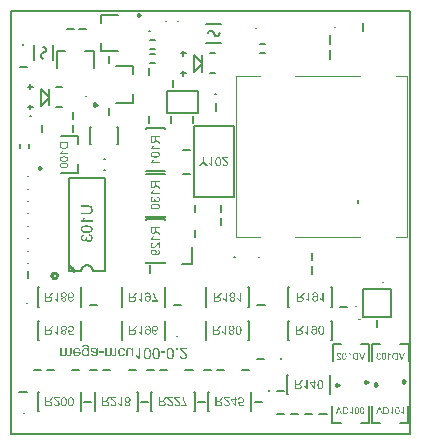
<source format=gbo>
G04*
G04 #@! TF.GenerationSoftware,Altium Limited,Altium Designer,23.4.1 (23)*
G04*
G04 Layer_Color=32896*
%FSLAX25Y25*%
%MOIN*%
G70*
G04*
G04 #@! TF.SameCoordinates,2A909AB2-6846-4FDE-AE5D-498660DCD786*
G04*
G04*
G04 #@! TF.FilePolarity,Positive*
G04*
G01*
G75*
%ADD10C,0.00394*%
%ADD11C,0.00984*%
%ADD12C,0.00787*%
%ADD13C,0.00300*%
%ADD16C,0.00669*%
%ADD17C,0.00800*%
%ADD131C,0.00394*%
G36*
X25255Y30242D02*
X25325Y30235D01*
X25391Y30224D01*
X25450Y30213D01*
X25509Y30202D01*
X25561Y30187D01*
X25609Y30172D01*
X25653Y30157D01*
X25690Y30142D01*
X25723Y30131D01*
X25749Y30120D01*
X25771Y30109D01*
X25790Y30102D01*
X25797Y30095D01*
X25801D01*
X25900Y30032D01*
X25985Y29962D01*
X26055Y29891D01*
X26114Y29825D01*
X26159Y29762D01*
X26177Y29737D01*
X26188Y29714D01*
X26199Y29696D01*
X26207Y29681D01*
X26214Y29674D01*
Y29670D01*
X26236Y29615D01*
X26258Y29556D01*
X26277Y29489D01*
X26291Y29416D01*
X26314Y29268D01*
X26332Y29117D01*
X26336Y29046D01*
X26339Y28984D01*
X26343Y28921D01*
Y28869D01*
X26347Y28825D01*
Y28796D01*
Y28773D01*
Y28766D01*
Y26393D01*
X25919D01*
Y26722D01*
X25860Y26652D01*
X25793Y26593D01*
X25727Y26541D01*
X25660Y26497D01*
X25594Y26456D01*
X25528Y26427D01*
X25461Y26401D01*
X25402Y26379D01*
X25343Y26364D01*
X25288Y26353D01*
X25240Y26342D01*
X25199Y26338D01*
X25166Y26334D01*
X25140Y26331D01*
X25118D01*
X25052Y26334D01*
X24989Y26338D01*
X24867Y26360D01*
X24812Y26371D01*
X24760Y26386D01*
X24712Y26405D01*
X24668Y26419D01*
X24627Y26438D01*
X24590Y26452D01*
X24561Y26471D01*
X24535Y26482D01*
X24513Y26493D01*
X24498Y26504D01*
X24491Y26508D01*
X24487Y26511D01*
X24391Y26585D01*
X24310Y26667D01*
X24240Y26751D01*
X24181Y26836D01*
X24133Y26910D01*
X24114Y26943D01*
X24100Y26969D01*
X24089Y26991D01*
X24081Y27010D01*
X24074Y27021D01*
Y27024D01*
X24026Y27150D01*
X23993Y27279D01*
X23967Y27401D01*
X23959Y27456D01*
X23952Y27512D01*
X23945Y27563D01*
X23941Y27607D01*
X23937Y27648D01*
Y27685D01*
X23934Y27714D01*
Y27733D01*
Y27748D01*
Y27751D01*
X23937Y27855D01*
X23948Y27958D01*
X23963Y28054D01*
X23981Y28142D01*
X24004Y28231D01*
X24029Y28308D01*
X24059Y28386D01*
X24089Y28452D01*
X24114Y28515D01*
X24144Y28571D01*
X24170Y28618D01*
X24192Y28655D01*
X24210Y28689D01*
X24225Y28711D01*
X24236Y28725D01*
X24240Y28729D01*
X24303Y28799D01*
X24365Y28862D01*
X24435Y28917D01*
X24509Y28965D01*
X24579Y29002D01*
X24653Y29035D01*
X24723Y29061D01*
X24793Y29083D01*
X24860Y29102D01*
X24919Y29113D01*
X24974Y29124D01*
X25022Y29128D01*
X25059Y29131D01*
X25089Y29135D01*
X25114D01*
X25199Y29131D01*
X25277Y29120D01*
X25354Y29102D01*
X25424Y29080D01*
X25491Y29050D01*
X25554Y29021D01*
X25613Y28991D01*
X25664Y28954D01*
X25712Y28921D01*
X25753Y28892D01*
X25790Y28858D01*
X25819Y28833D01*
X25845Y28810D01*
X25860Y28792D01*
X25871Y28781D01*
X25875Y28777D01*
Y28858D01*
Y28932D01*
Y29002D01*
X25871Y29061D01*
X25867Y29117D01*
Y29165D01*
X25863Y29209D01*
X25860Y29246D01*
X25856Y29275D01*
X25852Y29301D01*
X25849Y29323D01*
Y29342D01*
X25845Y29357D01*
X25841Y29364D01*
Y29371D01*
X25812Y29452D01*
X25779Y29526D01*
X25738Y29589D01*
X25697Y29641D01*
X25660Y29681D01*
X25631Y29711D01*
X25609Y29726D01*
X25605Y29733D01*
X25601D01*
X25531Y29777D01*
X25450Y29810D01*
X25369Y29833D01*
X25288Y29847D01*
X25214Y29858D01*
X25185Y29862D01*
X25159D01*
X25133Y29866D01*
X25103D01*
X24996Y29858D01*
X24904Y29844D01*
X24823Y29825D01*
X24756Y29799D01*
X24701Y29773D01*
X24679Y29762D01*
X24664Y29755D01*
X24649Y29744D01*
X24638Y29740D01*
X24635Y29733D01*
X24631D01*
X24587Y29692D01*
X24554Y29644D01*
X24528Y29596D01*
X24506Y29545D01*
X24491Y29500D01*
X24483Y29463D01*
X24480Y29449D01*
X24476Y29438D01*
Y29434D01*
Y29430D01*
X24026Y29364D01*
Y29445D01*
X24037Y29519D01*
X24048Y29589D01*
X24066Y29655D01*
X24089Y29714D01*
X24114Y29770D01*
X24140Y29818D01*
X24166Y29862D01*
X24195Y29903D01*
X24221Y29936D01*
X24247Y29962D01*
X24269Y29987D01*
X24288Y30006D01*
X24306Y30017D01*
X24314Y30024D01*
X24317Y30028D01*
X24376Y30069D01*
X24439Y30102D01*
X24502Y30131D01*
X24568Y30157D01*
X24635Y30176D01*
X24701Y30194D01*
X24826Y30220D01*
X24882Y30231D01*
X24937Y30238D01*
X24985Y30242D01*
X25026Y30246D01*
X25059Y30250D01*
X25107D01*
X25255Y30242D01*
D02*
G37*
G36*
X55896Y28607D02*
X55369D01*
Y29135D01*
X55896D01*
Y28607D01*
D02*
G37*
G36*
X22413Y29194D02*
X22494Y29187D01*
X22572Y29176D01*
X22649Y29161D01*
X22716Y29146D01*
X22782Y29124D01*
X22841Y29105D01*
X22893Y29083D01*
X22941Y29061D01*
X22985Y29043D01*
X23022Y29021D01*
X23052Y29006D01*
X23077Y28991D01*
X23092Y28980D01*
X23103Y28973D01*
X23107Y28969D01*
X23162Y28925D01*
X23214Y28873D01*
X23262Y28821D01*
X23303Y28770D01*
X23343Y28714D01*
X23376Y28659D01*
X23406Y28604D01*
X23435Y28552D01*
X23458Y28504D01*
X23476Y28460D01*
X23494Y28419D01*
X23505Y28382D01*
X23517Y28353D01*
X23524Y28331D01*
X23528Y28316D01*
Y28312D01*
X23048Y28249D01*
X23026Y28305D01*
X23004Y28353D01*
X22982Y28401D01*
X22959Y28445D01*
X22911Y28519D01*
X22863Y28578D01*
X22823Y28626D01*
X22790Y28659D01*
X22768Y28677D01*
X22764Y28685D01*
X22760D01*
X22690Y28729D01*
X22616Y28762D01*
X22542Y28784D01*
X22476Y28799D01*
X22413Y28810D01*
X22391Y28814D01*
X22369D01*
X22351Y28818D01*
X22325D01*
X22262Y28814D01*
X22199Y28807D01*
X22144Y28796D01*
X22089Y28781D01*
X22037Y28762D01*
X21989Y28740D01*
X21948Y28722D01*
X21908Y28696D01*
X21871Y28674D01*
X21841Y28655D01*
X21812Y28633D01*
X21790Y28615D01*
X21771Y28600D01*
X21760Y28589D01*
X21753Y28582D01*
X21749Y28578D01*
X21709Y28530D01*
X21672Y28478D01*
X21642Y28423D01*
X21612Y28367D01*
X21590Y28312D01*
X21568Y28253D01*
X21535Y28142D01*
X21524Y28087D01*
X21517Y28039D01*
X21509Y27995D01*
X21502Y27958D01*
X21498Y27928D01*
X21495Y27903D01*
Y27888D01*
Y27884D01*
X23542D01*
Y27855D01*
X23546Y27832D01*
Y27810D01*
Y27792D01*
Y27781D01*
Y27770D01*
Y27762D01*
X23542Y27637D01*
X23531Y27523D01*
X23513Y27412D01*
X23491Y27312D01*
X23465Y27216D01*
X23435Y27131D01*
X23402Y27050D01*
X23373Y26980D01*
X23339Y26917D01*
X23306Y26862D01*
X23277Y26814D01*
X23251Y26777D01*
X23229Y26748D01*
X23210Y26726D01*
X23199Y26711D01*
X23196Y26707D01*
X23129Y26641D01*
X23059Y26582D01*
X22985Y26534D01*
X22908Y26489D01*
X22834Y26452D01*
X22760Y26423D01*
X22686Y26397D01*
X22616Y26379D01*
X22554Y26364D01*
X22491Y26349D01*
X22435Y26342D01*
X22391Y26338D01*
X22351Y26334D01*
X22325Y26331D01*
X22299D01*
X22196Y26334D01*
X22096Y26345D01*
X22004Y26368D01*
X21915Y26390D01*
X21834Y26419D01*
X21757Y26452D01*
X21686Y26486D01*
X21624Y26523D01*
X21565Y26559D01*
X21517Y26593D01*
X21472Y26626D01*
X21439Y26655D01*
X21410Y26678D01*
X21391Y26696D01*
X21376Y26711D01*
X21373Y26714D01*
X21310Y26788D01*
X21255Y26869D01*
X21210Y26954D01*
X21170Y27043D01*
X21133Y27135D01*
X21103Y27224D01*
X21081Y27312D01*
X21063Y27393D01*
X21048Y27475D01*
X21037Y27548D01*
X21030Y27615D01*
X21026Y27674D01*
X21022Y27722D01*
X21019Y27759D01*
Y27781D01*
Y27784D01*
Y27788D01*
X21022Y27910D01*
X21033Y28024D01*
X21052Y28135D01*
X21074Y28235D01*
X21100Y28327D01*
X21129Y28412D01*
X21162Y28489D01*
X21196Y28559D01*
X21225Y28622D01*
X21258Y28677D01*
X21288Y28722D01*
X21314Y28759D01*
X21336Y28792D01*
X21354Y28810D01*
X21365Y28825D01*
X21369Y28829D01*
X21439Y28895D01*
X21513Y28951D01*
X21590Y28999D01*
X21668Y29043D01*
X21749Y29076D01*
X21827Y29109D01*
X21904Y29131D01*
X21982Y29150D01*
X22052Y29168D01*
X22114Y29179D01*
X22173Y29187D01*
X22225Y29190D01*
X22266Y29194D01*
X22299Y29198D01*
X22325D01*
X22413Y29194D01*
D02*
G37*
G36*
X37332D02*
X37413Y29187D01*
X37487Y29172D01*
X37561Y29157D01*
X37627Y29135D01*
X37690Y29113D01*
X37745Y29091D01*
X37797Y29065D01*
X37845Y29039D01*
X37885Y29017D01*
X37922Y28995D01*
X37952Y28973D01*
X37978Y28958D01*
X37993Y28943D01*
X38004Y28936D01*
X38007Y28932D01*
X38063Y28881D01*
X38114Y28825D01*
X38159Y28766D01*
X38199Y28703D01*
X38236Y28644D01*
X38265Y28582D01*
X38295Y28523D01*
X38317Y28464D01*
X38336Y28408D01*
X38354Y28357D01*
X38369Y28312D01*
X38376Y28272D01*
X38387Y28238D01*
X38391Y28216D01*
X38395Y28198D01*
Y28194D01*
X37937Y28131D01*
X37926Y28194D01*
X37911Y28253D01*
X37896Y28308D01*
X37878Y28360D01*
X37860Y28408D01*
X37841Y28449D01*
X37819Y28489D01*
X37801Y28523D01*
X37782Y28552D01*
X37764Y28578D01*
X37745Y28600D01*
X37731Y28618D01*
X37719Y28633D01*
X37708Y28644D01*
X37705Y28648D01*
X37701Y28652D01*
X37668Y28681D01*
X37631Y28707D01*
X37553Y28748D01*
X37479Y28777D01*
X37406Y28796D01*
X37343Y28810D01*
X37317Y28814D01*
X37291D01*
X37273Y28818D01*
X37247D01*
X37184Y28814D01*
X37125Y28807D01*
X37070Y28796D01*
X37015Y28777D01*
X36967Y28759D01*
X36922Y28736D01*
X36878Y28714D01*
X36841Y28692D01*
X36808Y28670D01*
X36778Y28644D01*
X36753Y28626D01*
X36731Y28607D01*
X36716Y28589D01*
X36705Y28578D01*
X36697Y28571D01*
X36694Y28567D01*
X36657Y28515D01*
X36623Y28460D01*
X36598Y28401D01*
X36572Y28334D01*
X36553Y28268D01*
X36535Y28201D01*
X36509Y28069D01*
X36502Y28010D01*
X36494Y27951D01*
X36491Y27899D01*
X36487Y27851D01*
X36483Y27814D01*
Y27788D01*
Y27770D01*
Y27762D01*
X36487Y27663D01*
X36494Y27571D01*
X36502Y27486D01*
X36516Y27408D01*
X36535Y27334D01*
X36553Y27272D01*
X36572Y27213D01*
X36594Y27157D01*
X36612Y27113D01*
X36631Y27072D01*
X36649Y27039D01*
X36668Y27013D01*
X36683Y26991D01*
X36690Y26976D01*
X36697Y26969D01*
X36701Y26965D01*
X36745Y26921D01*
X36790Y26880D01*
X36838Y26847D01*
X36885Y26818D01*
X36933Y26792D01*
X36978Y26774D01*
X37026Y26755D01*
X37070Y26744D01*
X37110Y26733D01*
X37151Y26726D01*
X37184Y26718D01*
X37214Y26714D01*
X37240Y26711D01*
X37273D01*
X37358Y26718D01*
X37432Y26733D01*
X37502Y26755D01*
X37557Y26781D01*
X37605Y26807D01*
X37638Y26829D01*
X37660Y26844D01*
X37668Y26851D01*
X37727Y26910D01*
X37775Y26976D01*
X37815Y27043D01*
X37845Y27113D01*
X37871Y27172D01*
X37878Y27198D01*
X37889Y27224D01*
X37893Y27242D01*
X37896Y27257D01*
X37900Y27264D01*
Y27268D01*
X38350Y27198D01*
X38332Y27124D01*
X38310Y27050D01*
X38288Y26984D01*
X38258Y26925D01*
X38229Y26866D01*
X38199Y26814D01*
X38170Y26766D01*
X38136Y26722D01*
X38107Y26685D01*
X38081Y26652D01*
X38055Y26626D01*
X38029Y26600D01*
X38011Y26582D01*
X37996Y26570D01*
X37989Y26563D01*
X37985Y26559D01*
X37930Y26519D01*
X37871Y26486D01*
X37812Y26452D01*
X37753Y26427D01*
X37690Y26405D01*
X37631Y26386D01*
X37513Y26360D01*
X37461Y26349D01*
X37409Y26342D01*
X37365Y26338D01*
X37328Y26334D01*
X37299Y26331D01*
X37188D01*
X37125Y26338D01*
X37003Y26357D01*
X36893Y26386D01*
X36841Y26401D01*
X36793Y26416D01*
X36749Y26430D01*
X36712Y26445D01*
X36679Y26460D01*
X36649Y26475D01*
X36627Y26486D01*
X36612Y26493D01*
X36601Y26497D01*
X36598Y26500D01*
X36542Y26534D01*
X36494Y26570D01*
X36402Y26648D01*
X36325Y26729D01*
X36262Y26810D01*
X36214Y26884D01*
X36195Y26917D01*
X36181Y26943D01*
X36166Y26965D01*
X36158Y26984D01*
X36155Y26995D01*
X36151Y26999D01*
X36103Y27128D01*
X36066Y27261D01*
X36044Y27390D01*
X36033Y27452D01*
X36026Y27512D01*
X36018Y27567D01*
X36015Y27619D01*
X36011Y27663D01*
Y27703D01*
X36007Y27733D01*
Y27759D01*
Y27773D01*
Y27777D01*
X36011Y27903D01*
X36022Y28021D01*
X36040Y28128D01*
X36059Y28231D01*
X36085Y28327D01*
X36114Y28412D01*
X36144Y28493D01*
X36177Y28563D01*
X36210Y28626D01*
X36240Y28681D01*
X36269Y28725D01*
X36295Y28762D01*
X36317Y28796D01*
X36332Y28814D01*
X36343Y28829D01*
X36347Y28833D01*
X36413Y28895D01*
X36483Y28954D01*
X36557Y29002D01*
X36634Y29043D01*
X36708Y29080D01*
X36782Y29109D01*
X36856Y29131D01*
X36926Y29153D01*
X36992Y29168D01*
X37055Y29179D01*
X37110Y29187D01*
X37159Y29190D01*
X37195Y29194D01*
X37225Y29198D01*
X37251D01*
X37332Y29194D01*
D02*
G37*
G36*
X51786Y27530D02*
X50358D01*
Y27999D01*
X51786D01*
Y27530D01*
D02*
G37*
G36*
X31232D02*
X29804D01*
Y27999D01*
X31232D01*
Y27530D01*
D02*
G37*
G36*
X35461Y27253D02*
X35457Y27168D01*
X35450Y27087D01*
X35439Y27013D01*
X35428Y26947D01*
X35409Y26884D01*
X35391Y26829D01*
X35373Y26777D01*
X35350Y26729D01*
X35328Y26689D01*
X35310Y26655D01*
X35291Y26626D01*
X35273Y26600D01*
X35262Y26582D01*
X35251Y26570D01*
X35243Y26563D01*
X35240Y26559D01*
X35195Y26519D01*
X35151Y26486D01*
X35100Y26452D01*
X35052Y26427D01*
X34996Y26405D01*
X34944Y26386D01*
X34845Y26360D01*
X34797Y26349D01*
X34753Y26342D01*
X34716Y26338D01*
X34679Y26334D01*
X34653Y26331D01*
X34612D01*
X34517Y26334D01*
X34428Y26353D01*
X34339Y26375D01*
X34262Y26405D01*
X34184Y26441D01*
X34114Y26482D01*
X34051Y26526D01*
X33992Y26570D01*
X33941Y26615D01*
X33897Y26659D01*
X33856Y26700D01*
X33823Y26737D01*
X33797Y26766D01*
X33779Y26788D01*
X33767Y26807D01*
X33764Y26810D01*
X33731Y26729D01*
X33690Y26659D01*
X33642Y26600D01*
X33598Y26552D01*
X33557Y26511D01*
X33524Y26482D01*
X33498Y26467D01*
X33494Y26460D01*
X33491D01*
X33413Y26416D01*
X33332Y26386D01*
X33247Y26364D01*
X33170Y26345D01*
X33099Y26338D01*
X33070Y26334D01*
X33044D01*
X33022Y26331D01*
X32993D01*
X32893Y26334D01*
X32801Y26349D01*
X32719Y26371D01*
X32646Y26393D01*
X32587Y26416D01*
X32564Y26427D01*
X32542Y26438D01*
X32528Y26445D01*
X32517Y26452D01*
X32509Y26456D01*
X32505D01*
X32428Y26504D01*
X32362Y26556D01*
X32302Y26611D01*
X32254Y26663D01*
X32214Y26707D01*
X32184Y26744D01*
X32177Y26759D01*
X32170Y26770D01*
X32162Y26774D01*
Y26393D01*
X31745D01*
Y29135D01*
X32210D01*
Y27714D01*
Y27644D01*
X32214Y27582D01*
X32218Y27523D01*
X32221Y27467D01*
X32229Y27415D01*
X32232Y27368D01*
X32240Y27323D01*
X32247Y27286D01*
X32254Y27250D01*
X32262Y27220D01*
X32266Y27198D01*
X32273Y27176D01*
X32277Y27161D01*
X32280Y27146D01*
X32284Y27143D01*
Y27139D01*
X32317Y27069D01*
X32354Y27006D01*
X32391Y26954D01*
X32432Y26914D01*
X32469Y26880D01*
X32498Y26855D01*
X32517Y26840D01*
X32524Y26836D01*
X32587Y26803D01*
X32653Y26777D01*
X32716Y26759D01*
X32771Y26744D01*
X32819Y26737D01*
X32856Y26733D01*
X32889D01*
X32978Y26740D01*
X33055Y26759D01*
X33118Y26781D01*
X33170Y26810D01*
X33210Y26840D01*
X33236Y26862D01*
X33255Y26880D01*
X33258Y26888D01*
X33295Y26951D01*
X33325Y27024D01*
X33343Y27102D01*
X33358Y27179D01*
X33365Y27246D01*
X33369Y27275D01*
X33373Y27301D01*
Y27323D01*
Y27338D01*
Y27349D01*
Y27353D01*
Y29135D01*
X33838D01*
Y27545D01*
X33841Y27467D01*
X33845Y27397D01*
X33856Y27331D01*
X33867Y27268D01*
X33882Y27213D01*
X33897Y27165D01*
X33915Y27117D01*
X33933Y27076D01*
X33948Y27043D01*
X33967Y27010D01*
X33981Y26987D01*
X33996Y26965D01*
X34007Y26951D01*
X34018Y26936D01*
X34022Y26932D01*
X34026Y26928D01*
X34063Y26895D01*
X34103Y26862D01*
X34140Y26836D01*
X34181Y26814D01*
X34262Y26781D01*
X34339Y26759D01*
X34406Y26744D01*
X34435Y26740D01*
X34461Y26737D01*
X34480Y26733D01*
X34509D01*
X34568Y26737D01*
X34620Y26744D01*
X34668Y26759D01*
X34708Y26770D01*
X34742Y26785D01*
X34764Y26799D01*
X34782Y26807D01*
X34786Y26810D01*
X34826Y26840D01*
X34860Y26873D01*
X34889Y26906D01*
X34911Y26936D01*
X34930Y26965D01*
X34941Y26987D01*
X34944Y27002D01*
X34948Y27010D01*
X34963Y27061D01*
X34978Y27124D01*
X34985Y27190D01*
X34989Y27253D01*
X34993Y27312D01*
X34996Y27342D01*
Y27364D01*
Y27382D01*
Y27397D01*
Y27404D01*
Y27408D01*
Y29135D01*
X35461D01*
Y27253D01*
D02*
G37*
G36*
X20487D02*
X20483Y27168D01*
X20476Y27087D01*
X20465Y27013D01*
X20454Y26947D01*
X20435Y26884D01*
X20417Y26829D01*
X20399Y26777D01*
X20376Y26729D01*
X20354Y26689D01*
X20336Y26655D01*
X20317Y26626D01*
X20299Y26600D01*
X20288Y26582D01*
X20277Y26570D01*
X20269Y26563D01*
X20266Y26559D01*
X20221Y26519D01*
X20177Y26486D01*
X20125Y26452D01*
X20077Y26427D01*
X20022Y26405D01*
X19971Y26386D01*
X19871Y26360D01*
X19823Y26349D01*
X19779Y26342D01*
X19742Y26338D01*
X19705Y26334D01*
X19679Y26331D01*
X19638D01*
X19542Y26334D01*
X19454Y26353D01*
X19365Y26375D01*
X19288Y26405D01*
X19210Y26441D01*
X19140Y26482D01*
X19078Y26526D01*
X19018Y26570D01*
X18967Y26615D01*
X18923Y26659D01*
X18882Y26700D01*
X18849Y26737D01*
X18823Y26766D01*
X18804Y26788D01*
X18793Y26807D01*
X18790Y26810D01*
X18756Y26729D01*
X18716Y26659D01*
X18668Y26600D01*
X18624Y26552D01*
X18583Y26511D01*
X18550Y26482D01*
X18524Y26467D01*
X18520Y26460D01*
X18517D01*
X18439Y26416D01*
X18358Y26386D01*
X18273Y26364D01*
X18196Y26345D01*
X18125Y26338D01*
X18096Y26334D01*
X18070D01*
X18048Y26331D01*
X18019D01*
X17919Y26334D01*
X17827Y26349D01*
X17745Y26371D01*
X17672Y26393D01*
X17613Y26416D01*
X17590Y26427D01*
X17568Y26438D01*
X17553Y26445D01*
X17542Y26452D01*
X17535Y26456D01*
X17531D01*
X17454Y26504D01*
X17388Y26556D01*
X17328Y26611D01*
X17280Y26663D01*
X17240Y26707D01*
X17210Y26744D01*
X17203Y26759D01*
X17196Y26770D01*
X17188Y26774D01*
Y26393D01*
X16771D01*
Y29135D01*
X17236D01*
Y27714D01*
Y27644D01*
X17240Y27582D01*
X17244Y27523D01*
X17247Y27467D01*
X17255Y27415D01*
X17258Y27368D01*
X17266Y27323D01*
X17273Y27286D01*
X17280Y27250D01*
X17288Y27220D01*
X17292Y27198D01*
X17299Y27176D01*
X17303Y27161D01*
X17306Y27146D01*
X17310Y27143D01*
Y27139D01*
X17343Y27069D01*
X17380Y27006D01*
X17417Y26954D01*
X17458Y26914D01*
X17494Y26880D01*
X17524Y26855D01*
X17542Y26840D01*
X17550Y26836D01*
X17613Y26803D01*
X17679Y26777D01*
X17742Y26759D01*
X17797Y26744D01*
X17845Y26737D01*
X17882Y26733D01*
X17915D01*
X18004Y26740D01*
X18081Y26759D01*
X18144Y26781D01*
X18196Y26810D01*
X18236Y26840D01*
X18262Y26862D01*
X18281Y26880D01*
X18284Y26888D01*
X18321Y26951D01*
X18351Y27024D01*
X18369Y27102D01*
X18384Y27179D01*
X18391Y27246D01*
X18395Y27275D01*
X18399Y27301D01*
Y27323D01*
Y27338D01*
Y27349D01*
Y27353D01*
Y29135D01*
X18864D01*
Y27545D01*
X18867Y27467D01*
X18871Y27397D01*
X18882Y27331D01*
X18893Y27268D01*
X18908Y27213D01*
X18923Y27165D01*
X18941Y27117D01*
X18959Y27076D01*
X18974Y27043D01*
X18993Y27010D01*
X19007Y26987D01*
X19022Y26965D01*
X19033Y26951D01*
X19044Y26936D01*
X19048Y26932D01*
X19052Y26928D01*
X19089Y26895D01*
X19129Y26862D01*
X19166Y26836D01*
X19207Y26814D01*
X19288Y26781D01*
X19365Y26759D01*
X19432Y26744D01*
X19461Y26740D01*
X19487Y26737D01*
X19505Y26733D01*
X19535D01*
X19594Y26737D01*
X19646Y26744D01*
X19694Y26759D01*
X19734Y26770D01*
X19768Y26785D01*
X19790Y26799D01*
X19808Y26807D01*
X19812Y26810D01*
X19852Y26840D01*
X19886Y26873D01*
X19915Y26906D01*
X19937Y26936D01*
X19956Y26965D01*
X19967Y26987D01*
X19971Y27002D01*
X19974Y27010D01*
X19989Y27061D01*
X20004Y27124D01*
X20011Y27190D01*
X20015Y27253D01*
X20019Y27312D01*
X20022Y27342D01*
Y27364D01*
Y27382D01*
Y27397D01*
Y27404D01*
Y27408D01*
Y29135D01*
X20487D01*
Y27253D01*
D02*
G37*
G36*
X27926Y29194D02*
X28022Y29183D01*
X28107Y29168D01*
X28184Y29153D01*
X28218Y29146D01*
X28247Y29139D01*
X28273Y29131D01*
X28295Y29124D01*
X28314Y29117D01*
X28325Y29113D01*
X28332Y29109D01*
X28336D01*
X28424Y29069D01*
X28517Y29021D01*
X28598Y28969D01*
X28675Y28917D01*
X28738Y28869D01*
X28767Y28851D01*
X28790Y28833D01*
X28808Y28818D01*
X28823Y28807D01*
X28830Y28799D01*
X28834Y28796D01*
X28845Y28866D01*
X28856Y28932D01*
X28871Y28988D01*
X28889Y29039D01*
X28904Y29080D01*
X28919Y29109D01*
X28926Y29128D01*
X28930Y29135D01*
X29413D01*
X29384Y29076D01*
X29358Y29017D01*
X29336Y28965D01*
X29321Y28914D01*
X29310Y28873D01*
X29302Y28840D01*
X29295Y28818D01*
Y28810D01*
X29291Y28773D01*
X29284Y28725D01*
X29280Y28670D01*
X29277Y28607D01*
Y28541D01*
X29273Y28475D01*
X29269Y28334D01*
Y28264D01*
X29266Y28201D01*
Y28142D01*
Y28091D01*
Y28050D01*
Y28017D01*
Y27995D01*
Y27988D01*
Y27368D01*
Y27312D01*
Y27261D01*
X29262Y27213D01*
Y27168D01*
X29258Y27131D01*
Y27095D01*
X29254Y27065D01*
Y27035D01*
X29247Y26995D01*
X29243Y26962D01*
X29240Y26947D01*
Y26939D01*
X29221Y26869D01*
X29199Y26810D01*
X29177Y26755D01*
X29151Y26707D01*
X29129Y26670D01*
X29114Y26644D01*
X29100Y26630D01*
X29096Y26622D01*
X29052Y26578D01*
X29004Y26537D01*
X28948Y26500D01*
X28897Y26471D01*
X28849Y26449D01*
X28812Y26430D01*
X28797Y26423D01*
X28786Y26419D01*
X28778Y26416D01*
X28775D01*
X28686Y26386D01*
X28594Y26368D01*
X28498Y26353D01*
X28409Y26342D01*
X28369Y26338D01*
X28328Y26334D01*
X28295D01*
X28266Y26331D01*
X28207D01*
X28077Y26334D01*
X27959Y26345D01*
X27852Y26364D01*
X27804Y26371D01*
X27764Y26379D01*
X27723Y26390D01*
X27686Y26397D01*
X27657Y26408D01*
X27631Y26416D01*
X27609Y26419D01*
X27594Y26427D01*
X27587Y26430D01*
X27583D01*
X27491Y26471D01*
X27406Y26515D01*
X27336Y26559D01*
X27280Y26604D01*
X27232Y26644D01*
X27199Y26678D01*
X27181Y26700D01*
X27173Y26703D01*
Y26707D01*
X27125Y26777D01*
X27085Y26855D01*
X27048Y26932D01*
X27022Y27006D01*
X27000Y27072D01*
X26993Y27102D01*
X26985Y27128D01*
X26981Y27146D01*
X26978Y27161D01*
X26974Y27172D01*
Y27176D01*
X27428Y27238D01*
X27443Y27187D01*
X27457Y27139D01*
X27476Y27091D01*
X27494Y27050D01*
X27513Y27013D01*
X27531Y26980D01*
X27572Y26925D01*
X27605Y26884D01*
X27631Y26855D01*
X27649Y26836D01*
X27657Y26833D01*
X27686Y26810D01*
X27723Y26792D01*
X27797Y26762D01*
X27878Y26744D01*
X27956Y26729D01*
X28026Y26722D01*
X28055Y26718D01*
X28085Y26714D01*
X28199D01*
X28258Y26722D01*
X28317Y26729D01*
X28365Y26740D01*
X28413Y26751D01*
X28457Y26766D01*
X28498Y26777D01*
X28531Y26792D01*
X28565Y26807D01*
X28590Y26821D01*
X28613Y26836D01*
X28631Y26847D01*
X28646Y26858D01*
X28657Y26866D01*
X28660Y26869D01*
X28664Y26873D01*
X28686Y26895D01*
X28708Y26925D01*
X28742Y26984D01*
X28764Y27054D01*
X28782Y27117D01*
X28790Y27179D01*
X28793Y27205D01*
Y27227D01*
X28797Y27250D01*
Y27264D01*
Y27272D01*
Y27275D01*
Y27286D01*
Y27305D01*
Y27345D01*
X28793Y27364D01*
Y27379D01*
Y27390D01*
Y27393D01*
X28742Y27412D01*
X28683Y27427D01*
X28620Y27445D01*
X28553Y27460D01*
X28417Y27486D01*
X28280Y27512D01*
X28218Y27519D01*
X28159Y27530D01*
X28103Y27537D01*
X28059Y27545D01*
X28022Y27548D01*
X27992Y27552D01*
X27974Y27556D01*
X27967D01*
X27871Y27567D01*
X27786Y27582D01*
X27716Y27593D01*
X27657Y27604D01*
X27613Y27611D01*
X27579Y27619D01*
X27561Y27626D01*
X27553D01*
X27487Y27648D01*
X27424Y27670D01*
X27369Y27696D01*
X27317Y27722D01*
X27277Y27744D01*
X27247Y27762D01*
X27229Y27773D01*
X27221Y27777D01*
X27170Y27818D01*
X27122Y27862D01*
X27081Y27906D01*
X27048Y27951D01*
X27018Y27988D01*
X27000Y28017D01*
X26985Y28039D01*
X26981Y28043D01*
Y28047D01*
X26952Y28109D01*
X26930Y28176D01*
X26915Y28235D01*
X26904Y28294D01*
X26897Y28342D01*
X26893Y28382D01*
Y28397D01*
Y28408D01*
Y28412D01*
Y28416D01*
X26897Y28478D01*
X26904Y28537D01*
X26915Y28596D01*
X26930Y28648D01*
X26948Y28700D01*
X26970Y28744D01*
X26989Y28788D01*
X27015Y28825D01*
X27037Y28862D01*
X27055Y28892D01*
X27077Y28917D01*
X27096Y28940D01*
X27111Y28958D01*
X27122Y28969D01*
X27129Y28976D01*
X27133Y28980D01*
X27181Y29017D01*
X27232Y29050D01*
X27288Y29080D01*
X27343Y29105D01*
X27402Y29128D01*
X27461Y29146D01*
X27572Y29172D01*
X27624Y29179D01*
X27672Y29187D01*
X27716Y29190D01*
X27753Y29194D01*
X27782Y29198D01*
X27826D01*
X27926Y29194D01*
D02*
G37*
G36*
X39815D02*
X39911Y29179D01*
X40000Y29153D01*
X40081Y29124D01*
X40159Y29091D01*
X40229Y29050D01*
X40295Y29010D01*
X40354Y28965D01*
X40406Y28925D01*
X40454Y28884D01*
X40491Y28844D01*
X40524Y28807D01*
X40550Y28781D01*
X40568Y28755D01*
X40579Y28740D01*
X40583Y28736D01*
Y29135D01*
X41000D01*
Y26393D01*
X40535D01*
Y27866D01*
Y27928D01*
X40531Y27988D01*
X40527Y28047D01*
X40524Y28098D01*
X40516Y28146D01*
X40509Y28190D01*
X40502Y28227D01*
X40498Y28264D01*
X40491Y28297D01*
X40483Y28323D01*
X40476Y28345D01*
X40468Y28367D01*
X40465Y28382D01*
X40461Y28393D01*
X40457Y28397D01*
Y28401D01*
X40424Y28467D01*
X40384Y28523D01*
X40339Y28574D01*
X40299Y28615D01*
X40258Y28648D01*
X40225Y28674D01*
X40203Y28689D01*
X40199Y28692D01*
X40195D01*
X40125Y28729D01*
X40059Y28755D01*
X39992Y28773D01*
X39933Y28784D01*
X39882Y28792D01*
X39845Y28799D01*
X39808D01*
X39734Y28796D01*
X39668Y28784D01*
X39605Y28766D01*
X39557Y28748D01*
X39513Y28729D01*
X39483Y28711D01*
X39465Y28700D01*
X39457Y28696D01*
X39409Y28655D01*
X39369Y28607D01*
X39339Y28559D01*
X39314Y28512D01*
X39295Y28471D01*
X39284Y28438D01*
X39277Y28416D01*
X39273Y28412D01*
Y28408D01*
X39269Y28382D01*
X39265Y28349D01*
X39262Y28316D01*
X39258Y28279D01*
X39254Y28198D01*
X39251Y28117D01*
X39247Y28039D01*
Y28006D01*
Y27976D01*
Y27951D01*
Y27932D01*
Y27921D01*
Y27917D01*
Y26393D01*
X38782D01*
Y28095D01*
Y28198D01*
X38786Y28286D01*
X38789Y28360D01*
X38797Y28423D01*
X38801Y28471D01*
X38804Y28504D01*
X38808Y28523D01*
Y28530D01*
X38826Y28604D01*
X38849Y28670D01*
X38871Y28729D01*
X38893Y28777D01*
X38915Y28818D01*
X38933Y28847D01*
X38945Y28866D01*
X38948Y28873D01*
X38992Y28925D01*
X39040Y28969D01*
X39092Y29010D01*
X39144Y29043D01*
X39192Y29069D01*
X39229Y29087D01*
X39243Y29094D01*
X39254Y29102D01*
X39258Y29105D01*
X39262D01*
X39343Y29135D01*
X39421Y29157D01*
X39498Y29176D01*
X39568Y29187D01*
X39627Y29194D01*
X39653D01*
X39675Y29198D01*
X39716D01*
X39815Y29194D01*
D02*
G37*
G36*
X43347Y25338D02*
X43044D01*
X43022Y25386D01*
X42992Y25430D01*
X42930Y25523D01*
X42863Y25607D01*
X42797Y25685D01*
X42764Y25718D01*
X42734Y25751D01*
X42705Y25777D01*
X42682Y25803D01*
X42664Y25821D01*
X42645Y25836D01*
X42638Y25844D01*
X42634Y25847D01*
X42520Y25940D01*
X42406Y26024D01*
X42291Y26102D01*
X42184Y26165D01*
X42136Y26194D01*
X42092Y26216D01*
X42055Y26238D01*
X42022Y26257D01*
X41992Y26272D01*
X41974Y26283D01*
X41959Y26286D01*
X41956Y26290D01*
Y26737D01*
X42037Y26703D01*
X42122Y26667D01*
X42203Y26626D01*
X42276Y26589D01*
X42343Y26556D01*
X42369Y26541D01*
X42395Y26526D01*
X42413Y26515D01*
X42428Y26508D01*
X42435Y26500D01*
X42439D01*
X42535Y26441D01*
X42623Y26382D01*
X42701Y26327D01*
X42764Y26279D01*
X42815Y26238D01*
X42852Y26205D01*
X42863Y26194D01*
X42874Y26187D01*
X42878Y26179D01*
X42882D01*
Y29135D01*
X43347D01*
Y25338D01*
D02*
G37*
G36*
X59014Y28689D02*
X57158D01*
X57188Y28641D01*
X57221Y28596D01*
X57254Y28556D01*
X57284Y28515D01*
X57313Y28486D01*
X57335Y28460D01*
X57350Y28441D01*
X57354Y28438D01*
X57380Y28412D01*
X57413Y28382D01*
X57450Y28345D01*
X57490Y28308D01*
X57579Y28231D01*
X57667Y28153D01*
X57756Y28080D01*
X57793Y28047D01*
X57826Y28017D01*
X57852Y27995D01*
X57874Y27976D01*
X57889Y27965D01*
X57893Y27962D01*
X57981Y27884D01*
X58066Y27814D01*
X58144Y27744D01*
X58214Y27681D01*
X58280Y27622D01*
X58335Y27567D01*
X58391Y27515D01*
X58435Y27471D01*
X58476Y27430D01*
X58513Y27397D01*
X58538Y27368D01*
X58564Y27342D01*
X58583Y27323D01*
X58594Y27308D01*
X58601Y27301D01*
X58605Y27297D01*
X58682Y27209D01*
X58745Y27124D01*
X58800Y27043D01*
X58841Y26976D01*
X58874Y26917D01*
X58885Y26895D01*
X58896Y26873D01*
X58904Y26858D01*
X58911Y26847D01*
X58915Y26840D01*
Y26836D01*
X58948Y26755D01*
X58970Y26674D01*
X58988Y26596D01*
X59000Y26530D01*
X59007Y26471D01*
Y26449D01*
X59011Y26427D01*
Y26412D01*
Y26401D01*
Y26393D01*
Y26390D01*
X59007Y26309D01*
X58996Y26231D01*
X58981Y26154D01*
X58963Y26083D01*
X58937Y26017D01*
X58911Y25958D01*
X58881Y25899D01*
X58852Y25847D01*
X58823Y25799D01*
X58793Y25759D01*
X58767Y25725D01*
X58741Y25696D01*
X58723Y25670D01*
X58708Y25655D01*
X58697Y25644D01*
X58693Y25641D01*
X58631Y25589D01*
X58564Y25541D01*
X58498Y25500D01*
X58424Y25467D01*
X58354Y25438D01*
X58280Y25412D01*
X58210Y25393D01*
X58144Y25375D01*
X58077Y25364D01*
X58018Y25353D01*
X57966Y25345D01*
X57922Y25342D01*
X57882D01*
X57856Y25338D01*
X57830D01*
X57730Y25342D01*
X57638Y25349D01*
X57550Y25364D01*
X57468Y25382D01*
X57391Y25405D01*
X57321Y25427D01*
X57258Y25452D01*
X57199Y25478D01*
X57147Y25504D01*
X57099Y25530D01*
X57062Y25552D01*
X57029Y25574D01*
X57003Y25593D01*
X56985Y25607D01*
X56974Y25615D01*
X56970Y25618D01*
X56915Y25674D01*
X56863Y25733D01*
X56819Y25796D01*
X56778Y25862D01*
X56745Y25932D01*
X56716Y25999D01*
X56690Y26065D01*
X56668Y26128D01*
X56653Y26190D01*
X56638Y26246D01*
X56627Y26298D01*
X56616Y26342D01*
X56612Y26379D01*
X56608Y26408D01*
X56605Y26423D01*
Y26430D01*
X57081Y26478D01*
X57085Y26412D01*
X57088Y26353D01*
X57099Y26294D01*
X57110Y26242D01*
X57129Y26194D01*
X57144Y26146D01*
X57162Y26106D01*
X57180Y26069D01*
X57199Y26035D01*
X57217Y26006D01*
X57236Y25980D01*
X57251Y25962D01*
X57262Y25947D01*
X57273Y25932D01*
X57276Y25929D01*
X57280Y25925D01*
X57321Y25888D01*
X57361Y25858D01*
X57406Y25829D01*
X57450Y25807D01*
X57538Y25770D01*
X57627Y25748D01*
X57664Y25740D01*
X57701Y25733D01*
X57734Y25729D01*
X57763Y25725D01*
X57786Y25722D01*
X57819D01*
X57878Y25725D01*
X57933Y25729D01*
X58033Y25751D01*
X58121Y25781D01*
X58162Y25799D01*
X58195Y25818D01*
X58228Y25836D01*
X58254Y25855D01*
X58280Y25869D01*
X58298Y25884D01*
X58313Y25895D01*
X58328Y25906D01*
X58332Y25910D01*
X58335Y25914D01*
X58372Y25951D01*
X58402Y25987D01*
X58428Y26028D01*
X58450Y26065D01*
X58487Y26142D01*
X58509Y26216D01*
X58524Y26283D01*
X58527Y26309D01*
X58531Y26331D01*
X58535Y26353D01*
Y26368D01*
Y26375D01*
Y26379D01*
X58531Y26427D01*
X58524Y26478D01*
X58513Y26526D01*
X58501Y26578D01*
X58465Y26670D01*
X58424Y26755D01*
X58402Y26792D01*
X58383Y26829D01*
X58365Y26858D01*
X58346Y26884D01*
X58335Y26906D01*
X58324Y26921D01*
X58317Y26932D01*
X58313Y26936D01*
X58269Y26995D01*
X58214Y27054D01*
X58155Y27120D01*
X58092Y27187D01*
X57955Y27320D01*
X57815Y27449D01*
X57749Y27508D01*
X57686Y27563D01*
X57631Y27615D01*
X57579Y27655D01*
X57538Y27692D01*
X57505Y27718D01*
X57487Y27733D01*
X57479Y27740D01*
X57409Y27799D01*
X57339Y27858D01*
X57276Y27914D01*
X57217Y27965D01*
X57166Y28017D01*
X57114Y28065D01*
X57070Y28109D01*
X57029Y28146D01*
X56992Y28183D01*
X56963Y28216D01*
X56937Y28246D01*
X56915Y28268D01*
X56896Y28286D01*
X56885Y28301D01*
X56878Y28308D01*
X56874Y28312D01*
X56800Y28405D01*
X56738Y28493D01*
X56686Y28578D01*
X56642Y28655D01*
X56608Y28722D01*
X56597Y28748D01*
X56586Y28770D01*
X56579Y28788D01*
X56572Y28803D01*
X56568Y28810D01*
Y28814D01*
X56550Y28873D01*
X56535Y28928D01*
X56527Y28984D01*
X56520Y29032D01*
X56516Y29076D01*
Y29105D01*
Y29128D01*
Y29131D01*
Y29135D01*
X59014D01*
Y28689D01*
D02*
G37*
G36*
X53479Y29194D02*
X53549Y29187D01*
X53620Y29176D01*
X53682Y29165D01*
X53745Y29146D01*
X53800Y29128D01*
X53852Y29109D01*
X53900Y29087D01*
X53941Y29065D01*
X53978Y29046D01*
X54011Y29028D01*
X54037Y29010D01*
X54059Y28999D01*
X54074Y28988D01*
X54081Y28980D01*
X54084Y28976D01*
X54132Y28932D01*
X54181Y28884D01*
X54265Y28784D01*
X54335Y28677D01*
X54391Y28578D01*
X54417Y28530D01*
X54435Y28486D01*
X54453Y28449D01*
X54468Y28412D01*
X54479Y28386D01*
X54487Y28364D01*
X54494Y28349D01*
Y28345D01*
X54520Y28264D01*
X54542Y28183D01*
X54575Y28006D01*
X54601Y27825D01*
X54609Y27740D01*
X54616Y27655D01*
X54623Y27574D01*
X54627Y27504D01*
X54631Y27438D01*
Y27382D01*
X54634Y27334D01*
Y27301D01*
Y27279D01*
Y27272D01*
Y27168D01*
X54631Y27072D01*
X54627Y26980D01*
X54620Y26895D01*
X54612Y26814D01*
X54605Y26744D01*
X54598Y26674D01*
X54590Y26615D01*
X54583Y26559D01*
X54575Y26511D01*
X54568Y26471D01*
X54561Y26438D01*
X54553Y26412D01*
X54549Y26393D01*
X54546Y26382D01*
Y26379D01*
X54513Y26261D01*
X54472Y26150D01*
X54435Y26054D01*
X54417Y26013D01*
X54398Y25973D01*
X54380Y25940D01*
X54365Y25906D01*
X54350Y25881D01*
X54339Y25858D01*
X54328Y25840D01*
X54321Y25829D01*
X54313Y25821D01*
Y25818D01*
X54254Y25737D01*
X54191Y25663D01*
X54129Y25604D01*
X54070Y25552D01*
X54014Y25515D01*
X53974Y25486D01*
X53955Y25475D01*
X53944Y25471D01*
X53937Y25464D01*
X53933D01*
X53845Y25423D01*
X53752Y25390D01*
X53664Y25368D01*
X53583Y25353D01*
X53546Y25349D01*
X53509Y25345D01*
X53479Y25342D01*
X53453Y25338D01*
X53402D01*
X53324Y25342D01*
X53254Y25349D01*
X53184Y25360D01*
X53122Y25371D01*
X53059Y25390D01*
X53003Y25408D01*
X52952Y25427D01*
X52904Y25449D01*
X52863Y25471D01*
X52823Y25489D01*
X52793Y25508D01*
X52763Y25526D01*
X52745Y25537D01*
X52727Y25548D01*
X52719Y25556D01*
X52715Y25559D01*
X52668Y25604D01*
X52620Y25652D01*
X52535Y25751D01*
X52465Y25855D01*
X52409Y25958D01*
X52384Y26006D01*
X52365Y26050D01*
X52347Y26087D01*
X52332Y26124D01*
X52321Y26150D01*
X52313Y26172D01*
X52306Y26187D01*
Y26190D01*
X52284Y26272D01*
X52262Y26353D01*
X52228Y26534D01*
X52203Y26711D01*
X52195Y26799D01*
X52188Y26884D01*
X52180Y26965D01*
X52177Y27039D01*
X52173Y27102D01*
Y27161D01*
X52169Y27205D01*
Y27242D01*
Y27264D01*
Y27268D01*
Y27272D01*
X52173Y27463D01*
X52184Y27644D01*
X52203Y27807D01*
X52228Y27962D01*
X52254Y28098D01*
X52288Y28224D01*
X52321Y28338D01*
X52358Y28438D01*
X52391Y28526D01*
X52424Y28604D01*
X52457Y28666D01*
X52483Y28718D01*
X52509Y28759D01*
X52527Y28788D01*
X52538Y28803D01*
X52542Y28810D01*
X52601Y28877D01*
X52668Y28940D01*
X52738Y28991D01*
X52808Y29035D01*
X52878Y29072D01*
X52952Y29102D01*
X53022Y29128D01*
X53088Y29150D01*
X53151Y29165D01*
X53210Y29176D01*
X53265Y29187D01*
X53310Y29190D01*
X53350Y29194D01*
X53376Y29198D01*
X53402D01*
X53479Y29194D01*
D02*
G37*
G36*
X48782D02*
X48852Y29187D01*
X48922Y29176D01*
X48985Y29165D01*
X49048Y29146D01*
X49103Y29128D01*
X49155Y29109D01*
X49203Y29087D01*
X49243Y29065D01*
X49280Y29046D01*
X49313Y29028D01*
X49339Y29010D01*
X49361Y28999D01*
X49376Y28988D01*
X49384Y28980D01*
X49387Y28976D01*
X49435Y28932D01*
X49483Y28884D01*
X49568Y28784D01*
X49638Y28677D01*
X49693Y28578D01*
X49719Y28530D01*
X49738Y28486D01*
X49756Y28449D01*
X49771Y28412D01*
X49782Y28386D01*
X49789Y28364D01*
X49797Y28349D01*
Y28345D01*
X49823Y28264D01*
X49845Y28183D01*
X49878Y28006D01*
X49904Y27825D01*
X49911Y27740D01*
X49918Y27655D01*
X49926Y27574D01*
X49930Y27504D01*
X49933Y27438D01*
Y27382D01*
X49937Y27334D01*
Y27301D01*
Y27279D01*
Y27272D01*
Y27168D01*
X49933Y27072D01*
X49930Y26980D01*
X49922Y26895D01*
X49915Y26814D01*
X49907Y26744D01*
X49900Y26674D01*
X49893Y26615D01*
X49885Y26559D01*
X49878Y26511D01*
X49871Y26471D01*
X49863Y26438D01*
X49856Y26412D01*
X49852Y26393D01*
X49848Y26382D01*
Y26379D01*
X49815Y26261D01*
X49775Y26150D01*
X49738Y26054D01*
X49719Y26013D01*
X49701Y25973D01*
X49682Y25940D01*
X49668Y25906D01*
X49653Y25881D01*
X49642Y25858D01*
X49631Y25840D01*
X49623Y25829D01*
X49616Y25821D01*
Y25818D01*
X49557Y25737D01*
X49494Y25663D01*
X49431Y25604D01*
X49372Y25552D01*
X49317Y25515D01*
X49277Y25486D01*
X49258Y25475D01*
X49247Y25471D01*
X49240Y25464D01*
X49236D01*
X49147Y25423D01*
X49055Y25390D01*
X48967Y25368D01*
X48885Y25353D01*
X48848Y25349D01*
X48812Y25345D01*
X48782Y25342D01*
X48756Y25338D01*
X48704D01*
X48627Y25342D01*
X48557Y25349D01*
X48487Y25360D01*
X48424Y25371D01*
X48361Y25390D01*
X48306Y25408D01*
X48254Y25427D01*
X48206Y25449D01*
X48166Y25471D01*
X48125Y25489D01*
X48096Y25508D01*
X48066Y25526D01*
X48048Y25537D01*
X48029Y25548D01*
X48022Y25556D01*
X48018Y25559D01*
X47970Y25604D01*
X47922Y25652D01*
X47837Y25751D01*
X47767Y25855D01*
X47712Y25958D01*
X47686Y26006D01*
X47668Y26050D01*
X47649Y26087D01*
X47634Y26124D01*
X47623Y26150D01*
X47616Y26172D01*
X47609Y26187D01*
Y26190D01*
X47587Y26272D01*
X47564Y26353D01*
X47531Y26534D01*
X47505Y26711D01*
X47498Y26799D01*
X47491Y26884D01*
X47483Y26965D01*
X47479Y27039D01*
X47476Y27102D01*
Y27161D01*
X47472Y27205D01*
Y27242D01*
Y27264D01*
Y27268D01*
Y27272D01*
X47476Y27463D01*
X47487Y27644D01*
X47505Y27807D01*
X47531Y27962D01*
X47557Y28098D01*
X47590Y28224D01*
X47623Y28338D01*
X47660Y28438D01*
X47693Y28526D01*
X47727Y28604D01*
X47760Y28666D01*
X47786Y28718D01*
X47811Y28759D01*
X47830Y28788D01*
X47841Y28803D01*
X47845Y28810D01*
X47904Y28877D01*
X47970Y28940D01*
X48040Y28991D01*
X48110Y29035D01*
X48180Y29072D01*
X48254Y29102D01*
X48324Y29128D01*
X48391Y29150D01*
X48454Y29165D01*
X48513Y29176D01*
X48568Y29187D01*
X48612Y29190D01*
X48653Y29194D01*
X48679Y29198D01*
X48704D01*
X48782Y29194D01*
D02*
G37*
G36*
X45845D02*
X45915Y29187D01*
X45985Y29176D01*
X46048Y29165D01*
X46110Y29146D01*
X46166Y29128D01*
X46218Y29109D01*
X46265Y29087D01*
X46306Y29065D01*
X46343Y29046D01*
X46376Y29028D01*
X46402Y29010D01*
X46424Y28999D01*
X46439Y28988D01*
X46446Y28980D01*
X46450Y28976D01*
X46498Y28932D01*
X46546Y28884D01*
X46631Y28784D01*
X46701Y28677D01*
X46756Y28578D01*
X46782Y28530D01*
X46801Y28486D01*
X46819Y28449D01*
X46834Y28412D01*
X46845Y28386D01*
X46852Y28364D01*
X46859Y28349D01*
Y28345D01*
X46885Y28264D01*
X46907Y28183D01*
X46941Y28006D01*
X46966Y27825D01*
X46974Y27740D01*
X46981Y27655D01*
X46989Y27574D01*
X46992Y27504D01*
X46996Y27438D01*
Y27382D01*
X47000Y27334D01*
Y27301D01*
Y27279D01*
Y27272D01*
Y27168D01*
X46996Y27072D01*
X46992Y26980D01*
X46985Y26895D01*
X46978Y26814D01*
X46970Y26744D01*
X46963Y26674D01*
X46955Y26615D01*
X46948Y26559D01*
X46941Y26511D01*
X46933Y26471D01*
X46926Y26438D01*
X46919Y26412D01*
X46915Y26393D01*
X46911Y26382D01*
Y26379D01*
X46878Y26261D01*
X46837Y26150D01*
X46801Y26054D01*
X46782Y26013D01*
X46764Y25973D01*
X46745Y25940D01*
X46730Y25906D01*
X46716Y25881D01*
X46705Y25858D01*
X46694Y25840D01*
X46686Y25829D01*
X46679Y25821D01*
Y25818D01*
X46620Y25737D01*
X46557Y25663D01*
X46494Y25604D01*
X46435Y25552D01*
X46380Y25515D01*
X46339Y25486D01*
X46321Y25475D01*
X46310Y25471D01*
X46302Y25464D01*
X46299D01*
X46210Y25423D01*
X46118Y25390D01*
X46029Y25368D01*
X45948Y25353D01*
X45911Y25349D01*
X45874Y25345D01*
X45845Y25342D01*
X45819Y25338D01*
X45767D01*
X45690Y25342D01*
X45620Y25349D01*
X45550Y25360D01*
X45487Y25371D01*
X45424Y25390D01*
X45369Y25408D01*
X45317Y25427D01*
X45269Y25449D01*
X45228Y25471D01*
X45188Y25489D01*
X45158Y25508D01*
X45129Y25526D01*
X45110Y25537D01*
X45092Y25548D01*
X45085Y25556D01*
X45081Y25559D01*
X45033Y25604D01*
X44985Y25652D01*
X44900Y25751D01*
X44830Y25855D01*
X44775Y25958D01*
X44749Y26006D01*
X44730Y26050D01*
X44712Y26087D01*
X44697Y26124D01*
X44686Y26150D01*
X44679Y26172D01*
X44671Y26187D01*
Y26190D01*
X44649Y26272D01*
X44627Y26353D01*
X44594Y26534D01*
X44568Y26711D01*
X44561Y26799D01*
X44553Y26884D01*
X44546Y26965D01*
X44542Y27039D01*
X44539Y27102D01*
Y27161D01*
X44535Y27205D01*
Y27242D01*
Y27264D01*
Y27268D01*
Y27272D01*
X44539Y27463D01*
X44550Y27644D01*
X44568Y27807D01*
X44594Y27962D01*
X44620Y28098D01*
X44653Y28224D01*
X44686Y28338D01*
X44723Y28438D01*
X44756Y28526D01*
X44789Y28604D01*
X44823Y28666D01*
X44848Y28718D01*
X44874Y28759D01*
X44893Y28788D01*
X44904Y28803D01*
X44908Y28810D01*
X44967Y28877D01*
X45033Y28940D01*
X45103Y28991D01*
X45173Y29035D01*
X45243Y29072D01*
X45317Y29102D01*
X45387Y29128D01*
X45454Y29150D01*
X45516Y29165D01*
X45575Y29176D01*
X45631Y29187D01*
X45675Y29190D01*
X45716Y29194D01*
X45741Y29198D01*
X45767D01*
X45845Y29194D01*
D02*
G37*
G36*
X122956Y27538D02*
X123005Y27534D01*
X123049Y27527D01*
X123091Y27516D01*
X123131Y27505D01*
X123169Y27492D01*
X123204Y27479D01*
X123235Y27463D01*
X123261Y27450D01*
X123288Y27434D01*
X123308Y27421D01*
X123325Y27410D01*
X123341Y27399D01*
X123350Y27392D01*
X123356Y27388D01*
X123359Y27386D01*
X123389Y27355D01*
X123420Y27324D01*
X123447Y27288D01*
X123469Y27253D01*
X123491Y27218D01*
X123509Y27180D01*
X123527Y27145D01*
X123540Y27112D01*
X123553Y27079D01*
X123562Y27050D01*
X123571Y27021D01*
X123577Y26999D01*
X123582Y26979D01*
X123586Y26966D01*
X123588Y26955D01*
Y26952D01*
X123310Y26904D01*
X123303Y26941D01*
X123297Y26975D01*
X123286Y27008D01*
X123277Y27036D01*
X123266Y27065D01*
X123255Y27090D01*
X123241Y27112D01*
X123230Y27134D01*
X123219Y27151D01*
X123208Y27167D01*
X123199Y27180D01*
X123191Y27189D01*
X123184Y27198D01*
X123177Y27204D01*
X123175Y27207D01*
X123173Y27209D01*
X123153Y27227D01*
X123131Y27244D01*
X123084Y27269D01*
X123040Y27288D01*
X122996Y27299D01*
X122959Y27308D01*
X122943Y27311D01*
X122928D01*
X122916Y27313D01*
X122870D01*
X122844Y27308D01*
X122791Y27297D01*
X122744Y27280D01*
X122707Y27262D01*
X122676Y27244D01*
X122651Y27227D01*
X122645Y27220D01*
X122638Y27215D01*
X122636Y27213D01*
X122634Y27211D01*
X122616Y27191D01*
X122598Y27171D01*
X122574Y27129D01*
X122554Y27087D01*
X122543Y27048D01*
X122534Y27012D01*
X122532Y26997D01*
Y26983D01*
X122530Y26972D01*
Y26964D01*
Y26959D01*
Y26957D01*
X122532Y26922D01*
X122536Y26891D01*
X122543Y26860D01*
X122552Y26831D01*
X122563Y26807D01*
X122576Y26782D01*
X122587Y26760D01*
X122600Y26743D01*
X122616Y26725D01*
X122627Y26712D01*
X122640Y26698D01*
X122651Y26690D01*
X122660Y26681D01*
X122667Y26676D01*
X122671Y26674D01*
X122673Y26672D01*
X122729Y26641D01*
X122784Y26619D01*
X122837Y26601D01*
X122888Y26590D01*
X122910Y26588D01*
X122930Y26583D01*
X122948Y26581D01*
X122963D01*
X122976Y26579D01*
X123007D01*
X123023Y26581D01*
X123034Y26583D01*
X123038D01*
X123069Y26340D01*
X123027Y26349D01*
X122989Y26358D01*
X122956Y26362D01*
X122928Y26365D01*
X122906Y26367D01*
X122888Y26369D01*
X122874D01*
X122839Y26367D01*
X122806Y26365D01*
X122744Y26349D01*
X122689Y26329D01*
X122665Y26318D01*
X122643Y26307D01*
X122623Y26296D01*
X122607Y26285D01*
X122592Y26274D01*
X122578Y26265D01*
X122570Y26256D01*
X122563Y26250D01*
X122558Y26248D01*
X122556Y26245D01*
X122534Y26221D01*
X122514Y26197D01*
X122499Y26170D01*
X122483Y26144D01*
X122470Y26117D01*
X122461Y26091D01*
X122446Y26042D01*
X122441Y26018D01*
X122437Y25998D01*
X122435Y25978D01*
X122432Y25962D01*
X122430Y25947D01*
Y25938D01*
Y25932D01*
Y25929D01*
X122432Y25892D01*
X122437Y25856D01*
X122444Y25823D01*
X122450Y25792D01*
X122472Y25735D01*
X122486Y25708D01*
X122497Y25686D01*
X122510Y25664D01*
X122523Y25646D01*
X122534Y25631D01*
X122543Y25618D01*
X122552Y25607D01*
X122558Y25600D01*
X122563Y25596D01*
X122565Y25593D01*
X122592Y25569D01*
X122618Y25549D01*
X122645Y25532D01*
X122673Y25516D01*
X122702Y25503D01*
X122729Y25492D01*
X122782Y25476D01*
X122806Y25470D01*
X122828Y25465D01*
X122846Y25463D01*
X122863Y25461D01*
X122877Y25459D01*
X122897D01*
X122928Y25461D01*
X122956Y25463D01*
X123009Y25474D01*
X123058Y25492D01*
X123100Y25512D01*
X123133Y25529D01*
X123146Y25538D01*
X123157Y25547D01*
X123166Y25554D01*
X123173Y25558D01*
X123175Y25563D01*
X123177D01*
X123197Y25585D01*
X123217Y25607D01*
X123250Y25660D01*
X123279Y25717D01*
X123301Y25772D01*
X123310Y25799D01*
X123319Y25823D01*
X123325Y25848D01*
X123330Y25865D01*
X123334Y25883D01*
X123336Y25894D01*
X123339Y25903D01*
Y25905D01*
X123617Y25867D01*
X123610Y25814D01*
X123599Y25766D01*
X123586Y25719D01*
X123571Y25675D01*
X123553Y25633D01*
X123535Y25596D01*
X123515Y25560D01*
X123495Y25529D01*
X123476Y25501D01*
X123458Y25476D01*
X123440Y25456D01*
X123425Y25439D01*
X123412Y25423D01*
X123403Y25414D01*
X123396Y25408D01*
X123394Y25405D01*
X123356Y25375D01*
X123317Y25348D01*
X123275Y25324D01*
X123232Y25304D01*
X123193Y25286D01*
X123151Y25273D01*
X123111Y25260D01*
X123073Y25251D01*
X123036Y25244D01*
X123003Y25238D01*
X122974Y25233D01*
X122948Y25231D01*
X122928D01*
X122912Y25229D01*
X122899D01*
X122837Y25231D01*
X122780Y25238D01*
X122724Y25249D01*
X122673Y25262D01*
X122625Y25277D01*
X122581Y25293D01*
X122539Y25313D01*
X122501Y25333D01*
X122466Y25350D01*
X122437Y25370D01*
X122410Y25386D01*
X122390Y25403D01*
X122373Y25414D01*
X122360Y25425D01*
X122353Y25432D01*
X122351Y25434D01*
X122313Y25474D01*
X122280Y25514D01*
X122251Y25558D01*
X122225Y25600D01*
X122205Y25642D01*
X122187Y25684D01*
X122172Y25724D01*
X122161Y25761D01*
X122152Y25799D01*
X122145Y25832D01*
X122141Y25861D01*
X122136Y25887D01*
Y25907D01*
X122134Y25923D01*
Y25934D01*
Y25936D01*
X122136Y25976D01*
X122139Y26015D01*
X122152Y26086D01*
X122161Y26117D01*
X122169Y26148D01*
X122181Y26175D01*
X122189Y26201D01*
X122201Y26223D01*
X122212Y26243D01*
X122220Y26261D01*
X122229Y26274D01*
X122236Y26285D01*
X122242Y26294D01*
X122245Y26298D01*
X122247Y26301D01*
X122269Y26327D01*
X122291Y26351D01*
X122342Y26391D01*
X122395Y26427D01*
X122444Y26451D01*
X122490Y26471D01*
X122508Y26477D01*
X122525Y26484D01*
X122539Y26488D01*
X122550Y26491D01*
X122556Y26493D01*
X122558D01*
X122503Y26522D01*
X122457Y26553D01*
X122417Y26583D01*
X122384Y26614D01*
X122357Y26641D01*
X122340Y26663D01*
X122333Y26672D01*
X122329Y26678D01*
X122324Y26681D01*
Y26683D01*
X122298Y26729D01*
X122278Y26776D01*
X122265Y26820D01*
X122254Y26862D01*
X122249Y26897D01*
X122247Y26913D01*
Y26926D01*
X122245Y26937D01*
Y26944D01*
Y26948D01*
Y26950D01*
X122249Y27008D01*
X122258Y27061D01*
X122271Y27112D01*
X122287Y27154D01*
X122302Y27191D01*
X122309Y27207D01*
X122315Y27218D01*
X122320Y27229D01*
X122324Y27235D01*
X122329Y27240D01*
Y27242D01*
X122362Y27291D01*
X122399Y27335D01*
X122439Y27372D01*
X122479Y27403D01*
X122514Y27428D01*
X122528Y27439D01*
X122541Y27445D01*
X122552Y27452D01*
X122561Y27456D01*
X122565Y27461D01*
X122567D01*
X122627Y27487D01*
X122687Y27507D01*
X122742Y27520D01*
X122795Y27532D01*
X122819Y27534D01*
X122841Y27536D01*
X122859Y27538D01*
X122877D01*
X122890Y27540D01*
X122908D01*
X122956Y27538D01*
D02*
G37*
G36*
X126285Y27512D02*
X126302Y27485D01*
X126340Y27430D01*
X126380Y27379D01*
X126419Y27333D01*
X126439Y27313D01*
X126457Y27293D01*
X126475Y27277D01*
X126488Y27262D01*
X126499Y27251D01*
X126510Y27242D01*
X126514Y27238D01*
X126517Y27235D01*
X126585Y27180D01*
X126654Y27129D01*
X126722Y27083D01*
X126786Y27045D01*
X126815Y27028D01*
X126841Y27014D01*
X126864Y27001D01*
X126883Y26990D01*
X126901Y26981D01*
X126912Y26975D01*
X126921Y26972D01*
X126923Y26970D01*
Y26703D01*
X126875Y26723D01*
X126824Y26745D01*
X126775Y26769D01*
X126731Y26791D01*
X126691Y26811D01*
X126676Y26820D01*
X126660Y26829D01*
X126649Y26835D01*
X126640Y26840D01*
X126636Y26844D01*
X126634D01*
X126576Y26880D01*
X126523Y26915D01*
X126477Y26948D01*
X126439Y26977D01*
X126408Y27001D01*
X126386Y27021D01*
X126380Y27028D01*
X126373Y27032D01*
X126371Y27036D01*
X126368D01*
Y25266D01*
X126090D01*
Y27540D01*
X126271D01*
X126285Y27512D01*
D02*
G37*
G36*
X130775Y25266D02*
X130464D01*
X129578Y27532D01*
X129882D01*
X130497Y25885D01*
X130521Y25817D01*
X130545Y25748D01*
X130565Y25686D01*
X130583Y25631D01*
X130592Y25604D01*
X130598Y25582D01*
X130603Y25563D01*
X130610Y25545D01*
X130614Y25532D01*
X130616Y25523D01*
X130618Y25516D01*
Y25514D01*
X130638Y25580D01*
X130658Y25644D01*
X130678Y25706D01*
X130696Y25764D01*
X130705Y25790D01*
X130713Y25812D01*
X130720Y25834D01*
X130727Y25852D01*
X130731Y25865D01*
X130736Y25876D01*
X130738Y25883D01*
Y25885D01*
X131326Y27532D01*
X131650D01*
X130775Y25266D01*
D02*
G37*
G36*
X129310D02*
X128492D01*
X128417Y25269D01*
X128349Y25273D01*
X128287Y25277D01*
X128260Y25282D01*
X128234Y25286D01*
X128212Y25288D01*
X128190Y25293D01*
X128172Y25295D01*
X128159Y25297D01*
X128145Y25300D01*
X128137Y25302D01*
X128132Y25304D01*
X128130D01*
X128073Y25319D01*
X128019Y25337D01*
X127973Y25357D01*
X127933Y25375D01*
X127902Y25390D01*
X127889Y25399D01*
X127878Y25403D01*
X127869Y25410D01*
X127863Y25414D01*
X127860Y25417D01*
X127858D01*
X127816Y25447D01*
X127778Y25481D01*
X127743Y25514D01*
X127712Y25547D01*
X127688Y25578D01*
X127668Y25600D01*
X127661Y25609D01*
X127657Y25616D01*
X127653Y25620D01*
Y25622D01*
X127619Y25673D01*
X127588Y25728D01*
X127562Y25783D01*
X127540Y25837D01*
X127531Y25859D01*
X127522Y25881D01*
X127515Y25901D01*
X127509Y25918D01*
X127505Y25932D01*
X127500Y25943D01*
X127498Y25949D01*
Y25951D01*
X127478Y26029D01*
X127462Y26108D01*
X127451Y26186D01*
X127447Y26221D01*
X127443Y26256D01*
X127440Y26289D01*
X127438Y26318D01*
Y26345D01*
X127436Y26367D01*
Y26387D01*
Y26400D01*
Y26409D01*
Y26411D01*
X127440Y26522D01*
X127445Y26572D01*
X127449Y26623D01*
X127456Y26670D01*
X127465Y26714D01*
X127473Y26756D01*
X127480Y26793D01*
X127489Y26827D01*
X127498Y26858D01*
X127505Y26884D01*
X127513Y26906D01*
X127518Y26924D01*
X127522Y26937D01*
X127527Y26946D01*
Y26948D01*
X127564Y27032D01*
X127584Y27072D01*
X127606Y27109D01*
X127628Y27143D01*
X127650Y27174D01*
X127672Y27204D01*
X127692Y27231D01*
X127714Y27253D01*
X127732Y27275D01*
X127750Y27293D01*
X127765Y27308D01*
X127776Y27319D01*
X127785Y27328D01*
X127792Y27333D01*
X127794Y27335D01*
X127847Y27377D01*
X127904Y27410D01*
X127960Y27439D01*
X128013Y27461D01*
X128037Y27470D01*
X128059Y27479D01*
X128077Y27485D01*
X128095Y27490D01*
X128108Y27494D01*
X128119Y27496D01*
X128126Y27498D01*
X128128D01*
X128154Y27505D01*
X128185Y27509D01*
X128249Y27518D01*
X128316Y27523D01*
X128382Y27527D01*
X128411Y27529D01*
X128439D01*
X128464Y27532D01*
X129310D01*
Y25266D01*
D02*
G37*
G36*
X124687Y27538D02*
X124729Y27534D01*
X124771Y27527D01*
X124808Y27520D01*
X124846Y27509D01*
X124879Y27498D01*
X124910Y27487D01*
X124939Y27474D01*
X124963Y27461D01*
X124987Y27450D01*
X125005Y27439D01*
X125023Y27428D01*
X125034Y27421D01*
X125045Y27414D01*
X125049Y27410D01*
X125051Y27408D01*
X125080Y27381D01*
X125109Y27353D01*
X125160Y27293D01*
X125202Y27231D01*
X125235Y27169D01*
X125250Y27140D01*
X125261Y27114D01*
X125272Y27092D01*
X125281Y27070D01*
X125288Y27054D01*
X125292Y27041D01*
X125297Y27032D01*
Y27030D01*
X125310Y26981D01*
X125323Y26933D01*
X125343Y26824D01*
X125359Y26718D01*
X125363Y26665D01*
X125367Y26614D01*
X125372Y26566D01*
X125374Y26522D01*
X125376Y26484D01*
Y26449D01*
X125379Y26422D01*
Y26400D01*
Y26387D01*
Y26385D01*
Y26382D01*
X125376Y26267D01*
X125370Y26159D01*
X125359Y26062D01*
X125343Y25969D01*
X125328Y25887D01*
X125308Y25812D01*
X125288Y25744D01*
X125266Y25684D01*
X125246Y25631D01*
X125226Y25585D01*
X125206Y25547D01*
X125191Y25516D01*
X125175Y25492D01*
X125164Y25474D01*
X125157Y25465D01*
X125155Y25461D01*
X125120Y25421D01*
X125080Y25383D01*
X125038Y25352D01*
X124996Y25326D01*
X124954Y25304D01*
X124910Y25286D01*
X124868Y25271D01*
X124828Y25258D01*
X124791Y25249D01*
X124755Y25242D01*
X124722Y25235D01*
X124696Y25233D01*
X124671Y25231D01*
X124656Y25229D01*
X124640D01*
X124594Y25231D01*
X124552Y25235D01*
X124510Y25242D01*
X124472Y25249D01*
X124435Y25260D01*
X124402Y25271D01*
X124371Y25282D01*
X124342Y25295D01*
X124318Y25308D01*
X124296Y25319D01*
X124276Y25330D01*
X124260Y25341D01*
X124247Y25348D01*
X124238Y25355D01*
X124234Y25359D01*
X124232Y25361D01*
X124203Y25388D01*
X124174Y25417D01*
X124123Y25476D01*
X124081Y25540D01*
X124048Y25600D01*
X124033Y25629D01*
X124021Y25655D01*
X124011Y25677D01*
X124002Y25699D01*
X123995Y25715D01*
X123991Y25728D01*
X123986Y25737D01*
Y25739D01*
X123971Y25788D01*
X123957Y25837D01*
X123937Y25943D01*
X123922Y26051D01*
X123918Y26102D01*
X123913Y26153D01*
X123909Y26201D01*
X123907Y26243D01*
X123904Y26283D01*
Y26316D01*
X123902Y26345D01*
Y26365D01*
Y26378D01*
Y26382D01*
Y26444D01*
X123904Y26502D01*
X123907Y26557D01*
X123911Y26608D01*
X123915Y26656D01*
X123920Y26698D01*
X123924Y26740D01*
X123929Y26776D01*
X123933Y26809D01*
X123937Y26838D01*
X123942Y26862D01*
X123946Y26882D01*
X123951Y26897D01*
X123953Y26908D01*
X123955Y26915D01*
Y26917D01*
X123975Y26988D01*
X123999Y27054D01*
X124021Y27112D01*
X124033Y27136D01*
X124044Y27160D01*
X124055Y27180D01*
X124064Y27200D01*
X124072Y27215D01*
X124079Y27229D01*
X124086Y27240D01*
X124090Y27246D01*
X124094Y27251D01*
Y27253D01*
X124130Y27302D01*
X124167Y27346D01*
X124205Y27381D01*
X124240Y27412D01*
X124274Y27434D01*
X124298Y27452D01*
X124309Y27459D01*
X124316Y27461D01*
X124320Y27465D01*
X124322D01*
X124375Y27490D01*
X124430Y27509D01*
X124483Y27523D01*
X124532Y27532D01*
X124554Y27534D01*
X124576Y27536D01*
X124594Y27538D01*
X124609Y27540D01*
X124640D01*
X124687Y27538D01*
D02*
G37*
G36*
X109710Y27544D02*
X109765Y27540D01*
X109818Y27531D01*
X109867Y27520D01*
X109913Y27507D01*
X109955Y27494D01*
X109993Y27478D01*
X110028Y27463D01*
X110059Y27447D01*
X110088Y27432D01*
X110110Y27419D01*
X110130Y27405D01*
X110145Y27394D01*
X110156Y27385D01*
X110163Y27381D01*
X110165Y27379D01*
X110198Y27345D01*
X110229Y27310D01*
X110256Y27273D01*
X110280Y27233D01*
X110300Y27191D01*
X110318Y27151D01*
X110333Y27111D01*
X110346Y27074D01*
X110355Y27036D01*
X110364Y27003D01*
X110371Y26972D01*
X110377Y26945D01*
X110380Y26923D01*
X110382Y26906D01*
X110384Y26897D01*
Y26893D01*
X110099Y26864D01*
X110097Y26904D01*
X110095Y26939D01*
X110088Y26974D01*
X110081Y27005D01*
X110070Y27034D01*
X110061Y27063D01*
X110050Y27087D01*
X110039Y27109D01*
X110028Y27129D01*
X110017Y27147D01*
X110006Y27162D01*
X109997Y27173D01*
X109991Y27182D01*
X109984Y27191D01*
X109982Y27193D01*
X109980Y27195D01*
X109955Y27217D01*
X109931Y27235D01*
X109905Y27253D01*
X109878Y27266D01*
X109825Y27288D01*
X109772Y27301D01*
X109750Y27306D01*
X109728Y27310D01*
X109708Y27312D01*
X109690Y27315D01*
X109677Y27317D01*
X109657D01*
X109622Y27315D01*
X109589Y27312D01*
X109529Y27299D01*
X109476Y27281D01*
X109451Y27270D01*
X109432Y27259D01*
X109412Y27248D01*
X109396Y27237D01*
X109381Y27228D01*
X109370Y27220D01*
X109361Y27213D01*
X109352Y27206D01*
X109350Y27204D01*
X109348Y27202D01*
X109326Y27180D01*
X109308Y27158D01*
X109292Y27133D01*
X109279Y27111D01*
X109257Y27065D01*
X109244Y27021D01*
X109235Y26981D01*
X109233Y26965D01*
X109230Y26952D01*
X109228Y26939D01*
Y26930D01*
Y26926D01*
Y26923D01*
X109230Y26895D01*
X109235Y26864D01*
X109241Y26835D01*
X109248Y26804D01*
X109270Y26749D01*
X109295Y26698D01*
X109308Y26676D01*
X109319Y26654D01*
X109330Y26636D01*
X109341Y26621D01*
X109348Y26607D01*
X109354Y26599D01*
X109359Y26592D01*
X109361Y26590D01*
X109387Y26554D01*
X109421Y26519D01*
X109456Y26479D01*
X109494Y26439D01*
X109575Y26360D01*
X109659Y26283D01*
X109699Y26247D01*
X109737Y26214D01*
X109770Y26183D01*
X109801Y26159D01*
X109825Y26137D01*
X109845Y26121D01*
X109856Y26112D01*
X109860Y26108D01*
X109902Y26073D01*
X109944Y26037D01*
X109982Y26004D01*
X110017Y25973D01*
X110048Y25942D01*
X110079Y25914D01*
X110106Y25887D01*
X110130Y25865D01*
X110152Y25843D01*
X110170Y25823D01*
X110185Y25805D01*
X110198Y25792D01*
X110210Y25781D01*
X110216Y25772D01*
X110221Y25768D01*
X110223Y25765D01*
X110267Y25710D01*
X110304Y25657D01*
X110336Y25606D01*
X110362Y25560D01*
X110382Y25520D01*
X110389Y25505D01*
X110395Y25491D01*
X110399Y25480D01*
X110404Y25471D01*
X110406Y25467D01*
Y25465D01*
X110417Y25429D01*
X110426Y25396D01*
X110431Y25363D01*
X110435Y25334D01*
X110437Y25308D01*
Y25290D01*
Y25277D01*
Y25275D01*
Y25273D01*
X108941D01*
Y25540D01*
X110053D01*
X110035Y25569D01*
X110015Y25595D01*
X109995Y25620D01*
X109977Y25644D01*
X109960Y25662D01*
X109947Y25677D01*
X109938Y25688D01*
X109935Y25690D01*
X109920Y25706D01*
X109900Y25723D01*
X109878Y25745D01*
X109854Y25768D01*
X109801Y25814D01*
X109748Y25860D01*
X109695Y25905D01*
X109672Y25925D01*
X109653Y25942D01*
X109637Y25955D01*
X109624Y25967D01*
X109615Y25973D01*
X109613Y25975D01*
X109560Y26022D01*
X109509Y26064D01*
X109462Y26106D01*
X109421Y26143D01*
X109381Y26179D01*
X109348Y26212D01*
X109314Y26243D01*
X109288Y26269D01*
X109264Y26294D01*
X109241Y26313D01*
X109226Y26331D01*
X109211Y26347D01*
X109200Y26358D01*
X109193Y26366D01*
X109188Y26371D01*
X109186Y26373D01*
X109140Y26426D01*
X109102Y26477D01*
X109069Y26526D01*
X109045Y26565D01*
X109025Y26601D01*
X109018Y26614D01*
X109012Y26627D01*
X109007Y26636D01*
X109003Y26643D01*
X109001Y26647D01*
Y26649D01*
X108981Y26698D01*
X108967Y26747D01*
X108956Y26793D01*
X108950Y26833D01*
X108945Y26868D01*
Y26881D01*
X108943Y26895D01*
Y26904D01*
Y26910D01*
Y26915D01*
Y26917D01*
X108945Y26965D01*
X108952Y27012D01*
X108961Y27058D01*
X108972Y27100D01*
X108987Y27140D01*
X109003Y27175D01*
X109020Y27211D01*
X109038Y27242D01*
X109056Y27270D01*
X109074Y27295D01*
X109089Y27315D01*
X109105Y27332D01*
X109116Y27348D01*
X109124Y27357D01*
X109131Y27363D01*
X109133Y27365D01*
X109171Y27396D01*
X109211Y27425D01*
X109250Y27449D01*
X109295Y27469D01*
X109336Y27487D01*
X109381Y27502D01*
X109423Y27514D01*
X109462Y27525D01*
X109502Y27531D01*
X109538Y27538D01*
X109569Y27542D01*
X109595Y27544D01*
X109619D01*
X109635Y27547D01*
X109650D01*
X109710Y27544D01*
D02*
G37*
G36*
X113067Y27518D02*
X113085Y27491D01*
X113122Y27436D01*
X113162Y27385D01*
X113202Y27339D01*
X113222Y27319D01*
X113239Y27299D01*
X113257Y27284D01*
X113270Y27268D01*
X113281Y27257D01*
X113292Y27248D01*
X113297Y27244D01*
X113299Y27242D01*
X113368Y27186D01*
X113436Y27136D01*
X113505Y27089D01*
X113569Y27052D01*
X113597Y27034D01*
X113624Y27021D01*
X113646Y27007D01*
X113666Y26996D01*
X113684Y26987D01*
X113695Y26981D01*
X113704Y26979D01*
X113706Y26976D01*
Y26709D01*
X113657Y26729D01*
X113606Y26751D01*
X113558Y26775D01*
X113513Y26797D01*
X113474Y26817D01*
X113458Y26826D01*
X113443Y26835D01*
X113432Y26842D01*
X113423Y26846D01*
X113418Y26851D01*
X113416D01*
X113359Y26886D01*
X113306Y26921D01*
X113259Y26954D01*
X113222Y26983D01*
X113191Y27007D01*
X113169Y27027D01*
X113162Y27034D01*
X113155Y27038D01*
X113153Y27043D01*
X113151D01*
Y25273D01*
X112873D01*
Y27547D01*
X113054D01*
X113067Y27518D01*
D02*
G37*
G36*
X117558Y25273D02*
X117246D01*
X116360Y27538D01*
X116665D01*
X117279Y25891D01*
X117304Y25823D01*
X117328Y25754D01*
X117348Y25692D01*
X117366Y25637D01*
X117374Y25611D01*
X117381Y25589D01*
X117385Y25569D01*
X117392Y25551D01*
X117396Y25538D01*
X117399Y25529D01*
X117401Y25522D01*
Y25520D01*
X117421Y25586D01*
X117441Y25651D01*
X117461Y25712D01*
X117478Y25770D01*
X117487Y25796D01*
X117496Y25818D01*
X117502Y25840D01*
X117509Y25858D01*
X117514Y25872D01*
X117518Y25883D01*
X117520Y25889D01*
Y25891D01*
X118108Y27538D01*
X118433D01*
X117558Y25273D01*
D02*
G37*
G36*
X116093D02*
X115275D01*
X115200Y25275D01*
X115131Y25279D01*
X115069Y25284D01*
X115043Y25288D01*
X115016Y25292D01*
X114994Y25295D01*
X114972Y25299D01*
X114954Y25301D01*
X114941Y25304D01*
X114928Y25306D01*
X114919Y25308D01*
X114915Y25310D01*
X114912D01*
X114855Y25326D01*
X114802Y25343D01*
X114755Y25363D01*
X114716Y25381D01*
X114685Y25396D01*
X114672Y25405D01*
X114660Y25410D01*
X114652Y25416D01*
X114645Y25421D01*
X114643Y25423D01*
X114640D01*
X114599Y25454D01*
X114561Y25487D01*
X114526Y25520D01*
X114495Y25553D01*
X114470Y25584D01*
X114451Y25606D01*
X114444Y25615D01*
X114439Y25622D01*
X114435Y25626D01*
Y25628D01*
X114402Y25679D01*
X114371Y25734D01*
X114344Y25790D01*
X114322Y25843D01*
X114313Y25865D01*
X114305Y25887D01*
X114298Y25907D01*
X114291Y25925D01*
X114287Y25938D01*
X114283Y25949D01*
X114280Y25955D01*
Y25958D01*
X114260Y26035D01*
X114245Y26115D01*
X114234Y26192D01*
X114230Y26227D01*
X114225Y26263D01*
X114223Y26296D01*
X114221Y26324D01*
Y26351D01*
X114218Y26373D01*
Y26393D01*
Y26406D01*
Y26415D01*
Y26417D01*
X114223Y26528D01*
X114227Y26579D01*
X114232Y26629D01*
X114238Y26676D01*
X114247Y26720D01*
X114256Y26762D01*
X114263Y26800D01*
X114271Y26833D01*
X114280Y26864D01*
X114287Y26890D01*
X114296Y26912D01*
X114300Y26930D01*
X114305Y26943D01*
X114309Y26952D01*
Y26954D01*
X114347Y27038D01*
X114366Y27078D01*
X114389Y27116D01*
X114411Y27149D01*
X114433Y27180D01*
X114455Y27211D01*
X114475Y27237D01*
X114497Y27259D01*
X114515Y27281D01*
X114532Y27299D01*
X114548Y27315D01*
X114559Y27326D01*
X114568Y27334D01*
X114574Y27339D01*
X114576Y27341D01*
X114629Y27383D01*
X114687Y27416D01*
X114742Y27445D01*
X114795Y27467D01*
X114820Y27476D01*
X114842Y27485D01*
X114859Y27491D01*
X114877Y27496D01*
X114890Y27500D01*
X114901Y27502D01*
X114908Y27505D01*
X114910D01*
X114937Y27511D01*
X114968Y27516D01*
X115032Y27525D01*
X115098Y27529D01*
X115164Y27533D01*
X115193Y27536D01*
X115222D01*
X115246Y27538D01*
X116093D01*
Y25273D01*
D02*
G37*
G36*
X111469Y27544D02*
X111511Y27540D01*
X111553Y27533D01*
X111591Y27527D01*
X111628Y27516D01*
X111662Y27505D01*
X111692Y27494D01*
X111721Y27480D01*
X111745Y27467D01*
X111770Y27456D01*
X111787Y27445D01*
X111805Y27434D01*
X111816Y27427D01*
X111827Y27421D01*
X111832Y27416D01*
X111834Y27414D01*
X111863Y27387D01*
X111891Y27359D01*
X111942Y27299D01*
X111984Y27237D01*
X112017Y27175D01*
X112033Y27147D01*
X112044Y27120D01*
X112055Y27098D01*
X112064Y27076D01*
X112070Y27060D01*
X112075Y27047D01*
X112079Y27038D01*
Y27036D01*
X112092Y26987D01*
X112106Y26939D01*
X112126Y26831D01*
X112141Y26724D01*
X112145Y26671D01*
X112150Y26621D01*
X112154Y26572D01*
X112156Y26528D01*
X112159Y26490D01*
Y26455D01*
X112161Y26428D01*
Y26406D01*
Y26393D01*
Y26391D01*
Y26389D01*
X112159Y26274D01*
X112152Y26165D01*
X112141Y26068D01*
X112126Y25975D01*
X112110Y25894D01*
X112090Y25818D01*
X112070Y25750D01*
X112048Y25690D01*
X112028Y25637D01*
X112008Y25591D01*
X111988Y25553D01*
X111973Y25522D01*
X111958Y25498D01*
X111947Y25480D01*
X111940Y25471D01*
X111938Y25467D01*
X111902Y25427D01*
X111863Y25390D01*
X111821Y25359D01*
X111779Y25332D01*
X111737Y25310D01*
X111692Y25292D01*
X111650Y25277D01*
X111611Y25264D01*
X111573Y25255D01*
X111538Y25248D01*
X111504Y25242D01*
X111478Y25239D01*
X111454Y25237D01*
X111438Y25235D01*
X111423D01*
X111376Y25237D01*
X111334Y25242D01*
X111292Y25248D01*
X111255Y25255D01*
X111217Y25266D01*
X111184Y25277D01*
X111153Y25288D01*
X111124Y25301D01*
X111100Y25315D01*
X111078Y25326D01*
X111058Y25337D01*
X111043Y25348D01*
X111029Y25354D01*
X111021Y25361D01*
X111016Y25365D01*
X111014Y25368D01*
X110985Y25394D01*
X110957Y25423D01*
X110906Y25482D01*
X110864Y25547D01*
X110830Y25606D01*
X110815Y25635D01*
X110804Y25662D01*
X110793Y25684D01*
X110784Y25706D01*
X110777Y25721D01*
X110773Y25734D01*
X110769Y25743D01*
Y25745D01*
X110753Y25794D01*
X110740Y25843D01*
X110720Y25949D01*
X110705Y26057D01*
X110700Y26108D01*
X110696Y26159D01*
X110691Y26207D01*
X110689Y26249D01*
X110687Y26289D01*
Y26322D01*
X110685Y26351D01*
Y26371D01*
Y26384D01*
Y26389D01*
Y26450D01*
X110687Y26508D01*
X110689Y26563D01*
X110694Y26614D01*
X110698Y26663D01*
X110702Y26705D01*
X110707Y26747D01*
X110711Y26782D01*
X110716Y26815D01*
X110720Y26844D01*
X110724Y26868D01*
X110729Y26888D01*
X110733Y26904D01*
X110735Y26915D01*
X110738Y26921D01*
Y26923D01*
X110758Y26994D01*
X110782Y27060D01*
X110804Y27118D01*
X110815Y27142D01*
X110826Y27167D01*
X110837Y27186D01*
X110846Y27206D01*
X110855Y27222D01*
X110861Y27235D01*
X110868Y27246D01*
X110872Y27253D01*
X110877Y27257D01*
Y27259D01*
X110912Y27308D01*
X110950Y27352D01*
X110987Y27387D01*
X111023Y27419D01*
X111056Y27441D01*
X111080Y27458D01*
X111091Y27465D01*
X111098Y27467D01*
X111102Y27472D01*
X111105D01*
X111158Y27496D01*
X111213Y27516D01*
X111266Y27529D01*
X111314Y27538D01*
X111337Y27540D01*
X111359Y27542D01*
X111376Y27544D01*
X111392Y27547D01*
X111423D01*
X111469Y27544D01*
D02*
G37*
G36*
X131184Y7094D02*
X131003D01*
X130990Y7123D01*
X130972Y7149D01*
X130934Y7204D01*
X130894Y7255D01*
X130855Y7302D01*
X130835Y7322D01*
X130817Y7342D01*
X130799Y7357D01*
X130786Y7373D01*
X130775Y7384D01*
X130764Y7392D01*
X130760Y7397D01*
X130757Y7399D01*
X130689Y7454D01*
X130621Y7505D01*
X130552Y7552D01*
X130488Y7589D01*
X130459Y7607D01*
X130433Y7620D01*
X130411Y7633D01*
X130391Y7644D01*
X130373Y7653D01*
X130362Y7660D01*
X130353Y7662D01*
X130351Y7664D01*
Y7932D01*
X130400Y7912D01*
X130450Y7890D01*
X130499Y7865D01*
X130543Y7843D01*
X130583Y7823D01*
X130598Y7814D01*
X130614Y7806D01*
X130625Y7799D01*
X130634Y7795D01*
X130638Y7790D01*
X130640D01*
X130698Y7755D01*
X130751Y7720D01*
X130797Y7686D01*
X130835Y7658D01*
X130866Y7633D01*
X130888Y7613D01*
X130894Y7607D01*
X130901Y7602D01*
X130903Y7598D01*
X130906D01*
Y9368D01*
X131184D01*
Y7094D01*
D02*
G37*
G36*
X127666D02*
X127485D01*
X127471Y7123D01*
X127453Y7149D01*
X127416Y7204D01*
X127376Y7255D01*
X127336Y7302D01*
X127316Y7322D01*
X127299Y7342D01*
X127281Y7357D01*
X127268Y7373D01*
X127257Y7384D01*
X127246Y7392D01*
X127241Y7397D01*
X127239Y7399D01*
X127171Y7454D01*
X127102Y7505D01*
X127034Y7552D01*
X126970Y7589D01*
X126941Y7607D01*
X126914Y7620D01*
X126892Y7633D01*
X126872Y7644D01*
X126855Y7653D01*
X126844Y7660D01*
X126835Y7662D01*
X126832Y7664D01*
Y7932D01*
X126881Y7912D01*
X126932Y7890D01*
X126981Y7865D01*
X127025Y7843D01*
X127065Y7823D01*
X127080Y7814D01*
X127095Y7806D01*
X127107Y7799D01*
X127115Y7795D01*
X127120Y7790D01*
X127122D01*
X127180Y7755D01*
X127233Y7720D01*
X127279Y7686D01*
X127316Y7658D01*
X127348Y7633D01*
X127370Y7613D01*
X127376Y7607D01*
X127383Y7602D01*
X127385Y7598D01*
X127387D01*
Y9368D01*
X127666D01*
Y7094D01*
D02*
G37*
G36*
X125339Y9366D02*
X125407Y9362D01*
X125469Y9357D01*
X125496Y9353D01*
X125522Y9348D01*
X125544Y9346D01*
X125566Y9342D01*
X125584Y9339D01*
X125597Y9337D01*
X125610Y9335D01*
X125619Y9333D01*
X125624Y9331D01*
X125626D01*
X125683Y9315D01*
X125736Y9297D01*
X125783Y9278D01*
X125823Y9260D01*
X125854Y9244D01*
X125867Y9235D01*
X125878Y9231D01*
X125887Y9224D01*
X125893Y9220D01*
X125896Y9218D01*
X125898D01*
X125940Y9187D01*
X125977Y9154D01*
X126013Y9121D01*
X126044Y9087D01*
X126068Y9057D01*
X126088Y9034D01*
X126094Y9026D01*
X126099Y9019D01*
X126103Y9014D01*
Y9012D01*
X126136Y8962D01*
X126167Y8906D01*
X126194Y8851D01*
X126216Y8798D01*
X126225Y8776D01*
X126234Y8754D01*
X126240Y8734D01*
X126247Y8716D01*
X126251Y8703D01*
X126256Y8692D01*
X126258Y8685D01*
Y8683D01*
X126278Y8606D01*
X126293Y8526D01*
X126304Y8449D01*
X126309Y8413D01*
X126313Y8378D01*
X126315Y8345D01*
X126318Y8316D01*
Y8290D01*
X126320Y8268D01*
Y8248D01*
Y8234D01*
Y8226D01*
Y8223D01*
X126315Y8113D01*
X126311Y8062D01*
X126306Y8011D01*
X126300Y7965D01*
X126291Y7921D01*
X126282Y7879D01*
X126276Y7841D01*
X126267Y7808D01*
X126258Y7777D01*
X126251Y7750D01*
X126242Y7728D01*
X126238Y7711D01*
X126234Y7697D01*
X126229Y7688D01*
Y7686D01*
X126192Y7602D01*
X126172Y7563D01*
X126150Y7525D01*
X126128Y7492D01*
X126105Y7461D01*
X126083Y7430D01*
X126063Y7403D01*
X126041Y7381D01*
X126024Y7359D01*
X126006Y7342D01*
X125990Y7326D01*
X125979Y7315D01*
X125971Y7306D01*
X125964Y7302D01*
X125962Y7300D01*
X125909Y7258D01*
X125851Y7224D01*
X125796Y7196D01*
X125743Y7174D01*
X125719Y7165D01*
X125697Y7156D01*
X125679Y7149D01*
X125661Y7145D01*
X125648Y7140D01*
X125637Y7138D01*
X125630Y7136D01*
X125628D01*
X125602Y7129D01*
X125571Y7125D01*
X125506Y7116D01*
X125440Y7112D01*
X125374Y7107D01*
X125345Y7105D01*
X125317D01*
X125292Y7103D01*
X124446D01*
Y9368D01*
X125263D01*
X125339Y9366D01*
D02*
G37*
G36*
X124178Y7103D02*
X123873D01*
X123259Y8749D01*
X123235Y8818D01*
X123210Y8886D01*
X123190Y8948D01*
X123173Y9003D01*
X123164Y9030D01*
X123157Y9052D01*
X123153Y9072D01*
X123146Y9090D01*
X123142Y9103D01*
X123140Y9112D01*
X123137Y9118D01*
Y9121D01*
X123117Y9054D01*
X123098Y8990D01*
X123078Y8928D01*
X123060Y8871D01*
X123051Y8844D01*
X123042Y8822D01*
X123036Y8800D01*
X123029Y8783D01*
X123025Y8769D01*
X123020Y8758D01*
X123018Y8751D01*
Y8749D01*
X122430Y7103D01*
X122105D01*
X122980Y9368D01*
X123292D01*
X124178Y7103D01*
D02*
G37*
G36*
X129162Y9403D02*
X129204Y9399D01*
X129246Y9392D01*
X129283Y9386D01*
X129321Y9375D01*
X129354Y9364D01*
X129385Y9353D01*
X129414Y9339D01*
X129438Y9326D01*
X129460Y9315D01*
X129480Y9304D01*
X129496Y9293D01*
X129509Y9286D01*
X129518Y9280D01*
X129522Y9275D01*
X129524Y9273D01*
X129553Y9247D01*
X129582Y9218D01*
X129633Y9158D01*
X129675Y9094D01*
X129708Y9034D01*
X129723Y9006D01*
X129734Y8979D01*
X129745Y8957D01*
X129754Y8935D01*
X129761Y8919D01*
X129765Y8906D01*
X129770Y8897D01*
Y8895D01*
X129785Y8847D01*
X129798Y8798D01*
X129818Y8692D01*
X129834Y8584D01*
X129838Y8533D01*
X129843Y8482D01*
X129847Y8433D01*
X129849Y8391D01*
X129851Y8352D01*
Y8318D01*
X129854Y8290D01*
Y8270D01*
Y8257D01*
Y8252D01*
Y8190D01*
X129851Y8133D01*
X129849Y8078D01*
X129845Y8027D01*
X129840Y7978D01*
X129836Y7936D01*
X129832Y7894D01*
X129827Y7859D01*
X129823Y7825D01*
X129818Y7797D01*
X129814Y7773D01*
X129809Y7753D01*
X129805Y7737D01*
X129803Y7726D01*
X129801Y7720D01*
Y7717D01*
X129781Y7647D01*
X129756Y7580D01*
X129734Y7523D01*
X129723Y7498D01*
X129712Y7474D01*
X129701Y7454D01*
X129692Y7434D01*
X129683Y7419D01*
X129677Y7406D01*
X129670Y7395D01*
X129666Y7388D01*
X129661Y7384D01*
Y7381D01*
X129626Y7333D01*
X129588Y7288D01*
X129551Y7253D01*
X129516Y7222D01*
X129482Y7200D01*
X129458Y7182D01*
X129447Y7176D01*
X129440Y7174D01*
X129436Y7169D01*
X129434D01*
X129381Y7145D01*
X129325Y7125D01*
X129272Y7112D01*
X129224Y7103D01*
X129202Y7101D01*
X129180Y7098D01*
X129162Y7096D01*
X129146Y7094D01*
X129115D01*
X129069Y7096D01*
X129027Y7101D01*
X128985Y7107D01*
X128947Y7114D01*
X128910Y7125D01*
X128877Y7136D01*
X128846Y7147D01*
X128817Y7160D01*
X128793Y7174D01*
X128769Y7185D01*
X128751Y7196D01*
X128733Y7207D01*
X128722Y7213D01*
X128711Y7220D01*
X128707Y7224D01*
X128704Y7227D01*
X128676Y7253D01*
X128647Y7282D01*
X128596Y7342D01*
X128554Y7403D01*
X128521Y7465D01*
X128506Y7494D01*
X128495Y7521D01*
X128483Y7543D01*
X128475Y7565D01*
X128468Y7580D01*
X128463Y7593D01*
X128459Y7602D01*
Y7605D01*
X128446Y7653D01*
X128433Y7702D01*
X128413Y7810D01*
X128397Y7916D01*
X128393Y7969D01*
X128388Y8020D01*
X128384Y8069D01*
X128382Y8113D01*
X128379Y8150D01*
Y8186D01*
X128377Y8212D01*
Y8234D01*
Y8248D01*
Y8250D01*
Y8252D01*
X128379Y8367D01*
X128386Y8475D01*
X128397Y8573D01*
X128413Y8665D01*
X128428Y8747D01*
X128448Y8822D01*
X128468Y8891D01*
X128490Y8950D01*
X128510Y9003D01*
X128530Y9050D01*
X128550Y9087D01*
X128565Y9118D01*
X128581Y9143D01*
X128592Y9160D01*
X128598Y9169D01*
X128601Y9174D01*
X128636Y9213D01*
X128676Y9251D01*
X128718Y9282D01*
X128760Y9308D01*
X128802Y9331D01*
X128846Y9348D01*
X128888Y9364D01*
X128928Y9377D01*
X128965Y9386D01*
X129000Y9392D01*
X129034Y9399D01*
X129060Y9401D01*
X129085Y9403D01*
X129100Y9406D01*
X129115D01*
X129162Y9403D01*
D02*
G37*
G36*
X114163Y7089D02*
X113981D01*
X113968Y7118D01*
X113951Y7144D01*
X113913Y7199D01*
X113873Y7250D01*
X113833Y7297D01*
X113813Y7317D01*
X113796Y7337D01*
X113778Y7352D01*
X113765Y7367D01*
X113754Y7378D01*
X113743Y7387D01*
X113738Y7392D01*
X113736Y7394D01*
X113668Y7449D01*
X113599Y7500D01*
X113531Y7547D01*
X113467Y7584D01*
X113438Y7602D01*
X113411Y7615D01*
X113389Y7628D01*
X113369Y7639D01*
X113352Y7648D01*
X113341Y7655D01*
X113332Y7657D01*
X113330Y7659D01*
Y7927D01*
X113378Y7907D01*
X113429Y7885D01*
X113478Y7860D01*
X113522Y7838D01*
X113562Y7818D01*
X113577Y7809D01*
X113593Y7801D01*
X113604Y7794D01*
X113612Y7790D01*
X113617Y7785D01*
X113619D01*
X113677Y7750D01*
X113730Y7715D01*
X113776Y7681D01*
X113813Y7653D01*
X113845Y7628D01*
X113867Y7608D01*
X113873Y7602D01*
X113880Y7597D01*
X113882Y7593D01*
X113884D01*
Y9363D01*
X114163D01*
Y7089D01*
D02*
G37*
G36*
X111836Y9361D02*
X111904Y9357D01*
X111966Y9352D01*
X111993Y9348D01*
X112019Y9343D01*
X112041Y9341D01*
X112063Y9337D01*
X112081Y9334D01*
X112094Y9332D01*
X112107Y9330D01*
X112116Y9328D01*
X112121Y9326D01*
X112123D01*
X112180Y9310D01*
X112233Y9292D01*
X112280Y9273D01*
X112320Y9255D01*
X112350Y9239D01*
X112364Y9230D01*
X112375Y9226D01*
X112384Y9219D01*
X112390Y9215D01*
X112392Y9213D01*
X112395D01*
X112437Y9182D01*
X112474Y9149D01*
X112510Y9116D01*
X112541Y9082D01*
X112565Y9052D01*
X112585Y9029D01*
X112591Y9021D01*
X112596Y9014D01*
X112600Y9009D01*
Y9007D01*
X112633Y8957D01*
X112664Y8901D01*
X112691Y8846D01*
X112713Y8793D01*
X112722Y8771D01*
X112731Y8749D01*
X112737Y8729D01*
X112744Y8711D01*
X112748Y8698D01*
X112753Y8687D01*
X112755Y8680D01*
Y8678D01*
X112775Y8601D01*
X112790Y8521D01*
X112801Y8444D01*
X112806Y8408D01*
X112810Y8373D01*
X112812Y8340D01*
X112815Y8311D01*
Y8285D01*
X112817Y8263D01*
Y8243D01*
Y8229D01*
Y8221D01*
Y8218D01*
X112812Y8108D01*
X112808Y8057D01*
X112804Y8006D01*
X112797Y7960D01*
X112788Y7916D01*
X112779Y7874D01*
X112773Y7836D01*
X112764Y7803D01*
X112755Y7772D01*
X112748Y7745D01*
X112740Y7723D01*
X112735Y7706D01*
X112731Y7692D01*
X112726Y7683D01*
Y7681D01*
X112689Y7597D01*
X112669Y7558D01*
X112647Y7520D01*
X112625Y7487D01*
X112602Y7456D01*
X112580Y7425D01*
X112560Y7398D01*
X112538Y7376D01*
X112521Y7354D01*
X112503Y7337D01*
X112487Y7321D01*
X112477Y7310D01*
X112468Y7301D01*
X112461Y7297D01*
X112459Y7295D01*
X112406Y7253D01*
X112348Y7219D01*
X112293Y7191D01*
X112240Y7169D01*
X112216Y7160D01*
X112194Y7151D01*
X112176Y7144D01*
X112158Y7140D01*
X112145Y7136D01*
X112134Y7133D01*
X112127Y7131D01*
X112125D01*
X112099Y7124D01*
X112068Y7120D01*
X112004Y7111D01*
X111937Y7107D01*
X111871Y7102D01*
X111842Y7100D01*
X111813D01*
X111789Y7098D01*
X110943D01*
Y9363D01*
X111760D01*
X111836Y9361D01*
D02*
G37*
G36*
X110675Y7098D02*
X110370D01*
X109756Y8744D01*
X109732Y8813D01*
X109707Y8881D01*
X109687Y8943D01*
X109670Y8998D01*
X109661Y9025D01*
X109654Y9047D01*
X109650Y9067D01*
X109643Y9085D01*
X109639Y9098D01*
X109637Y9107D01*
X109634Y9113D01*
Y9116D01*
X109615Y9049D01*
X109595Y8985D01*
X109575Y8923D01*
X109557Y8866D01*
X109548Y8839D01*
X109539Y8817D01*
X109533Y8795D01*
X109526Y8777D01*
X109522Y8764D01*
X109517Y8753D01*
X109515Y8747D01*
Y8744D01*
X108927Y7098D01*
X108602D01*
X109477Y9363D01*
X109789D01*
X110675Y7098D01*
D02*
G37*
G36*
X117418Y9398D02*
X117460Y9394D01*
X117502Y9387D01*
X117540Y9381D01*
X117577Y9370D01*
X117610Y9359D01*
X117641Y9348D01*
X117670Y9334D01*
X117694Y9321D01*
X117716Y9310D01*
X117736Y9299D01*
X117752Y9288D01*
X117765Y9281D01*
X117774Y9275D01*
X117778Y9270D01*
X117780Y9268D01*
X117809Y9242D01*
X117838Y9213D01*
X117889Y9153D01*
X117931Y9089D01*
X117964Y9029D01*
X117979Y9001D01*
X117990Y8974D01*
X118001Y8952D01*
X118010Y8930D01*
X118017Y8914D01*
X118021Y8901D01*
X118026Y8892D01*
Y8890D01*
X118041Y8842D01*
X118054Y8793D01*
X118074Y8687D01*
X118090Y8579D01*
X118094Y8528D01*
X118099Y8477D01*
X118103Y8428D01*
X118105Y8386D01*
X118108Y8347D01*
Y8313D01*
X118110Y8285D01*
Y8265D01*
Y8252D01*
Y8247D01*
Y8185D01*
X118108Y8128D01*
X118105Y8072D01*
X118101Y8022D01*
X118096Y7973D01*
X118092Y7931D01*
X118088Y7889D01*
X118083Y7854D01*
X118079Y7821D01*
X118074Y7792D01*
X118070Y7767D01*
X118066Y7748D01*
X118061Y7732D01*
X118059Y7721D01*
X118057Y7715D01*
Y7712D01*
X118037Y7642D01*
X118012Y7575D01*
X117990Y7518D01*
X117979Y7493D01*
X117968Y7469D01*
X117957Y7449D01*
X117948Y7429D01*
X117940Y7414D01*
X117933Y7401D01*
X117926Y7390D01*
X117922Y7383D01*
X117918Y7378D01*
Y7376D01*
X117882Y7328D01*
X117845Y7283D01*
X117807Y7248D01*
X117772Y7217D01*
X117738Y7195D01*
X117714Y7177D01*
X117703Y7171D01*
X117696Y7169D01*
X117692Y7164D01*
X117690D01*
X117637Y7140D01*
X117582Y7120D01*
X117528Y7107D01*
X117480Y7098D01*
X117458Y7096D01*
X117436Y7094D01*
X117418Y7091D01*
X117403Y7089D01*
X117372D01*
X117325Y7091D01*
X117283Y7096D01*
X117241Y7102D01*
X117204Y7109D01*
X117166Y7120D01*
X117133Y7131D01*
X117102Y7142D01*
X117073Y7155D01*
X117049Y7169D01*
X117025Y7180D01*
X117007Y7191D01*
X116989Y7202D01*
X116978Y7208D01*
X116967Y7215D01*
X116963Y7219D01*
X116961Y7222D01*
X116932Y7248D01*
X116903Y7277D01*
X116852Y7337D01*
X116810Y7398D01*
X116777Y7460D01*
X116762Y7489D01*
X116751Y7516D01*
X116740Y7538D01*
X116731Y7560D01*
X116724Y7575D01*
X116720Y7588D01*
X116715Y7597D01*
Y7600D01*
X116702Y7648D01*
X116689Y7697D01*
X116669Y7805D01*
X116653Y7911D01*
X116649Y7964D01*
X116645Y8015D01*
X116640Y8064D01*
X116638Y8108D01*
X116636Y8145D01*
Y8181D01*
X116633Y8207D01*
Y8229D01*
Y8243D01*
Y8245D01*
Y8247D01*
X116636Y8362D01*
X116642Y8470D01*
X116653Y8568D01*
X116669Y8660D01*
X116684Y8742D01*
X116704Y8817D01*
X116724Y8886D01*
X116746Y8945D01*
X116766Y8998D01*
X116786Y9045D01*
X116806Y9082D01*
X116821Y9113D01*
X116837Y9138D01*
X116848Y9155D01*
X116855Y9164D01*
X116857Y9169D01*
X116892Y9208D01*
X116932Y9246D01*
X116974Y9277D01*
X117016Y9303D01*
X117058Y9326D01*
X117102Y9343D01*
X117144Y9359D01*
X117184Y9372D01*
X117221Y9381D01*
X117257Y9387D01*
X117290Y9394D01*
X117316Y9396D01*
X117341Y9398D01*
X117356Y9401D01*
X117372D01*
X117418Y9398D01*
D02*
G37*
G36*
X115659D02*
X115701Y9394D01*
X115743Y9387D01*
X115780Y9381D01*
X115818Y9370D01*
X115851Y9359D01*
X115882Y9348D01*
X115911Y9334D01*
X115935Y9321D01*
X115957Y9310D01*
X115977Y9299D01*
X115993Y9288D01*
X116006Y9281D01*
X116015Y9275D01*
X116019Y9270D01*
X116021Y9268D01*
X116050Y9242D01*
X116079Y9213D01*
X116130Y9153D01*
X116172Y9089D01*
X116205Y9029D01*
X116220Y9001D01*
X116231Y8974D01*
X116242Y8952D01*
X116251Y8930D01*
X116258Y8914D01*
X116262Y8901D01*
X116267Y8892D01*
Y8890D01*
X116282Y8842D01*
X116295Y8793D01*
X116315Y8687D01*
X116331Y8579D01*
X116335Y8528D01*
X116340Y8477D01*
X116344Y8428D01*
X116346Y8386D01*
X116348Y8347D01*
Y8313D01*
X116351Y8285D01*
Y8265D01*
Y8252D01*
Y8247D01*
Y8185D01*
X116348Y8128D01*
X116346Y8072D01*
X116342Y8022D01*
X116337Y7973D01*
X116333Y7931D01*
X116329Y7889D01*
X116324Y7854D01*
X116320Y7821D01*
X116315Y7792D01*
X116311Y7767D01*
X116306Y7748D01*
X116302Y7732D01*
X116300Y7721D01*
X116298Y7715D01*
Y7712D01*
X116278Y7642D01*
X116253Y7575D01*
X116231Y7518D01*
X116220Y7493D01*
X116209Y7469D01*
X116198Y7449D01*
X116189Y7429D01*
X116180Y7414D01*
X116174Y7401D01*
X116167Y7390D01*
X116163Y7383D01*
X116158Y7378D01*
Y7376D01*
X116123Y7328D01*
X116085Y7283D01*
X116048Y7248D01*
X116013Y7217D01*
X115979Y7195D01*
X115955Y7177D01*
X115944Y7171D01*
X115937Y7169D01*
X115933Y7164D01*
X115931D01*
X115878Y7140D01*
X115822Y7120D01*
X115769Y7107D01*
X115721Y7098D01*
X115699Y7096D01*
X115677Y7094D01*
X115659Y7091D01*
X115643Y7089D01*
X115612D01*
X115566Y7091D01*
X115524Y7096D01*
X115482Y7102D01*
X115445Y7109D01*
X115407Y7120D01*
X115374Y7131D01*
X115343Y7142D01*
X115314Y7155D01*
X115290Y7169D01*
X115266Y7180D01*
X115248Y7191D01*
X115230Y7202D01*
X115219Y7208D01*
X115208Y7215D01*
X115204Y7219D01*
X115201Y7222D01*
X115173Y7248D01*
X115144Y7277D01*
X115093Y7337D01*
X115051Y7398D01*
X115018Y7460D01*
X115003Y7489D01*
X114991Y7516D01*
X114980Y7538D01*
X114972Y7560D01*
X114965Y7575D01*
X114961Y7588D01*
X114956Y7597D01*
Y7600D01*
X114943Y7648D01*
X114930Y7697D01*
X114910Y7805D01*
X114894Y7911D01*
X114890Y7964D01*
X114885Y8015D01*
X114881Y8064D01*
X114879Y8108D01*
X114876Y8145D01*
Y8181D01*
X114874Y8207D01*
Y8229D01*
Y8243D01*
Y8245D01*
Y8247D01*
X114876Y8362D01*
X114883Y8470D01*
X114894Y8568D01*
X114910Y8660D01*
X114925Y8742D01*
X114945Y8817D01*
X114965Y8886D01*
X114987Y8945D01*
X115007Y8998D01*
X115027Y9045D01*
X115047Y9082D01*
X115062Y9113D01*
X115078Y9138D01*
X115089Y9155D01*
X115095Y9164D01*
X115098Y9169D01*
X115133Y9208D01*
X115173Y9246D01*
X115215Y9277D01*
X115257Y9303D01*
X115299Y9326D01*
X115343Y9343D01*
X115385Y9359D01*
X115425Y9372D01*
X115462Y9381D01*
X115498Y9387D01*
X115531Y9394D01*
X115557Y9396D01*
X115582Y9398D01*
X115597Y9401D01*
X115612D01*
X115659Y9398D01*
D02*
G37*
G36*
X26082Y76646D02*
X26179Y76638D01*
X26273Y76631D01*
X26359Y76620D01*
X26438Y76608D01*
X26509Y76593D01*
X26577Y76578D01*
X26633Y76567D01*
X26686Y76552D01*
X26727Y76541D01*
X26764Y76530D01*
X26790Y76522D01*
X26813Y76515D01*
X26824Y76507D01*
X26828D01*
X26892Y76477D01*
X26952Y76443D01*
X27008Y76406D01*
X27060Y76368D01*
X27109Y76331D01*
X27154Y76290D01*
X27196Y76248D01*
X27229Y76207D01*
X27263Y76170D01*
X27289Y76136D01*
X27316Y76102D01*
X27334Y76076D01*
X27349Y76053D01*
X27360Y76035D01*
X27364Y76023D01*
X27368Y76020D01*
X27402Y75952D01*
X27428Y75881D01*
X27454Y75810D01*
X27473Y75735D01*
X27507Y75588D01*
X27518Y75517D01*
X27529Y75446D01*
X27537Y75382D01*
X27540Y75322D01*
X27544Y75270D01*
X27548Y75225D01*
X27552Y75187D01*
Y75135D01*
X27548Y75033D01*
X27544Y74936D01*
X27533Y74846D01*
X27518Y74760D01*
X27503Y74681D01*
X27484Y74606D01*
X27466Y74538D01*
X27447Y74478D01*
X27428Y74422D01*
X27409Y74377D01*
X27391Y74336D01*
X27376Y74298D01*
X27360Y74272D01*
X27349Y74253D01*
X27345Y74242D01*
X27342Y74238D01*
X27301Y74175D01*
X27255Y74118D01*
X27211Y74066D01*
X27165Y74017D01*
X27117Y73976D01*
X27072Y73935D01*
X27027Y73901D01*
X26985Y73871D01*
X26944Y73845D01*
X26907Y73822D01*
X26873Y73803D01*
X26843Y73788D01*
X26820Y73777D01*
X26802Y73770D01*
X26790Y73762D01*
X26787D01*
X26719Y73740D01*
X26648Y73717D01*
X26498Y73687D01*
X26344Y73665D01*
X26269Y73653D01*
X26198Y73646D01*
X26131Y73642D01*
X26067Y73638D01*
X26011Y73635D01*
X25962D01*
X25921Y73631D01*
X25890D01*
X25872D01*
X25864D01*
X23644D01*
Y74141D01*
X25864D01*
X25995Y74145D01*
X26116Y74152D01*
X26224Y74163D01*
X26322Y74178D01*
X26412Y74197D01*
X26491Y74216D01*
X26562Y74238D01*
X26625Y74261D01*
X26678Y74283D01*
X26723Y74306D01*
X26761Y74325D01*
X26790Y74343D01*
X26813Y74358D01*
X26832Y74370D01*
X26839Y74377D01*
X26843Y74381D01*
X26888Y74430D01*
X26926Y74482D01*
X26959Y74542D01*
X26989Y74606D01*
X27012Y74673D01*
X27034Y74737D01*
X27064Y74868D01*
X27072Y74932D01*
X27079Y74988D01*
X27087Y75041D01*
X27090Y75090D01*
X27094Y75127D01*
Y75180D01*
X27090Y75296D01*
X27075Y75405D01*
X27053Y75498D01*
X27042Y75540D01*
X27031Y75581D01*
X27019Y75615D01*
X27008Y75645D01*
X26997Y75671D01*
X26985Y75693D01*
X26978Y75712D01*
X26970Y75723D01*
X26967Y75731D01*
Y75735D01*
X26914Y75813D01*
X26854Y75881D01*
X26794Y75933D01*
X26738Y75978D01*
X26686Y76012D01*
X26640Y76035D01*
X26625Y76042D01*
X26614Y76050D01*
X26607Y76053D01*
X26603D01*
X26554Y76068D01*
X26502Y76083D01*
X26445Y76095D01*
X26386Y76106D01*
X26265Y76121D01*
X26142Y76132D01*
X26085Y76136D01*
X26033Y76140D01*
X25988D01*
X25947Y76143D01*
X25913D01*
X25887D01*
X25868D01*
X25864D01*
X23644D01*
Y76653D01*
X25864D01*
X25977D01*
X26082Y76646D01*
D02*
G37*
G36*
X25017Y72532D02*
X24979Y72446D01*
X24938Y72363D01*
X24901Y72288D01*
X24867Y72221D01*
X24852Y72195D01*
X24837Y72168D01*
X24825Y72150D01*
X24818Y72135D01*
X24811Y72127D01*
Y72123D01*
X24750Y72026D01*
X24690Y71936D01*
X24634Y71857D01*
X24586Y71793D01*
X24544Y71741D01*
X24510Y71703D01*
X24499Y71692D01*
X24492Y71681D01*
X24484Y71677D01*
Y71673D01*
X27488D01*
Y71201D01*
X23629D01*
Y71508D01*
X23678Y71531D01*
X23723Y71561D01*
X23817Y71625D01*
X23903Y71692D01*
X23982Y71760D01*
X24015Y71793D01*
X24049Y71823D01*
X24076Y71853D01*
X24102Y71876D01*
X24121Y71895D01*
X24136Y71913D01*
X24143Y71921D01*
X24147Y71925D01*
X24240Y72041D01*
X24327Y72157D01*
X24406Y72273D01*
X24469Y72382D01*
X24499Y72431D01*
X24522Y72476D01*
X24544Y72513D01*
X24563Y72547D01*
X24578Y72577D01*
X24589Y72596D01*
X24593Y72611D01*
X24597Y72615D01*
X25051D01*
X25017Y72532D01*
D02*
G37*
G36*
X25789Y69990D02*
X25973Y69978D01*
X26138Y69960D01*
X26296Y69933D01*
X26434Y69907D01*
X26562Y69873D01*
X26678Y69840D01*
X26779Y69802D01*
X26869Y69768D01*
X26948Y69735D01*
X27012Y69701D01*
X27064Y69675D01*
X27106Y69648D01*
X27136Y69630D01*
X27150Y69618D01*
X27158Y69615D01*
X27226Y69555D01*
X27289Y69487D01*
X27342Y69416D01*
X27387Y69345D01*
X27424Y69273D01*
X27454Y69198D01*
X27481Y69127D01*
X27503Y69060D01*
X27518Y68996D01*
X27529Y68936D01*
X27540Y68880D01*
X27544Y68835D01*
X27548Y68793D01*
X27552Y68767D01*
Y68741D01*
X27548Y68662D01*
X27540Y68591D01*
X27529Y68520D01*
X27518Y68456D01*
X27499Y68392D01*
X27481Y68336D01*
X27462Y68283D01*
X27439Y68235D01*
X27417Y68193D01*
X27398Y68156D01*
X27379Y68122D01*
X27360Y68096D01*
X27349Y68073D01*
X27338Y68058D01*
X27330Y68051D01*
X27327Y68047D01*
X27282Y67998D01*
X27233Y67950D01*
X27132Y67863D01*
X27023Y67792D01*
X26922Y67736D01*
X26873Y67710D01*
X26828Y67691D01*
X26790Y67672D01*
X26753Y67657D01*
X26727Y67646D01*
X26704Y67638D01*
X26689Y67631D01*
X26686D01*
X26603Y67605D01*
X26520Y67582D01*
X26340Y67548D01*
X26157Y67522D01*
X26070Y67515D01*
X25984Y67507D01*
X25902Y67500D01*
X25831Y67496D01*
X25763Y67492D01*
X25707D01*
X25658Y67488D01*
X25624D01*
X25602D01*
X25594D01*
X25489D01*
X25392Y67492D01*
X25298Y67496D01*
X25212Y67503D01*
X25129Y67511D01*
X25058Y67518D01*
X24987Y67526D01*
X24927Y67533D01*
X24870Y67541D01*
X24822Y67548D01*
X24780Y67556D01*
X24747Y67563D01*
X24721Y67571D01*
X24702Y67575D01*
X24690Y67578D01*
X24687D01*
X24567Y67612D01*
X24454Y67653D01*
X24357Y67691D01*
X24316Y67710D01*
X24274Y67728D01*
X24240Y67747D01*
X24207Y67762D01*
X24181Y67777D01*
X24158Y67788D01*
X24139Y67800D01*
X24128Y67807D01*
X24121Y67815D01*
X24117D01*
X24034Y67875D01*
X23959Y67938D01*
X23899Y68002D01*
X23847Y68062D01*
X23809Y68118D01*
X23779Y68160D01*
X23768Y68178D01*
X23764Y68190D01*
X23757Y68197D01*
Y68201D01*
X23716Y68291D01*
X23682Y68385D01*
X23659Y68475D01*
X23644Y68557D01*
X23641Y68595D01*
X23637Y68632D01*
X23633Y68662D01*
X23629Y68688D01*
Y68741D01*
X23633Y68820D01*
X23641Y68891D01*
X23652Y68962D01*
X23663Y69026D01*
X23682Y69090D01*
X23700Y69146D01*
X23719Y69198D01*
X23742Y69247D01*
X23764Y69288D01*
X23783Y69330D01*
X23802Y69360D01*
X23821Y69390D01*
X23832Y69408D01*
X23843Y69427D01*
X23851Y69435D01*
X23854Y69438D01*
X23899Y69487D01*
X23948Y69536D01*
X24049Y69622D01*
X24154Y69693D01*
X24259Y69750D01*
X24308Y69776D01*
X24353Y69795D01*
X24390Y69813D01*
X24428Y69828D01*
X24454Y69840D01*
X24477Y69847D01*
X24492Y69855D01*
X24496D01*
X24578Y69877D01*
X24660Y69900D01*
X24844Y69933D01*
X25024Y69960D01*
X25114Y69967D01*
X25201Y69975D01*
X25283Y69982D01*
X25358Y69986D01*
X25422Y69990D01*
X25482D01*
X25527Y69993D01*
X25564D01*
X25587D01*
X25591D01*
X25594D01*
X25789Y69990D01*
D02*
G37*
G36*
X26558Y66993D02*
X26640Y66975D01*
X26719Y66952D01*
X26794Y66926D01*
X26866Y66896D01*
X26929Y66866D01*
X26989Y66832D01*
X27042Y66798D01*
X27090Y66765D01*
X27132Y66735D01*
X27165Y66705D01*
X27196Y66678D01*
X27222Y66656D01*
X27237Y66641D01*
X27248Y66630D01*
X27252Y66626D01*
X27304Y66562D01*
X27349Y66495D01*
X27391Y66423D01*
X27424Y66352D01*
X27454Y66285D01*
X27477Y66213D01*
X27499Y66146D01*
X27514Y66082D01*
X27525Y66018D01*
X27537Y65962D01*
X27544Y65913D01*
X27548Y65868D01*
Y65835D01*
X27552Y65808D01*
Y65786D01*
X27548Y65681D01*
X27537Y65583D01*
X27518Y65490D01*
X27496Y65403D01*
X27469Y65321D01*
X27443Y65246D01*
X27409Y65175D01*
X27376Y65111D01*
X27345Y65051D01*
X27312Y65002D01*
X27286Y64957D01*
X27255Y64923D01*
X27237Y64893D01*
X27218Y64871D01*
X27207Y64860D01*
X27203Y64856D01*
X27136Y64792D01*
X27068Y64736D01*
X26993Y64687D01*
X26922Y64642D01*
X26851Y64608D01*
X26779Y64578D01*
X26712Y64552D01*
X26648Y64533D01*
X26584Y64518D01*
X26528Y64507D01*
X26479Y64500D01*
X26434Y64492D01*
X26401D01*
X26374Y64488D01*
X26355D01*
X26352D01*
X26284Y64492D01*
X26217Y64496D01*
X26097Y64518D01*
X26044Y64533D01*
X25992Y64548D01*
X25947Y64567D01*
X25902Y64582D01*
X25864Y64601D01*
X25831Y64620D01*
X25800Y64635D01*
X25778Y64650D01*
X25759Y64661D01*
X25744Y64672D01*
X25737Y64676D01*
X25733Y64680D01*
X25688Y64717D01*
X25647Y64755D01*
X25579Y64841D01*
X25519Y64931D01*
X25478Y65013D01*
X25444Y65092D01*
X25433Y65122D01*
X25422Y65152D01*
X25414Y65175D01*
X25411Y65193D01*
X25407Y65205D01*
Y65208D01*
X25358Y65115D01*
X25306Y65036D01*
X25253Y64968D01*
X25201Y64912D01*
X25155Y64867D01*
X25118Y64837D01*
X25103Y64826D01*
X25092Y64818D01*
X25088Y64811D01*
X25084D01*
X25005Y64766D01*
X24927Y64732D01*
X24852Y64710D01*
X24780Y64691D01*
X24721Y64683D01*
X24694Y64680D01*
X24672D01*
X24653Y64676D01*
X24642D01*
X24634D01*
X24631D01*
X24533Y64683D01*
X24443Y64698D01*
X24357Y64721D01*
X24285Y64747D01*
X24222Y64773D01*
X24195Y64785D01*
X24177Y64796D01*
X24158Y64803D01*
X24147Y64811D01*
X24139Y64818D01*
X24136D01*
X24053Y64875D01*
X23978Y64938D01*
X23914Y65006D01*
X23862Y65073D01*
X23821Y65133D01*
X23802Y65156D01*
X23790Y65178D01*
X23779Y65197D01*
X23772Y65212D01*
X23764Y65220D01*
Y65223D01*
X23719Y65325D01*
X23686Y65426D01*
X23663Y65520D01*
X23644Y65610D01*
X23641Y65651D01*
X23637Y65688D01*
X23633Y65718D01*
Y65748D01*
X23629Y65771D01*
Y65801D01*
X23633Y65883D01*
X23641Y65966D01*
X23652Y66041D01*
X23671Y66112D01*
X23689Y66180D01*
X23712Y66243D01*
X23734Y66303D01*
X23761Y66356D01*
X23783Y66401D01*
X23809Y66446D01*
X23832Y66480D01*
X23851Y66510D01*
X23869Y66536D01*
X23880Y66551D01*
X23888Y66562D01*
X23892Y66566D01*
X23944Y66618D01*
X23997Y66671D01*
X24057Y66716D01*
X24117Y66753D01*
X24177Y66791D01*
X24240Y66821D01*
X24300Y66851D01*
X24357Y66873D01*
X24413Y66896D01*
X24462Y66911D01*
X24510Y66926D01*
X24548Y66937D01*
X24582Y66945D01*
X24604Y66952D01*
X24623Y66956D01*
X24627D01*
X24709Y66483D01*
X24645Y66472D01*
X24589Y66461D01*
X24533Y66442D01*
X24484Y66427D01*
X24435Y66408D01*
X24394Y66390D01*
X24357Y66367D01*
X24319Y66348D01*
X24289Y66330D01*
X24263Y66311D01*
X24240Y66296D01*
X24226Y66281D01*
X24211Y66270D01*
X24199Y66258D01*
X24195Y66255D01*
X24192Y66251D01*
X24162Y66217D01*
X24132Y66180D01*
X24091Y66101D01*
X24057Y66026D01*
X24038Y65951D01*
X24023Y65887D01*
X24019Y65861D01*
Y65835D01*
X24015Y65816D01*
Y65737D01*
X24023Y65692D01*
X24042Y65602D01*
X24072Y65523D01*
X24102Y65460D01*
X24132Y65407D01*
X24162Y65366D01*
X24173Y65355D01*
X24181Y65343D01*
X24184Y65340D01*
X24188Y65336D01*
X24222Y65306D01*
X24256Y65276D01*
X24327Y65235D01*
X24398Y65201D01*
X24465Y65182D01*
X24525Y65167D01*
X24552Y65163D01*
X24574D01*
X24593Y65160D01*
X24608D01*
X24615D01*
X24619D01*
X24679Y65163D01*
X24732Y65171D01*
X24784Y65182D01*
X24833Y65197D01*
X24874Y65216D01*
X24915Y65238D01*
X24953Y65257D01*
X24983Y65280D01*
X25013Y65306D01*
X25036Y65325D01*
X25058Y65347D01*
X25073Y65366D01*
X25088Y65381D01*
X25095Y65392D01*
X25099Y65400D01*
X25103Y65403D01*
X25155Y65497D01*
X25193Y65591D01*
X25223Y65681D01*
X25242Y65767D01*
X25245Y65805D01*
X25253Y65838D01*
X25257Y65868D01*
Y65895D01*
X25260Y65917D01*
Y65970D01*
X25257Y65996D01*
X25253Y66015D01*
Y66022D01*
X25666Y66075D01*
X25651Y66003D01*
X25635Y65940D01*
X25628Y65883D01*
X25624Y65835D01*
X25620Y65797D01*
X25617Y65767D01*
Y65745D01*
X25620Y65685D01*
X25624Y65628D01*
X25651Y65523D01*
X25684Y65430D01*
X25703Y65388D01*
X25722Y65351D01*
X25741Y65317D01*
X25759Y65291D01*
X25778Y65265D01*
X25793Y65242D01*
X25808Y65227D01*
X25819Y65216D01*
X25823Y65208D01*
X25827Y65205D01*
X25868Y65167D01*
X25909Y65133D01*
X25954Y65107D01*
X25999Y65081D01*
X26044Y65058D01*
X26089Y65043D01*
X26172Y65017D01*
X26213Y65010D01*
X26247Y65002D01*
X26281Y64998D01*
X26307Y64995D01*
X26333Y64991D01*
X26348D01*
X26359D01*
X26363D01*
X26427Y64995D01*
X26487Y65002D01*
X26543Y65013D01*
X26596Y65025D01*
X26693Y65062D01*
X26738Y65085D01*
X26776Y65103D01*
X26813Y65126D01*
X26843Y65148D01*
X26869Y65167D01*
X26892Y65182D01*
X26910Y65197D01*
X26922Y65208D01*
X26929Y65216D01*
X26933Y65220D01*
X26974Y65265D01*
X27008Y65310D01*
X27038Y65355D01*
X27064Y65403D01*
X27087Y65452D01*
X27106Y65497D01*
X27132Y65587D01*
X27143Y65628D01*
X27150Y65666D01*
X27154Y65696D01*
X27158Y65726D01*
X27162Y65748D01*
Y65782D01*
X27158Y65835D01*
X27154Y65883D01*
X27136Y65973D01*
X27106Y66056D01*
X27072Y66127D01*
X27042Y66183D01*
X27027Y66206D01*
X27012Y66225D01*
X27000Y66240D01*
X26993Y66251D01*
X26985Y66255D01*
Y66258D01*
X26948Y66292D01*
X26910Y66326D01*
X26820Y66382D01*
X26723Y66431D01*
X26629Y66468D01*
X26584Y66483D01*
X26543Y66498D01*
X26502Y66510D01*
X26472Y66517D01*
X26442Y66525D01*
X26423Y66528D01*
X26408Y66532D01*
X26404D01*
X26468Y67005D01*
X26558Y66993D01*
D02*
G37*
G36*
X97007Y17579D02*
X96948Y17493D01*
X96889Y17413D01*
X96833Y17345D01*
X96783Y17287D01*
X96759Y17260D01*
X96738Y17239D01*
X96721Y17219D01*
X96706Y17204D01*
X96694Y17192D01*
X96685Y17180D01*
X96680Y17177D01*
X96676Y17174D01*
X96641Y17148D01*
X96603Y17118D01*
X96564Y17095D01*
X96526Y17071D01*
X96491Y17053D01*
X96461Y17036D01*
X96449Y17033D01*
X96441Y17027D01*
X96438Y17024D01*
X96435D01*
X96514Y17012D01*
X96588Y16994D01*
X96656Y16977D01*
X96718Y16956D01*
X96777Y16932D01*
X96830Y16909D01*
X96877Y16885D01*
X96918Y16862D01*
X96957Y16838D01*
X96989Y16817D01*
X97016Y16797D01*
X97039Y16779D01*
X97057Y16764D01*
X97069Y16752D01*
X97075Y16747D01*
X97078Y16744D01*
X97116Y16702D01*
X97146Y16658D01*
X97175Y16611D01*
X97199Y16567D01*
X97219Y16520D01*
X97237Y16475D01*
X97249Y16431D01*
X97261Y16390D01*
X97269Y16351D01*
X97275Y16313D01*
X97281Y16284D01*
X97284Y16254D01*
X97287Y16233D01*
Y16216D01*
Y16204D01*
Y16201D01*
Y16154D01*
X97281Y16109D01*
X97267Y16024D01*
X97246Y15947D01*
X97225Y15879D01*
X97213Y15850D01*
X97202Y15826D01*
X97190Y15803D01*
X97181Y15782D01*
X97172Y15767D01*
X97166Y15755D01*
X97163Y15750D01*
X97160Y15747D01*
X97110Y15676D01*
X97054Y15614D01*
X96998Y15564D01*
X96945Y15525D01*
X96898Y15496D01*
X96877Y15484D01*
X96859Y15472D01*
X96845Y15466D01*
X96833Y15460D01*
X96827Y15458D01*
X96824D01*
X96783Y15443D01*
X96738Y15431D01*
X96641Y15410D01*
X96538Y15395D01*
X96438Y15384D01*
X96393Y15381D01*
X96349Y15378D01*
X96311D01*
X96278Y15375D01*
X94871D01*
Y18399D01*
X95272D01*
Y17056D01*
X95789D01*
X95836Y17059D01*
X95874Y17062D01*
X95904D01*
X95927Y17065D01*
X95945Y17068D01*
X95954Y17071D01*
X95957D01*
X95992Y17080D01*
X96025Y17095D01*
X96054Y17107D01*
X96081Y17121D01*
X96104Y17133D01*
X96122Y17145D01*
X96134Y17151D01*
X96137Y17154D01*
X96172Y17177D01*
X96207Y17210D01*
X96240Y17242D01*
X96272Y17275D01*
X96299Y17304D01*
X96323Y17331D01*
X96334Y17348D01*
X96340Y17351D01*
Y17354D01*
X96364Y17384D01*
X96385Y17413D01*
X96435Y17481D01*
X96482Y17549D01*
X96529Y17617D01*
X96567Y17676D01*
X96585Y17702D01*
X96600Y17726D01*
X96612Y17744D01*
X96621Y17759D01*
X96626Y17767D01*
X96629Y17770D01*
X97031Y18399D01*
X97529D01*
X97007Y17579D01*
D02*
G37*
G36*
X99160Y15363D02*
X98918D01*
X98901Y15401D01*
X98877Y15437D01*
X98827Y15511D01*
X98774Y15578D01*
X98721Y15640D01*
X98694Y15667D01*
X98671Y15694D01*
X98647Y15714D01*
X98629Y15735D01*
X98615Y15750D01*
X98600Y15761D01*
X98594Y15767D01*
X98591Y15770D01*
X98500Y15844D01*
X98408Y15912D01*
X98317Y15974D01*
X98231Y16024D01*
X98193Y16048D01*
X98157Y16065D01*
X98128Y16083D01*
X98101Y16098D01*
X98078Y16109D01*
X98063Y16118D01*
X98051Y16121D01*
X98048Y16124D01*
Y16481D01*
X98113Y16455D01*
X98181Y16425D01*
X98246Y16393D01*
X98305Y16363D01*
X98358Y16337D01*
X98379Y16325D01*
X98399Y16313D01*
X98414Y16304D01*
X98426Y16298D01*
X98432Y16292D01*
X98435D01*
X98511Y16245D01*
X98582Y16198D01*
X98644Y16154D01*
X98694Y16115D01*
X98736Y16083D01*
X98765Y16056D01*
X98774Y16048D01*
X98783Y16042D01*
X98786Y16036D01*
X98789D01*
Y18399D01*
X99160D01*
Y15363D01*
D02*
G37*
G36*
X101674Y17676D02*
X102081D01*
Y17337D01*
X101674D01*
Y15375D01*
X101370D01*
X99989Y17337D01*
Y17676D01*
X101302D01*
Y18399D01*
X101674D01*
Y17676D01*
D02*
G37*
G36*
X103506Y18446D02*
X103562Y18440D01*
X103618Y18431D01*
X103668Y18422D01*
X103718Y18407D01*
X103762Y18393D01*
X103804Y18378D01*
X103842Y18360D01*
X103875Y18343D01*
X103904Y18328D01*
X103931Y18313D01*
X103951Y18298D01*
X103969Y18290D01*
X103981Y18281D01*
X103987Y18275D01*
X103990Y18272D01*
X104028Y18236D01*
X104066Y18198D01*
X104134Y18118D01*
X104190Y18033D01*
X104234Y17953D01*
X104255Y17915D01*
X104270Y17879D01*
X104285Y17850D01*
X104296Y17820D01*
X104305Y17800D01*
X104311Y17782D01*
X104317Y17770D01*
Y17767D01*
X104338Y17702D01*
X104355Y17638D01*
X104382Y17496D01*
X104403Y17351D01*
X104409Y17284D01*
X104414Y17216D01*
X104420Y17151D01*
X104423Y17095D01*
X104426Y17042D01*
Y16997D01*
X104429Y16959D01*
Y16932D01*
Y16915D01*
Y16909D01*
Y16826D01*
X104426Y16750D01*
X104423Y16676D01*
X104417Y16608D01*
X104411Y16543D01*
X104405Y16487D01*
X104400Y16431D01*
X104394Y16384D01*
X104388Y16340D01*
X104382Y16301D01*
X104376Y16269D01*
X104370Y16242D01*
X104364Y16221D01*
X104361Y16207D01*
X104358Y16198D01*
Y16195D01*
X104332Y16101D01*
X104299Y16012D01*
X104270Y15935D01*
X104255Y15903D01*
X104240Y15870D01*
X104226Y15844D01*
X104214Y15817D01*
X104202Y15797D01*
X104193Y15779D01*
X104184Y15764D01*
X104178Y15755D01*
X104173Y15750D01*
Y15747D01*
X104125Y15682D01*
X104075Y15623D01*
X104025Y15575D01*
X103978Y15534D01*
X103934Y15505D01*
X103901Y15481D01*
X103886Y15472D01*
X103877Y15469D01*
X103872Y15463D01*
X103869D01*
X103798Y15431D01*
X103724Y15404D01*
X103653Y15387D01*
X103588Y15375D01*
X103559Y15372D01*
X103529Y15369D01*
X103506Y15366D01*
X103485Y15363D01*
X103444D01*
X103382Y15366D01*
X103326Y15372D01*
X103270Y15381D01*
X103220Y15390D01*
X103170Y15404D01*
X103125Y15419D01*
X103084Y15434D01*
X103046Y15452D01*
X103013Y15469D01*
X102981Y15484D01*
X102957Y15499D01*
X102934Y15514D01*
X102919Y15522D01*
X102904Y15531D01*
X102898Y15537D01*
X102895Y15540D01*
X102857Y15575D01*
X102818Y15614D01*
X102751Y15694D01*
X102694Y15776D01*
X102650Y15859D01*
X102630Y15897D01*
X102615Y15932D01*
X102600Y15962D01*
X102588Y15991D01*
X102579Y16012D01*
X102574Y16030D01*
X102568Y16042D01*
Y16045D01*
X102550Y16109D01*
X102532Y16174D01*
X102506Y16319D01*
X102485Y16461D01*
X102479Y16531D01*
X102473Y16599D01*
X102467Y16664D01*
X102464Y16723D01*
X102462Y16773D01*
Y16820D01*
X102459Y16856D01*
Y16885D01*
Y16903D01*
Y16906D01*
Y16909D01*
X102462Y17062D01*
X102470Y17207D01*
X102485Y17337D01*
X102506Y17460D01*
X102526Y17570D01*
X102553Y17670D01*
X102579Y17761D01*
X102609Y17841D01*
X102636Y17912D01*
X102662Y17974D01*
X102689Y18024D01*
X102709Y18065D01*
X102730Y18098D01*
X102745Y18121D01*
X102753Y18133D01*
X102757Y18139D01*
X102804Y18192D01*
X102857Y18242D01*
X102913Y18284D01*
X102969Y18319D01*
X103025Y18349D01*
X103084Y18372D01*
X103140Y18393D01*
X103193Y18410D01*
X103243Y18422D01*
X103290Y18431D01*
X103335Y18440D01*
X103370Y18443D01*
X103402Y18446D01*
X103423Y18449D01*
X103444D01*
X103506Y18446D01*
D02*
G37*
G36*
X70554Y11879D02*
X70495Y11793D01*
X70436Y11713D01*
X70380Y11646D01*
X70329Y11586D01*
X70306Y11560D01*
X70285Y11539D01*
X70267Y11519D01*
X70253Y11504D01*
X70241Y11492D01*
X70232Y11480D01*
X70226Y11477D01*
X70223Y11474D01*
X70188Y11448D01*
X70149Y11418D01*
X70111Y11395D01*
X70073Y11371D01*
X70037Y11353D01*
X70008Y11336D01*
X69996Y11333D01*
X69987Y11327D01*
X69984Y11324D01*
X69981D01*
X70061Y11312D01*
X70135Y11294D01*
X70203Y11277D01*
X70265Y11256D01*
X70324Y11232D01*
X70377Y11209D01*
X70424Y11185D01*
X70465Y11162D01*
X70503Y11138D01*
X70536Y11117D01*
X70562Y11097D01*
X70586Y11079D01*
X70604Y11064D01*
X70616Y11052D01*
X70622Y11047D01*
X70625Y11044D01*
X70663Y11002D01*
X70692Y10958D01*
X70722Y10911D01*
X70745Y10867D01*
X70766Y10819D01*
X70784Y10775D01*
X70796Y10731D01*
X70807Y10690D01*
X70816Y10651D01*
X70822Y10613D01*
X70828Y10583D01*
X70831Y10554D01*
X70834Y10533D01*
Y10516D01*
Y10504D01*
Y10501D01*
Y10454D01*
X70828Y10409D01*
X70813Y10324D01*
X70793Y10247D01*
X70772Y10179D01*
X70760Y10150D01*
X70748Y10126D01*
X70737Y10103D01*
X70728Y10082D01*
X70719Y10067D01*
X70713Y10055D01*
X70710Y10050D01*
X70707Y10047D01*
X70657Y9976D01*
X70601Y9914D01*
X70545Y9864D01*
X70492Y9825D01*
X70445Y9796D01*
X70424Y9784D01*
X70406Y9772D01*
X70391Y9766D01*
X70380Y9760D01*
X70374Y9758D01*
X70371D01*
X70329Y9743D01*
X70285Y9731D01*
X70188Y9710D01*
X70085Y9696D01*
X69984Y9684D01*
X69940Y9681D01*
X69896Y9678D01*
X69858D01*
X69825Y9675D01*
X68418D01*
Y12699D01*
X68819D01*
Y11356D01*
X69335D01*
X69383Y11359D01*
X69421Y11362D01*
X69450D01*
X69474Y11365D01*
X69492Y11368D01*
X69500Y11371D01*
X69503D01*
X69539Y11380D01*
X69571Y11395D01*
X69601Y11406D01*
X69627Y11421D01*
X69651Y11433D01*
X69669Y11445D01*
X69681Y11451D01*
X69683Y11454D01*
X69719Y11477D01*
X69754Y11510D01*
X69787Y11542D01*
X69819Y11575D01*
X69846Y11604D01*
X69869Y11631D01*
X69881Y11648D01*
X69887Y11651D01*
Y11654D01*
X69911Y11684D01*
X69931Y11713D01*
X69981Y11781D01*
X70029Y11849D01*
X70076Y11917D01*
X70114Y11976D01*
X70132Y12002D01*
X70147Y12026D01*
X70158Y12044D01*
X70167Y12059D01*
X70173Y12067D01*
X70176Y12070D01*
X70577Y12699D01*
X71076D01*
X70554Y11879D01*
D02*
G37*
G36*
X77067Y12746D02*
X77156Y12734D01*
X77235Y12716D01*
X77312Y12693D01*
X77383Y12663D01*
X77448Y12634D01*
X77507Y12601D01*
X77563Y12566D01*
X77610Y12530D01*
X77651Y12498D01*
X77687Y12468D01*
X77716Y12439D01*
X77740Y12415D01*
X77755Y12398D01*
X77766Y12386D01*
X77769Y12383D01*
X77811Y12327D01*
X77849Y12268D01*
X77881Y12206D01*
X77908Y12147D01*
X77932Y12088D01*
X77952Y12029D01*
X77967Y11970D01*
X77982Y11917D01*
X77991Y11867D01*
X78000Y11819D01*
X78005Y11778D01*
X78008Y11743D01*
Y11713D01*
X78011Y11693D01*
Y11681D01*
Y11675D01*
X78008Y11595D01*
X78000Y11519D01*
X77985Y11448D01*
X77970Y11380D01*
X77946Y11318D01*
X77926Y11259D01*
X77899Y11206D01*
X77876Y11159D01*
X77849Y11114D01*
X77823Y11076D01*
X77802Y11044D01*
X77781Y11017D01*
X77763Y10996D01*
X77749Y10979D01*
X77740Y10970D01*
X77737Y10967D01*
X77684Y10920D01*
X77631Y10875D01*
X77575Y10840D01*
X77519Y10808D01*
X77463Y10781D01*
X77407Y10761D01*
X77350Y10743D01*
X77300Y10728D01*
X77253Y10716D01*
X77209Y10707D01*
X77168Y10701D01*
X77135Y10696D01*
X77106D01*
X77085Y10693D01*
X77067D01*
X77011Y10696D01*
X76955Y10701D01*
X76902Y10710D01*
X76852Y10722D01*
X76755Y10755D01*
X76710Y10769D01*
X76669Y10787D01*
X76631Y10808D01*
X76598Y10822D01*
X76566Y10840D01*
X76542Y10855D01*
X76521Y10867D01*
X76507Y10875D01*
X76498Y10881D01*
X76495Y10884D01*
X76657Y10067D01*
X77870D01*
Y9713D01*
X76362D01*
X76070Y11268D01*
X76418Y11312D01*
X76451Y11268D01*
X76489Y11227D01*
X76525Y11191D01*
X76563Y11159D01*
X76592Y11135D01*
X76619Y11117D01*
X76637Y11106D01*
X76639Y11103D01*
X76643D01*
X76698Y11076D01*
X76755Y11056D01*
X76808Y11041D01*
X76858Y11029D01*
X76902Y11023D01*
X76920D01*
X76938Y11020D01*
X76967D01*
X77020Y11023D01*
X77070Y11029D01*
X77117Y11038D01*
X77165Y11050D01*
X77206Y11064D01*
X77244Y11079D01*
X77280Y11097D01*
X77312Y11112D01*
X77339Y11129D01*
X77365Y11147D01*
X77386Y11162D01*
X77404Y11176D01*
X77418Y11188D01*
X77427Y11197D01*
X77433Y11203D01*
X77436Y11206D01*
X77469Y11241D01*
X77495Y11280D01*
X77519Y11321D01*
X77539Y11362D01*
X77557Y11404D01*
X77572Y11445D01*
X77592Y11524D01*
X77601Y11563D01*
X77607Y11598D01*
X77610Y11628D01*
X77613Y11654D01*
X77616Y11678D01*
Y11693D01*
Y11705D01*
Y11707D01*
X77613Y11769D01*
X77607Y11825D01*
X77598Y11881D01*
X77587Y11932D01*
X77572Y11979D01*
X77557Y12023D01*
X77539Y12064D01*
X77525Y12100D01*
X77507Y12132D01*
X77489Y12162D01*
X77474Y12188D01*
X77460Y12206D01*
X77448Y12224D01*
X77439Y12235D01*
X77433Y12241D01*
X77430Y12244D01*
X77395Y12280D01*
X77356Y12309D01*
X77318Y12336D01*
X77280Y12359D01*
X77241Y12380D01*
X77206Y12395D01*
X77132Y12418D01*
X77100Y12427D01*
X77070Y12433D01*
X77044Y12439D01*
X77020Y12442D01*
X77002Y12445D01*
X76976D01*
X76934Y12442D01*
X76896Y12439D01*
X76822Y12421D01*
X76758Y12401D01*
X76701Y12374D01*
X76654Y12348D01*
X76637Y12336D01*
X76622Y12324D01*
X76610Y12315D01*
X76601Y12309D01*
X76595Y12306D01*
X76592Y12303D01*
X76566Y12274D01*
X76539Y12244D01*
X76495Y12173D01*
X76463Y12103D01*
X76436Y12035D01*
X76415Y11970D01*
X76409Y11943D01*
X76403Y11920D01*
X76401Y11899D01*
X76398Y11884D01*
X76395Y11876D01*
Y11873D01*
X76005Y11905D01*
X76014Y11976D01*
X76029Y12041D01*
X76047Y12103D01*
X76067Y12162D01*
X76091Y12218D01*
X76114Y12268D01*
X76141Y12315D01*
X76168Y12356D01*
X76191Y12392D01*
X76218Y12424D01*
X76238Y12454D01*
X76259Y12477D01*
X76277Y12495D01*
X76288Y12507D01*
X76297Y12516D01*
X76300Y12519D01*
X76350Y12560D01*
X76403Y12595D01*
X76460Y12625D01*
X76516Y12651D01*
X76575Y12675D01*
X76631Y12693D01*
X76684Y12708D01*
X76737Y12719D01*
X76787Y12728D01*
X76831Y12737D01*
X76873Y12743D01*
X76908Y12746D01*
X76938D01*
X76958Y12749D01*
X76976D01*
X77067Y12746D01*
D02*
G37*
G36*
X73259Y12342D02*
X71775D01*
X71799Y12303D01*
X71825Y12268D01*
X71852Y12235D01*
X71875Y12203D01*
X71899Y12179D01*
X71917Y12159D01*
X71928Y12144D01*
X71931Y12141D01*
X71952Y12120D01*
X71978Y12097D01*
X72008Y12067D01*
X72040Y12038D01*
X72111Y11976D01*
X72182Y11914D01*
X72253Y11855D01*
X72282Y11828D01*
X72309Y11805D01*
X72330Y11787D01*
X72347Y11772D01*
X72359Y11763D01*
X72362Y11761D01*
X72433Y11699D01*
X72501Y11643D01*
X72563Y11586D01*
X72619Y11536D01*
X72672Y11489D01*
X72716Y11445D01*
X72760Y11404D01*
X72796Y11368D01*
X72828Y11336D01*
X72858Y11309D01*
X72878Y11286D01*
X72899Y11265D01*
X72914Y11250D01*
X72922Y11238D01*
X72928Y11232D01*
X72931Y11230D01*
X72993Y11159D01*
X73044Y11091D01*
X73088Y11026D01*
X73120Y10973D01*
X73147Y10926D01*
X73156Y10908D01*
X73164Y10890D01*
X73170Y10879D01*
X73176Y10870D01*
X73179Y10864D01*
Y10861D01*
X73206Y10796D01*
X73223Y10731D01*
X73238Y10669D01*
X73247Y10616D01*
X73253Y10569D01*
Y10551D01*
X73256Y10533D01*
Y10521D01*
Y10513D01*
Y10507D01*
Y10504D01*
X73253Y10439D01*
X73244Y10377D01*
X73232Y10315D01*
X73217Y10259D01*
X73197Y10206D01*
X73176Y10159D01*
X73153Y10112D01*
X73129Y10070D01*
X73105Y10032D01*
X73082Y9999D01*
X73061Y9973D01*
X73040Y9949D01*
X73026Y9929D01*
X73014Y9917D01*
X73005Y9908D01*
X73002Y9905D01*
X72952Y9864D01*
X72899Y9825D01*
X72846Y9793D01*
X72787Y9766D01*
X72731Y9743D01*
X72672Y9722D01*
X72616Y9707D01*
X72563Y9693D01*
X72509Y9684D01*
X72462Y9675D01*
X72421Y9669D01*
X72386Y9666D01*
X72353D01*
X72333Y9663D01*
X72312D01*
X72232Y9666D01*
X72158Y9672D01*
X72088Y9684D01*
X72023Y9698D01*
X71961Y9716D01*
X71905Y9734D01*
X71855Y9754D01*
X71807Y9775D01*
X71766Y9796D01*
X71728Y9816D01*
X71698Y9834D01*
X71672Y9852D01*
X71651Y9867D01*
X71636Y9878D01*
X71627Y9884D01*
X71624Y9887D01*
X71580Y9932D01*
X71539Y9979D01*
X71504Y10029D01*
X71471Y10082D01*
X71445Y10138D01*
X71421Y10191D01*
X71400Y10244D01*
X71383Y10294D01*
X71371Y10345D01*
X71359Y10389D01*
X71350Y10430D01*
X71341Y10465D01*
X71338Y10495D01*
X71335Y10519D01*
X71333Y10530D01*
Y10536D01*
X71713Y10575D01*
X71716Y10521D01*
X71719Y10474D01*
X71728Y10427D01*
X71737Y10386D01*
X71751Y10347D01*
X71763Y10309D01*
X71778Y10277D01*
X71793Y10247D01*
X71807Y10221D01*
X71822Y10197D01*
X71837Y10176D01*
X71849Y10162D01*
X71858Y10150D01*
X71866Y10138D01*
X71869Y10135D01*
X71872Y10132D01*
X71905Y10103D01*
X71937Y10079D01*
X71973Y10055D01*
X72008Y10038D01*
X72079Y10008D01*
X72150Y9990D01*
X72179Y9985D01*
X72209Y9979D01*
X72235Y9976D01*
X72259Y9973D01*
X72277Y9970D01*
X72303D01*
X72350Y9973D01*
X72395Y9976D01*
X72474Y9994D01*
X72545Y10017D01*
X72577Y10032D01*
X72604Y10047D01*
X72631Y10061D01*
X72651Y10076D01*
X72672Y10088D01*
X72686Y10100D01*
X72698Y10108D01*
X72710Y10117D01*
X72713Y10120D01*
X72716Y10123D01*
X72746Y10153D01*
X72769Y10182D01*
X72790Y10215D01*
X72808Y10244D01*
X72837Y10306D01*
X72855Y10365D01*
X72866Y10418D01*
X72869Y10439D01*
X72872Y10457D01*
X72875Y10474D01*
Y10486D01*
Y10492D01*
Y10495D01*
X72872Y10533D01*
X72866Y10575D01*
X72858Y10613D01*
X72849Y10654D01*
X72819Y10728D01*
X72787Y10796D01*
X72769Y10825D01*
X72754Y10855D01*
X72740Y10879D01*
X72725Y10899D01*
X72716Y10917D01*
X72707Y10929D01*
X72701Y10938D01*
X72698Y10940D01*
X72663Y10988D01*
X72619Y11035D01*
X72571Y11088D01*
X72521Y11141D01*
X72412Y11247D01*
X72300Y11350D01*
X72247Y11398D01*
X72197Y11442D01*
X72153Y11483D01*
X72111Y11516D01*
X72079Y11545D01*
X72052Y11566D01*
X72038Y11578D01*
X72032Y11584D01*
X71976Y11631D01*
X71920Y11678D01*
X71869Y11722D01*
X71822Y11763D01*
X71781Y11805D01*
X71740Y11843D01*
X71704Y11879D01*
X71672Y11908D01*
X71642Y11937D01*
X71619Y11964D01*
X71598Y11988D01*
X71580Y12005D01*
X71566Y12020D01*
X71557Y12032D01*
X71551Y12038D01*
X71548Y12041D01*
X71489Y12115D01*
X71439Y12185D01*
X71397Y12253D01*
X71362Y12315D01*
X71335Y12368D01*
X71327Y12389D01*
X71318Y12407D01*
X71312Y12421D01*
X71306Y12433D01*
X71303Y12439D01*
Y12442D01*
X71288Y12489D01*
X71276Y12533D01*
X71271Y12578D01*
X71265Y12616D01*
X71262Y12651D01*
Y12675D01*
Y12693D01*
Y12696D01*
Y12699D01*
X73259D01*
Y12342D01*
D02*
G37*
G36*
X75221Y11976D02*
X75628D01*
Y11637D01*
X75221D01*
Y9675D01*
X74917D01*
X73536Y11637D01*
Y11976D01*
X74849D01*
Y12699D01*
X75221D01*
Y11976D01*
D02*
G37*
G36*
X51652Y11879D02*
X51593Y11794D01*
X51534Y11714D01*
X51478Y11646D01*
X51427Y11587D01*
X51404Y11560D01*
X51383Y11540D01*
X51366Y11519D01*
X51351Y11504D01*
X51339Y11493D01*
X51330Y11481D01*
X51324Y11478D01*
X51321Y11475D01*
X51286Y11448D01*
X51248Y11419D01*
X51209Y11395D01*
X51171Y11372D01*
X51135Y11354D01*
X51106Y11336D01*
X51094Y11333D01*
X51085Y11327D01*
X51082Y11324D01*
X51079D01*
X51159Y11313D01*
X51233Y11295D01*
X51301Y11277D01*
X51363Y11257D01*
X51421Y11233D01*
X51475Y11209D01*
X51522Y11186D01*
X51563Y11162D01*
X51601Y11139D01*
X51634Y11118D01*
X51661Y11097D01*
X51684Y11080D01*
X51702Y11065D01*
X51714Y11053D01*
X51719Y11047D01*
X51722Y11044D01*
X51761Y11003D01*
X51790Y10959D01*
X51820Y10911D01*
X51843Y10867D01*
X51864Y10820D01*
X51882Y10776D01*
X51894Y10731D01*
X51905Y10690D01*
X51914Y10652D01*
X51920Y10614D01*
X51926Y10584D01*
X51929Y10554D01*
X51932Y10534D01*
Y10516D01*
Y10504D01*
Y10501D01*
Y10454D01*
X51926Y10410D01*
X51911Y10324D01*
X51891Y10248D01*
X51870Y10180D01*
X51858Y10150D01*
X51846Y10127D01*
X51834Y10103D01*
X51826Y10082D01*
X51817Y10068D01*
X51811Y10056D01*
X51808Y10050D01*
X51805Y10047D01*
X51755Y9976D01*
X51699Y9914D01*
X51643Y9864D01*
X51590Y9826D01*
X51543Y9796D01*
X51522Y9785D01*
X51504Y9773D01*
X51489Y9767D01*
X51478Y9761D01*
X51472Y9758D01*
X51469D01*
X51427Y9743D01*
X51383Y9731D01*
X51286Y9711D01*
X51183Y9696D01*
X51082Y9684D01*
X51038Y9681D01*
X50994Y9678D01*
X50955D01*
X50923Y9675D01*
X49516D01*
Y12699D01*
X49917D01*
Y11357D01*
X50433D01*
X50481Y11360D01*
X50519Y11363D01*
X50548D01*
X50572Y11366D01*
X50590Y11369D01*
X50599Y11372D01*
X50601D01*
X50637Y11381D01*
X50669Y11395D01*
X50699Y11407D01*
X50725Y11422D01*
X50749Y11434D01*
X50767Y11445D01*
X50778Y11451D01*
X50781Y11454D01*
X50817Y11478D01*
X50852Y11510D01*
X50885Y11543D01*
X50917Y11575D01*
X50944Y11605D01*
X50967Y11631D01*
X50979Y11649D01*
X50985Y11652D01*
Y11655D01*
X51008Y11684D01*
X51029Y11714D01*
X51079Y11782D01*
X51126Y11850D01*
X51174Y11917D01*
X51212Y11976D01*
X51230Y12003D01*
X51244Y12026D01*
X51256Y12044D01*
X51265Y12059D01*
X51271Y12068D01*
X51274Y12071D01*
X51675Y12699D01*
X52174D01*
X51652Y11879D01*
D02*
G37*
G36*
X56705Y12342D02*
X55221D01*
X55245Y12304D01*
X55271Y12268D01*
X55298Y12236D01*
X55321Y12203D01*
X55345Y12180D01*
X55363Y12159D01*
X55374Y12145D01*
X55378Y12142D01*
X55398Y12121D01*
X55425Y12097D01*
X55454Y12068D01*
X55487Y12038D01*
X55557Y11976D01*
X55628Y11914D01*
X55699Y11855D01*
X55729Y11829D01*
X55755Y11805D01*
X55776Y11788D01*
X55793Y11773D01*
X55805Y11764D01*
X55808Y11761D01*
X55879Y11699D01*
X55947Y11643D01*
X56009Y11587D01*
X56065Y11537D01*
X56118Y11490D01*
X56162Y11445D01*
X56206Y11404D01*
X56242Y11369D01*
X56274Y11336D01*
X56304Y11310D01*
X56324Y11286D01*
X56345Y11265D01*
X56360Y11251D01*
X56369Y11239D01*
X56375Y11233D01*
X56378Y11230D01*
X56440Y11159D01*
X56490Y11091D01*
X56534Y11027D01*
X56566Y10973D01*
X56593Y10926D01*
X56602Y10909D01*
X56611Y10891D01*
X56616Y10879D01*
X56622Y10870D01*
X56625Y10864D01*
Y10861D01*
X56652Y10796D01*
X56670Y10731D01*
X56684Y10669D01*
X56693Y10616D01*
X56699Y10569D01*
Y10552D01*
X56702Y10534D01*
Y10522D01*
Y10513D01*
Y10507D01*
Y10504D01*
X56699Y10439D01*
X56690Y10378D01*
X56678Y10316D01*
X56664Y10260D01*
X56643Y10206D01*
X56622Y10159D01*
X56599Y10112D01*
X56575Y10071D01*
X56552Y10032D01*
X56528Y10000D01*
X56507Y9973D01*
X56487Y9950D01*
X56472Y9929D01*
X56460Y9917D01*
X56451Y9908D01*
X56448Y9905D01*
X56398Y9864D01*
X56345Y9826D01*
X56292Y9793D01*
X56233Y9767D01*
X56177Y9743D01*
X56118Y9723D01*
X56062Y9708D01*
X56009Y9693D01*
X55956Y9684D01*
X55909Y9675D01*
X55867Y9669D01*
X55832Y9667D01*
X55799D01*
X55779Y9664D01*
X55758D01*
X55678Y9667D01*
X55605Y9672D01*
X55534Y9684D01*
X55469Y9699D01*
X55407Y9717D01*
X55351Y9734D01*
X55301Y9755D01*
X55254Y9776D01*
X55212Y9796D01*
X55174Y9817D01*
X55144Y9835D01*
X55118Y9852D01*
X55097Y9867D01*
X55082Y9879D01*
X55074Y9885D01*
X55071Y9888D01*
X55026Y9932D01*
X54985Y9979D01*
X54950Y10029D01*
X54917Y10082D01*
X54891Y10138D01*
X54867Y10192D01*
X54847Y10245D01*
X54829Y10295D01*
X54817Y10345D01*
X54805Y10389D01*
X54796Y10431D01*
X54787Y10466D01*
X54785Y10496D01*
X54782Y10519D01*
X54779Y10531D01*
Y10537D01*
X55159Y10575D01*
X55162Y10522D01*
X55165Y10475D01*
X55174Y10428D01*
X55183Y10386D01*
X55198Y10348D01*
X55209Y10310D01*
X55224Y10277D01*
X55239Y10248D01*
X55254Y10221D01*
X55268Y10198D01*
X55283Y10177D01*
X55295Y10162D01*
X55304Y10150D01*
X55313Y10138D01*
X55316Y10136D01*
X55318Y10133D01*
X55351Y10103D01*
X55383Y10080D01*
X55419Y10056D01*
X55454Y10038D01*
X55525Y10009D01*
X55596Y9991D01*
X55625Y9985D01*
X55655Y9979D01*
X55681Y9976D01*
X55705Y9973D01*
X55723Y9970D01*
X55749D01*
X55796Y9973D01*
X55841Y9976D01*
X55920Y9994D01*
X55991Y10018D01*
X56024Y10032D01*
X56050Y10047D01*
X56077Y10062D01*
X56097Y10077D01*
X56118Y10088D01*
X56133Y10100D01*
X56144Y10109D01*
X56156Y10118D01*
X56159Y10121D01*
X56162Y10124D01*
X56192Y10153D01*
X56215Y10183D01*
X56236Y10215D01*
X56254Y10245D01*
X56283Y10307D01*
X56301Y10366D01*
X56313Y10419D01*
X56316Y10439D01*
X56318Y10457D01*
X56322Y10475D01*
Y10487D01*
Y10492D01*
Y10496D01*
X56318Y10534D01*
X56313Y10575D01*
X56304Y10614D01*
X56295Y10655D01*
X56265Y10729D01*
X56233Y10796D01*
X56215Y10826D01*
X56200Y10855D01*
X56186Y10879D01*
X56171Y10900D01*
X56162Y10917D01*
X56153Y10929D01*
X56147Y10938D01*
X56144Y10941D01*
X56109Y10988D01*
X56065Y11035D01*
X56018Y11088D01*
X55967Y11141D01*
X55858Y11248D01*
X55746Y11351D01*
X55693Y11398D01*
X55643Y11442D01*
X55599Y11484D01*
X55557Y11516D01*
X55525Y11546D01*
X55498Y11566D01*
X55484Y11578D01*
X55478Y11584D01*
X55422Y11631D01*
X55366Y11678D01*
X55316Y11723D01*
X55268Y11764D01*
X55227Y11805D01*
X55186Y11844D01*
X55150Y11879D01*
X55118Y11908D01*
X55088Y11938D01*
X55065Y11965D01*
X55044Y11988D01*
X55026Y12006D01*
X55012Y12021D01*
X55003Y12032D01*
X54997Y12038D01*
X54994Y12041D01*
X54935Y12115D01*
X54885Y12186D01*
X54843Y12254D01*
X54808Y12316D01*
X54782Y12369D01*
X54773Y12389D01*
X54764Y12407D01*
X54758Y12422D01*
X54752Y12434D01*
X54749Y12439D01*
Y12443D01*
X54734Y12490D01*
X54723Y12534D01*
X54717Y12578D01*
X54711Y12617D01*
X54708Y12652D01*
Y12675D01*
Y12693D01*
Y12696D01*
Y12699D01*
X56705D01*
Y12342D01*
D02*
G37*
G36*
X54357D02*
X52873D01*
X52896Y12304D01*
X52923Y12268D01*
X52950Y12236D01*
X52973Y12203D01*
X52997Y12180D01*
X53014Y12159D01*
X53026Y12145D01*
X53029Y12142D01*
X53050Y12121D01*
X53076Y12097D01*
X53106Y12068D01*
X53138Y12038D01*
X53209Y11976D01*
X53280Y11914D01*
X53351Y11855D01*
X53380Y11829D01*
X53407Y11805D01*
X53427Y11788D01*
X53445Y11773D01*
X53457Y11764D01*
X53460Y11761D01*
X53531Y11699D01*
X53599Y11643D01*
X53661Y11587D01*
X53717Y11537D01*
X53770Y11490D01*
X53814Y11445D01*
X53858Y11404D01*
X53894Y11369D01*
X53926Y11336D01*
X53956Y11310D01*
X53976Y11286D01*
X53997Y11265D01*
X54012Y11251D01*
X54021Y11239D01*
X54026Y11233D01*
X54029Y11230D01*
X54091Y11159D01*
X54141Y11091D01*
X54186Y11027D01*
X54218Y10973D01*
X54245Y10926D01*
X54254Y10909D01*
X54262Y10891D01*
X54268Y10879D01*
X54274Y10870D01*
X54277Y10864D01*
Y10861D01*
X54304Y10796D01*
X54321Y10731D01*
X54336Y10669D01*
X54345Y10616D01*
X54351Y10569D01*
Y10552D01*
X54354Y10534D01*
Y10522D01*
Y10513D01*
Y10507D01*
Y10504D01*
X54351Y10439D01*
X54342Y10378D01*
X54330Y10316D01*
X54316Y10260D01*
X54295Y10206D01*
X54274Y10159D01*
X54251Y10112D01*
X54227Y10071D01*
X54203Y10032D01*
X54180Y10000D01*
X54159Y9973D01*
X54138Y9950D01*
X54124Y9929D01*
X54112Y9917D01*
X54103Y9908D01*
X54100Y9905D01*
X54050Y9864D01*
X53997Y9826D01*
X53944Y9793D01*
X53885Y9767D01*
X53829Y9743D01*
X53770Y9723D01*
X53714Y9708D01*
X53661Y9693D01*
X53607Y9684D01*
X53560Y9675D01*
X53519Y9669D01*
X53484Y9667D01*
X53451D01*
X53430Y9664D01*
X53410D01*
X53330Y9667D01*
X53256Y9672D01*
X53186Y9684D01*
X53121Y9699D01*
X53059Y9717D01*
X53003Y9734D01*
X52953Y9755D01*
X52905Y9776D01*
X52864Y9796D01*
X52826Y9817D01*
X52796Y9835D01*
X52770Y9852D01*
X52749Y9867D01*
X52734Y9879D01*
X52725Y9885D01*
X52723Y9888D01*
X52678Y9932D01*
X52637Y9979D01*
X52601Y10029D01*
X52569Y10082D01*
X52543Y10138D01*
X52519Y10192D01*
X52498Y10245D01*
X52481Y10295D01*
X52469Y10345D01*
X52457Y10389D01*
X52448Y10431D01*
X52439Y10466D01*
X52436Y10496D01*
X52433Y10519D01*
X52430Y10531D01*
Y10537D01*
X52811Y10575D01*
X52814Y10522D01*
X52817Y10475D01*
X52826Y10428D01*
X52835Y10386D01*
X52849Y10348D01*
X52861Y10310D01*
X52876Y10277D01*
X52891Y10248D01*
X52905Y10221D01*
X52920Y10198D01*
X52935Y10177D01*
X52947Y10162D01*
X52956Y10150D01*
X52964Y10138D01*
X52967Y10136D01*
X52970Y10133D01*
X53003Y10103D01*
X53035Y10080D01*
X53071Y10056D01*
X53106Y10038D01*
X53177Y10009D01*
X53248Y9991D01*
X53277Y9985D01*
X53307Y9979D01*
X53333Y9976D01*
X53357Y9973D01*
X53374Y9970D01*
X53401D01*
X53448Y9973D01*
X53492Y9976D01*
X53572Y9994D01*
X53643Y10018D01*
X53675Y10032D01*
X53702Y10047D01*
X53728Y10062D01*
X53749Y10077D01*
X53770Y10088D01*
X53785Y10100D01*
X53796Y10109D01*
X53808Y10118D01*
X53811Y10121D01*
X53814Y10124D01*
X53843Y10153D01*
X53867Y10183D01*
X53888Y10215D01*
X53905Y10245D01*
X53935Y10307D01*
X53953Y10366D01*
X53964Y10419D01*
X53967Y10439D01*
X53970Y10457D01*
X53973Y10475D01*
Y10487D01*
Y10492D01*
Y10496D01*
X53970Y10534D01*
X53964Y10575D01*
X53956Y10614D01*
X53947Y10655D01*
X53917Y10729D01*
X53885Y10796D01*
X53867Y10826D01*
X53852Y10855D01*
X53838Y10879D01*
X53823Y10900D01*
X53814Y10917D01*
X53805Y10929D01*
X53799Y10938D01*
X53796Y10941D01*
X53761Y10988D01*
X53717Y11035D01*
X53669Y11088D01*
X53619Y11141D01*
X53510Y11248D01*
X53398Y11351D01*
X53345Y11398D01*
X53295Y11442D01*
X53250Y11484D01*
X53209Y11516D01*
X53177Y11546D01*
X53150Y11566D01*
X53136Y11578D01*
X53130Y11584D01*
X53074Y11631D01*
X53017Y11678D01*
X52967Y11723D01*
X52920Y11764D01*
X52879Y11805D01*
X52838Y11844D01*
X52802Y11879D01*
X52770Y11908D01*
X52740Y11938D01*
X52717Y11965D01*
X52696Y11988D01*
X52678Y12006D01*
X52663Y12021D01*
X52655Y12032D01*
X52649Y12038D01*
X52646Y12041D01*
X52587Y12115D01*
X52537Y12186D01*
X52495Y12254D01*
X52460Y12316D01*
X52433Y12369D01*
X52425Y12389D01*
X52416Y12407D01*
X52410Y12422D01*
X52404Y12434D01*
X52401Y12439D01*
Y12443D01*
X52386Y12490D01*
X52374Y12534D01*
X52368Y12578D01*
X52363Y12617D01*
X52360Y12652D01*
Y12675D01*
Y12693D01*
Y12696D01*
Y12699D01*
X54357D01*
Y12342D01*
D02*
G37*
G36*
X57947Y12534D02*
X57956Y12454D01*
X57968Y12381D01*
X57979Y12307D01*
X57991Y12239D01*
X58003Y12174D01*
X58015Y12115D01*
X58027Y12062D01*
X58035Y12015D01*
X58047Y11970D01*
X58056Y11935D01*
X58062Y11908D01*
X58068Y11888D01*
X58074Y11873D01*
Y11870D01*
X58103Y11770D01*
X58136Y11670D01*
X58171Y11572D01*
X58206Y11478D01*
X58242Y11389D01*
X58280Y11301D01*
X58316Y11221D01*
X58351Y11145D01*
X58384Y11074D01*
X58413Y11012D01*
X58440Y10956D01*
X58463Y10911D01*
X58484Y10873D01*
X58499Y10847D01*
X58507Y10829D01*
X58510Y10823D01*
X58564Y10729D01*
X58617Y10640D01*
X58670Y10557D01*
X58720Y10481D01*
X58770Y10407D01*
X58817Y10339D01*
X58864Y10277D01*
X58906Y10221D01*
X58944Y10171D01*
X58979Y10127D01*
X59009Y10091D01*
X59035Y10059D01*
X59056Y10035D01*
X59074Y10018D01*
X59083Y10006D01*
X59086Y10003D01*
Y9714D01*
X57130D01*
Y10071D01*
X58608D01*
X58555Y10133D01*
X58504Y10198D01*
X58404Y10330D01*
X58316Y10463D01*
X58274Y10528D01*
X58236Y10590D01*
X58201Y10646D01*
X58168Y10699D01*
X58142Y10746D01*
X58118Y10785D01*
X58100Y10820D01*
X58086Y10844D01*
X58077Y10858D01*
X58074Y10864D01*
X57985Y11041D01*
X57909Y11215D01*
X57873Y11298D01*
X57844Y11381D01*
X57814Y11457D01*
X57788Y11528D01*
X57764Y11596D01*
X57746Y11655D01*
X57729Y11708D01*
X57714Y11755D01*
X57705Y11790D01*
X57696Y11817D01*
X57693Y11835D01*
X57690Y11838D01*
Y11841D01*
X57667Y11932D01*
X57646Y12024D01*
X57628Y12106D01*
X57614Y12189D01*
X57599Y12263D01*
X57587Y12333D01*
X57578Y12398D01*
X57572Y12460D01*
X57566Y12513D01*
X57560Y12561D01*
X57557Y12602D01*
X57555Y12637D01*
Y12664D01*
X57552Y12681D01*
Y12696D01*
Y12699D01*
X57932D01*
X57947Y12534D01*
D02*
G37*
G36*
X13850Y11879D02*
X13791Y11793D01*
X13732Y11713D01*
X13676Y11646D01*
X13626Y11586D01*
X13602Y11560D01*
X13582Y11539D01*
X13564Y11519D01*
X13549Y11504D01*
X13538Y11492D01*
X13529Y11480D01*
X13523Y11477D01*
X13520Y11474D01*
X13485Y11448D01*
X13446Y11418D01*
X13408Y11395D01*
X13369Y11371D01*
X13334Y11353D01*
X13305Y11336D01*
X13293Y11333D01*
X13284Y11327D01*
X13281Y11324D01*
X13278D01*
X13358Y11312D01*
X13431Y11294D01*
X13499Y11277D01*
X13561Y11256D01*
X13620Y11232D01*
X13673Y11209D01*
X13721Y11185D01*
X13762Y11162D01*
X13800Y11138D01*
X13833Y11117D01*
X13859Y11097D01*
X13883Y11079D01*
X13900Y11064D01*
X13912Y11052D01*
X13918Y11047D01*
X13921Y11044D01*
X13959Y11002D01*
X13989Y10958D01*
X14018Y10911D01*
X14042Y10867D01*
X14063Y10819D01*
X14080Y10775D01*
X14092Y10731D01*
X14104Y10690D01*
X14113Y10651D01*
X14119Y10613D01*
X14125Y10583D01*
X14128Y10554D01*
X14130Y10533D01*
Y10516D01*
Y10504D01*
Y10501D01*
Y10454D01*
X14125Y10409D01*
X14110Y10324D01*
X14089Y10247D01*
X14069Y10179D01*
X14057Y10150D01*
X14045Y10126D01*
X14033Y10103D01*
X14024Y10082D01*
X14016Y10067D01*
X14010Y10055D01*
X14007Y10050D01*
X14004Y10047D01*
X13953Y9976D01*
X13897Y9914D01*
X13841Y9864D01*
X13788Y9825D01*
X13741Y9796D01*
X13721Y9784D01*
X13703Y9772D01*
X13688Y9766D01*
X13676Y9760D01*
X13670Y9758D01*
X13667D01*
X13626Y9743D01*
X13582Y9731D01*
X13485Y9710D01*
X13381Y9696D01*
X13281Y9684D01*
X13237Y9681D01*
X13192Y9678D01*
X13154D01*
X13122Y9675D01*
X11715D01*
Y12699D01*
X12116D01*
Y11356D01*
X12632D01*
X12679Y11359D01*
X12718Y11362D01*
X12747D01*
X12771Y11365D01*
X12788Y11368D01*
X12797Y11371D01*
X12800D01*
X12835Y11380D01*
X12868Y11395D01*
X12897Y11406D01*
X12924Y11421D01*
X12948Y11433D01*
X12965Y11445D01*
X12977Y11451D01*
X12980Y11454D01*
X13015Y11477D01*
X13051Y11510D01*
X13083Y11542D01*
X13116Y11575D01*
X13142Y11604D01*
X13166Y11631D01*
X13178Y11648D01*
X13184Y11651D01*
Y11654D01*
X13207Y11684D01*
X13228Y11713D01*
X13278Y11781D01*
X13325Y11849D01*
X13372Y11917D01*
X13411Y11976D01*
X13428Y12002D01*
X13443Y12026D01*
X13455Y12044D01*
X13464Y12059D01*
X13470Y12067D01*
X13473Y12070D01*
X13874Y12699D01*
X14372D01*
X13850Y11879D01*
D02*
G37*
G36*
X16555Y12342D02*
X15072D01*
X15095Y12303D01*
X15122Y12268D01*
X15148Y12235D01*
X15172Y12203D01*
X15195Y12179D01*
X15213Y12159D01*
X15225Y12144D01*
X15228Y12141D01*
X15249Y12120D01*
X15275Y12097D01*
X15305Y12067D01*
X15337Y12038D01*
X15408Y11976D01*
X15479Y11914D01*
X15550Y11855D01*
X15579Y11828D01*
X15606Y11805D01*
X15626Y11787D01*
X15644Y11772D01*
X15656Y11763D01*
X15659Y11761D01*
X15729Y11699D01*
X15797Y11643D01*
X15859Y11586D01*
X15915Y11536D01*
X15968Y11489D01*
X16013Y11445D01*
X16057Y11404D01*
X16092Y11368D01*
X16125Y11336D01*
X16154Y11309D01*
X16175Y11286D01*
X16195Y11265D01*
X16210Y11250D01*
X16219Y11238D01*
X16225Y11232D01*
X16228Y11230D01*
X16290Y11159D01*
X16340Y11091D01*
X16384Y11026D01*
X16417Y10973D01*
X16443Y10926D01*
X16452Y10908D01*
X16461Y10890D01*
X16467Y10879D01*
X16473Y10870D01*
X16476Y10864D01*
Y10861D01*
X16502Y10796D01*
X16520Y10731D01*
X16535Y10669D01*
X16544Y10616D01*
X16549Y10569D01*
Y10551D01*
X16553Y10533D01*
Y10521D01*
Y10513D01*
Y10507D01*
Y10504D01*
X16549Y10439D01*
X16541Y10377D01*
X16529Y10315D01*
X16514Y10259D01*
X16493Y10206D01*
X16473Y10159D01*
X16449Y10112D01*
X16426Y10070D01*
X16402Y10032D01*
X16378Y9999D01*
X16358Y9973D01*
X16337Y9949D01*
X16322Y9929D01*
X16311Y9917D01*
X16302Y9908D01*
X16299Y9905D01*
X16249Y9864D01*
X16195Y9825D01*
X16142Y9793D01*
X16083Y9766D01*
X16027Y9743D01*
X15968Y9722D01*
X15912Y9707D01*
X15859Y9693D01*
X15806Y9684D01*
X15759Y9675D01*
X15718Y9669D01*
X15682Y9666D01*
X15650D01*
X15629Y9663D01*
X15608D01*
X15529Y9666D01*
X15455Y9672D01*
X15384Y9684D01*
X15319Y9698D01*
X15257Y9716D01*
X15201Y9734D01*
X15151Y9754D01*
X15104Y9775D01*
X15063Y9796D01*
X15024Y9816D01*
X14995Y9834D01*
X14968Y9852D01*
X14948Y9867D01*
X14933Y9878D01*
X14924Y9884D01*
X14921Y9887D01*
X14877Y9932D01*
X14836Y9979D01*
X14800Y10029D01*
X14768Y10082D01*
X14741Y10138D01*
X14718Y10191D01*
X14697Y10244D01*
X14679Y10294D01*
X14667Y10345D01*
X14656Y10389D01*
X14647Y10430D01*
X14638Y10465D01*
X14635Y10495D01*
X14632Y10519D01*
X14629Y10530D01*
Y10536D01*
X15010Y10575D01*
X15013Y10521D01*
X15015Y10474D01*
X15024Y10427D01*
X15033Y10386D01*
X15048Y10347D01*
X15060Y10309D01*
X15075Y10277D01*
X15089Y10247D01*
X15104Y10221D01*
X15119Y10197D01*
X15134Y10176D01*
X15145Y10162D01*
X15154Y10150D01*
X15163Y10138D01*
X15166Y10135D01*
X15169Y10132D01*
X15201Y10103D01*
X15234Y10079D01*
X15269Y10055D01*
X15305Y10038D01*
X15375Y10008D01*
X15446Y9990D01*
X15476Y9985D01*
X15505Y9979D01*
X15532Y9976D01*
X15555Y9973D01*
X15573Y9970D01*
X15600D01*
X15647Y9973D01*
X15691Y9976D01*
X15771Y9994D01*
X15842Y10017D01*
X15874Y10032D01*
X15901Y10047D01*
X15927Y10061D01*
X15948Y10076D01*
X15968Y10088D01*
X15983Y10100D01*
X15995Y10108D01*
X16007Y10117D01*
X16010Y10120D01*
X16013Y10123D01*
X16042Y10153D01*
X16066Y10182D01*
X16086Y10215D01*
X16104Y10244D01*
X16134Y10306D01*
X16151Y10365D01*
X16163Y10418D01*
X16166Y10439D01*
X16169Y10457D01*
X16172Y10474D01*
Y10486D01*
Y10492D01*
Y10495D01*
X16169Y10533D01*
X16163Y10575D01*
X16154Y10613D01*
X16145Y10654D01*
X16116Y10728D01*
X16083Y10796D01*
X16066Y10825D01*
X16051Y10855D01*
X16036Y10879D01*
X16022Y10899D01*
X16013Y10917D01*
X16004Y10929D01*
X15998Y10938D01*
X15995Y10940D01*
X15959Y10988D01*
X15915Y11035D01*
X15868Y11088D01*
X15818Y11141D01*
X15709Y11247D01*
X15597Y11350D01*
X15544Y11398D01*
X15493Y11442D01*
X15449Y11483D01*
X15408Y11516D01*
X15375Y11545D01*
X15349Y11566D01*
X15334Y11578D01*
X15328Y11584D01*
X15272Y11631D01*
X15216Y11678D01*
X15166Y11722D01*
X15119Y11763D01*
X15078Y11805D01*
X15036Y11843D01*
X15001Y11879D01*
X14968Y11908D01*
X14939Y11937D01*
X14915Y11964D01*
X14895Y11988D01*
X14877Y12005D01*
X14862Y12020D01*
X14853Y12032D01*
X14847Y12038D01*
X14844Y12041D01*
X14785Y12115D01*
X14735Y12185D01*
X14694Y12253D01*
X14659Y12315D01*
X14632Y12368D01*
X14623Y12389D01*
X14614Y12407D01*
X14608Y12421D01*
X14603Y12433D01*
X14600Y12439D01*
Y12442D01*
X14585Y12489D01*
X14573Y12533D01*
X14567Y12578D01*
X14561Y12616D01*
X14558Y12651D01*
Y12675D01*
Y12693D01*
Y12696D01*
Y12699D01*
X16555D01*
Y12342D01*
D02*
G37*
G36*
X20349Y12746D02*
X20405Y12740D01*
X20461Y12731D01*
X20511Y12722D01*
X20561Y12708D01*
X20606Y12693D01*
X20647Y12678D01*
X20685Y12660D01*
X20718Y12643D01*
X20747Y12628D01*
X20774Y12613D01*
X20795Y12598D01*
X20812Y12589D01*
X20824Y12581D01*
X20830Y12575D01*
X20833Y12572D01*
X20871Y12536D01*
X20910Y12498D01*
X20978Y12418D01*
X21034Y12333D01*
X21078Y12253D01*
X21098Y12215D01*
X21113Y12179D01*
X21128Y12150D01*
X21140Y12120D01*
X21149Y12100D01*
X21155Y12082D01*
X21160Y12070D01*
Y12067D01*
X21181Y12002D01*
X21199Y11937D01*
X21225Y11796D01*
X21246Y11651D01*
X21252Y11584D01*
X21258Y11516D01*
X21264Y11451D01*
X21267Y11395D01*
X21270Y11342D01*
Y11297D01*
X21272Y11259D01*
Y11232D01*
Y11215D01*
Y11209D01*
Y11126D01*
X21270Y11050D01*
X21267Y10976D01*
X21261Y10908D01*
X21255Y10843D01*
X21249Y10787D01*
X21243Y10731D01*
X21237Y10684D01*
X21231Y10639D01*
X21225Y10601D01*
X21219Y10569D01*
X21214Y10542D01*
X21208Y10521D01*
X21205Y10507D01*
X21202Y10498D01*
Y10495D01*
X21175Y10401D01*
X21143Y10312D01*
X21113Y10235D01*
X21098Y10203D01*
X21084Y10170D01*
X21069Y10144D01*
X21057Y10117D01*
X21045Y10097D01*
X21036Y10079D01*
X21028Y10064D01*
X21022Y10055D01*
X21016Y10050D01*
Y10047D01*
X20969Y9982D01*
X20919Y9923D01*
X20868Y9876D01*
X20821Y9834D01*
X20777Y9805D01*
X20744Y9781D01*
X20730Y9772D01*
X20721Y9769D01*
X20715Y9763D01*
X20712D01*
X20641Y9731D01*
X20567Y9704D01*
X20497Y9687D01*
X20432Y9675D01*
X20402Y9672D01*
X20373Y9669D01*
X20349Y9666D01*
X20328Y9663D01*
X20287D01*
X20225Y9666D01*
X20169Y9672D01*
X20113Y9681D01*
X20063Y9690D01*
X20013Y9704D01*
X19969Y9719D01*
X19927Y9734D01*
X19889Y9752D01*
X19857Y9769D01*
X19824Y9784D01*
X19800Y9799D01*
X19777Y9814D01*
X19762Y9822D01*
X19747Y9831D01*
X19741Y9837D01*
X19738Y9840D01*
X19700Y9876D01*
X19662Y9914D01*
X19594Y9994D01*
X19538Y10076D01*
X19494Y10159D01*
X19473Y10197D01*
X19458Y10232D01*
X19444Y10262D01*
X19432Y10291D01*
X19423Y10312D01*
X19417Y10330D01*
X19411Y10342D01*
Y10345D01*
X19393Y10409D01*
X19376Y10474D01*
X19349Y10619D01*
X19328Y10761D01*
X19322Y10831D01*
X19317Y10899D01*
X19311Y10964D01*
X19308Y11023D01*
X19305Y11073D01*
Y11120D01*
X19302Y11156D01*
Y11185D01*
Y11203D01*
Y11206D01*
Y11209D01*
X19305Y11362D01*
X19314Y11507D01*
X19328Y11637D01*
X19349Y11761D01*
X19370Y11870D01*
X19396Y11970D01*
X19423Y12061D01*
X19452Y12141D01*
X19479Y12212D01*
X19505Y12274D01*
X19532Y12324D01*
X19553Y12365D01*
X19573Y12398D01*
X19588Y12421D01*
X19597Y12433D01*
X19600Y12439D01*
X19647Y12492D01*
X19700Y12542D01*
X19756Y12584D01*
X19812Y12619D01*
X19868Y12649D01*
X19927Y12672D01*
X19983Y12693D01*
X20036Y12710D01*
X20087Y12722D01*
X20134Y12731D01*
X20178Y12740D01*
X20213Y12743D01*
X20246Y12746D01*
X20267Y12749D01*
X20287D01*
X20349Y12746D01*
D02*
G37*
G36*
X18001D02*
X18057Y12740D01*
X18113Y12731D01*
X18163Y12722D01*
X18213Y12708D01*
X18258Y12693D01*
X18299Y12678D01*
X18337Y12660D01*
X18370Y12643D01*
X18399Y12628D01*
X18426Y12613D01*
X18446Y12598D01*
X18464Y12589D01*
X18476Y12581D01*
X18482Y12575D01*
X18485Y12572D01*
X18523Y12536D01*
X18561Y12498D01*
X18629Y12418D01*
X18685Y12333D01*
X18730Y12253D01*
X18750Y12215D01*
X18765Y12179D01*
X18780Y12150D01*
X18791Y12120D01*
X18800Y12100D01*
X18806Y12082D01*
X18812Y12070D01*
Y12067D01*
X18833Y12002D01*
X18850Y11937D01*
X18877Y11796D01*
X18898Y11651D01*
X18904Y11584D01*
X18910Y11516D01*
X18915Y11451D01*
X18918Y11395D01*
X18921Y11342D01*
Y11297D01*
X18924Y11259D01*
Y11232D01*
Y11215D01*
Y11209D01*
Y11126D01*
X18921Y11050D01*
X18918Y10976D01*
X18913Y10908D01*
X18907Y10843D01*
X18901Y10787D01*
X18895Y10731D01*
X18889Y10684D01*
X18883Y10639D01*
X18877Y10601D01*
X18871Y10569D01*
X18865Y10542D01*
X18859Y10521D01*
X18856Y10507D01*
X18854Y10498D01*
Y10495D01*
X18827Y10401D01*
X18794Y10312D01*
X18765Y10235D01*
X18750Y10203D01*
X18735Y10170D01*
X18721Y10144D01*
X18709Y10117D01*
X18697Y10097D01*
X18688Y10079D01*
X18679Y10064D01*
X18674Y10055D01*
X18668Y10050D01*
Y10047D01*
X18620Y9982D01*
X18570Y9923D01*
X18520Y9876D01*
X18473Y9834D01*
X18429Y9805D01*
X18396Y9781D01*
X18382Y9772D01*
X18373Y9769D01*
X18367Y9763D01*
X18364D01*
X18293Y9731D01*
X18219Y9704D01*
X18148Y9687D01*
X18083Y9675D01*
X18054Y9672D01*
X18024Y9669D01*
X18001Y9666D01*
X17980Y9663D01*
X17939D01*
X17877Y9666D01*
X17821Y9672D01*
X17765Y9681D01*
X17715Y9690D01*
X17665Y9704D01*
X17620Y9719D01*
X17579Y9734D01*
X17541Y9752D01*
X17508Y9769D01*
X17476Y9784D01*
X17452Y9799D01*
X17429Y9814D01*
X17414Y9822D01*
X17399Y9831D01*
X17393Y9837D01*
X17390Y9840D01*
X17352Y9876D01*
X17314Y9914D01*
X17246Y9994D01*
X17190Y10076D01*
X17145Y10159D01*
X17125Y10197D01*
X17110Y10232D01*
X17095Y10262D01*
X17084Y10291D01*
X17075Y10312D01*
X17069Y10330D01*
X17063Y10342D01*
Y10345D01*
X17045Y10409D01*
X17027Y10474D01*
X17001Y10619D01*
X16980Y10761D01*
X16974Y10831D01*
X16968Y10899D01*
X16962Y10964D01*
X16960Y11023D01*
X16957Y11073D01*
Y11120D01*
X16954Y11156D01*
Y11185D01*
Y11203D01*
Y11206D01*
Y11209D01*
X16957Y11362D01*
X16965Y11507D01*
X16980Y11637D01*
X17001Y11761D01*
X17021Y11870D01*
X17048Y11970D01*
X17075Y12061D01*
X17104Y12141D01*
X17131Y12212D01*
X17157Y12274D01*
X17184Y12324D01*
X17204Y12365D01*
X17225Y12398D01*
X17240Y12421D01*
X17249Y12433D01*
X17252Y12439D01*
X17299Y12492D01*
X17352Y12542D01*
X17408Y12584D01*
X17464Y12619D01*
X17520Y12649D01*
X17579Y12672D01*
X17635Y12693D01*
X17688Y12710D01*
X17738Y12722D01*
X17786Y12731D01*
X17830Y12740D01*
X17865Y12743D01*
X17898Y12746D01*
X17918Y12749D01*
X17939D01*
X18001Y12746D01*
D02*
G37*
G36*
X41840Y46780D02*
X41781Y46695D01*
X41722Y46615D01*
X41666Y46547D01*
X41616Y46488D01*
X41593Y46462D01*
X41572Y46441D01*
X41554Y46420D01*
X41539Y46406D01*
X41528Y46394D01*
X41519Y46382D01*
X41513Y46379D01*
X41510Y46376D01*
X41475Y46349D01*
X41436Y46320D01*
X41398Y46296D01*
X41360Y46273D01*
X41324Y46255D01*
X41295Y46237D01*
X41283Y46235D01*
X41274Y46229D01*
X41271Y46226D01*
X41268D01*
X41348Y46214D01*
X41421Y46196D01*
X41489Y46178D01*
X41551Y46158D01*
X41610Y46134D01*
X41663Y46111D01*
X41711Y46087D01*
X41752Y46063D01*
X41790Y46040D01*
X41823Y46019D01*
X41849Y45998D01*
X41873Y45981D01*
X41891Y45966D01*
X41902Y45954D01*
X41908Y45948D01*
X41911Y45945D01*
X41950Y45904D01*
X41979Y45860D01*
X42009Y45813D01*
X42032Y45768D01*
X42053Y45721D01*
X42070Y45677D01*
X42082Y45633D01*
X42094Y45591D01*
X42103Y45553D01*
X42109Y45515D01*
X42115Y45485D01*
X42118Y45456D01*
X42121Y45435D01*
Y45417D01*
Y45406D01*
Y45403D01*
Y45355D01*
X42115Y45311D01*
X42100Y45226D01*
X42079Y45149D01*
X42059Y45081D01*
X42047Y45052D01*
X42035Y45028D01*
X42023Y45004D01*
X42015Y44984D01*
X42006Y44969D01*
X42000Y44957D01*
X41997Y44951D01*
X41994Y44948D01*
X41944Y44877D01*
X41888Y44816D01*
X41832Y44765D01*
X41778Y44727D01*
X41731Y44698D01*
X41711Y44686D01*
X41693Y44674D01*
X41678Y44668D01*
X41666Y44662D01*
X41660Y44659D01*
X41658D01*
X41616Y44644D01*
X41572Y44633D01*
X41475Y44612D01*
X41371Y44597D01*
X41271Y44585D01*
X41227Y44583D01*
X41183Y44580D01*
X41144D01*
X41112Y44577D01*
X39705D01*
Y47600D01*
X40106D01*
Y46258D01*
X40622D01*
X40669Y46261D01*
X40708Y46264D01*
X40737D01*
X40761Y46267D01*
X40778Y46270D01*
X40787Y46273D01*
X40790D01*
X40826Y46282D01*
X40858Y46296D01*
X40888Y46308D01*
X40914Y46323D01*
X40938Y46335D01*
X40955Y46347D01*
X40967Y46352D01*
X40970Y46356D01*
X41006Y46379D01*
X41041Y46411D01*
X41073Y46444D01*
X41106Y46476D01*
X41132Y46506D01*
X41156Y46532D01*
X41168Y46550D01*
X41174Y46553D01*
Y46556D01*
X41197Y46586D01*
X41218Y46615D01*
X41268Y46683D01*
X41315Y46751D01*
X41363Y46819D01*
X41401Y46878D01*
X41419Y46904D01*
X41433Y46928D01*
X41445Y46945D01*
X41454Y46960D01*
X41460Y46969D01*
X41463Y46972D01*
X41864Y47600D01*
X42363D01*
X41840Y46780D01*
D02*
G37*
G36*
X45911Y47648D02*
X45970Y47642D01*
X46027Y47633D01*
X46080Y47624D01*
X46133Y47609D01*
X46180Y47594D01*
X46224Y47580D01*
X46265Y47562D01*
X46301Y47544D01*
X46333Y47530D01*
X46363Y47515D01*
X46386Y47500D01*
X46407Y47491D01*
X46419Y47482D01*
X46428Y47476D01*
X46431Y47473D01*
X46475Y47438D01*
X46519Y47400D01*
X46593Y47317D01*
X46658Y47229D01*
X46711Y47146D01*
X46734Y47105D01*
X46752Y47069D01*
X46767Y47037D01*
X46782Y47007D01*
X46793Y46984D01*
X46799Y46966D01*
X46805Y46954D01*
Y46951D01*
X46829Y46883D01*
X46847Y46813D01*
X46864Y46739D01*
X46879Y46662D01*
X46903Y46509D01*
X46909Y46432D01*
X46917Y46361D01*
X46920Y46291D01*
X46926Y46229D01*
X46929Y46173D01*
Y46122D01*
X46932Y46084D01*
Y46055D01*
Y46043D01*
Y46034D01*
Y46031D01*
Y46028D01*
Y45928D01*
X46926Y45830D01*
X46920Y45742D01*
X46911Y45659D01*
X46903Y45583D01*
X46891Y45515D01*
X46882Y45450D01*
X46870Y45394D01*
X46858Y45344D01*
X46847Y45299D01*
X46835Y45264D01*
X46826Y45232D01*
X46817Y45208D01*
X46811Y45193D01*
X46808Y45181D01*
X46805Y45178D01*
X46782Y45125D01*
X46752Y45075D01*
X46723Y45028D01*
X46693Y44984D01*
X46664Y44942D01*
X46631Y44904D01*
X46602Y44872D01*
X46572Y44839D01*
X46543Y44813D01*
X46519Y44789D01*
X46496Y44771D01*
X46475Y44754D01*
X46457Y44742D01*
X46445Y44730D01*
X46437Y44727D01*
X46434Y44724D01*
X46386Y44695D01*
X46339Y44671D01*
X46292Y44650D01*
X46245Y44633D01*
X46156Y44603D01*
X46071Y44585D01*
X46035Y44577D01*
X46000Y44574D01*
X45970Y44571D01*
X45944Y44568D01*
X45923Y44565D01*
X45894D01*
X45820Y44568D01*
X45746Y44577D01*
X45678Y44591D01*
X45614Y44609D01*
X45555Y44630D01*
X45498Y44653D01*
X45445Y44680D01*
X45398Y44703D01*
X45357Y44730D01*
X45318Y44756D01*
X45289Y44780D01*
X45262Y44801D01*
X45239Y44818D01*
X45224Y44833D01*
X45215Y44842D01*
X45212Y44845D01*
X45165Y44898D01*
X45124Y44957D01*
X45088Y45016D01*
X45056Y45078D01*
X45032Y45140D01*
X45009Y45202D01*
X44991Y45264D01*
X44976Y45320D01*
X44967Y45376D01*
X44959Y45426D01*
X44953Y45470D01*
X44947Y45509D01*
Y45541D01*
X44944Y45565D01*
Y45580D01*
Y45586D01*
X44947Y45668D01*
X44956Y45745D01*
X44967Y45816D01*
X44985Y45886D01*
X45003Y45948D01*
X45026Y46007D01*
X45050Y46063D01*
X45074Y46111D01*
X45097Y46155D01*
X45121Y46193D01*
X45144Y46226D01*
X45162Y46252D01*
X45180Y46273D01*
X45192Y46291D01*
X45200Y46299D01*
X45203Y46302D01*
X45254Y46349D01*
X45307Y46391D01*
X45360Y46429D01*
X45413Y46459D01*
X45466Y46485D01*
X45519Y46509D01*
X45569Y46527D01*
X45619Y46538D01*
X45664Y46550D01*
X45705Y46559D01*
X45743Y46565D01*
X45776Y46571D01*
X45802D01*
X45820Y46574D01*
X45838D01*
X45920Y46568D01*
X45997Y46556D01*
X46068Y46538D01*
X46130Y46518D01*
X46156Y46509D01*
X46180Y46500D01*
X46204Y46491D01*
X46221Y46482D01*
X46236Y46474D01*
X46245Y46470D01*
X46251Y46465D01*
X46254D01*
X46321Y46420D01*
X46383Y46373D01*
X46437Y46326D01*
X46481Y46282D01*
X46516Y46240D01*
X46540Y46208D01*
X46549Y46196D01*
X46554Y46187D01*
X46560Y46181D01*
Y46211D01*
Y46231D01*
Y46246D01*
Y46252D01*
X46558Y46338D01*
X46552Y46420D01*
X46543Y46497D01*
X46534Y46565D01*
X46528Y46597D01*
X46522Y46624D01*
X46516Y46648D01*
X46513Y46668D01*
X46510Y46683D01*
X46507Y46698D01*
X46504Y46704D01*
Y46707D01*
X46484Y46786D01*
X46460Y46854D01*
X46437Y46916D01*
X46413Y46966D01*
X46395Y47007D01*
X46380Y47037D01*
X46375Y47046D01*
X46369Y47055D01*
X46366Y47058D01*
Y47060D01*
X46333Y47108D01*
X46301Y47149D01*
X46265Y47184D01*
X46230Y47214D01*
X46200Y47238D01*
X46177Y47255D01*
X46162Y47267D01*
X46159Y47270D01*
X46156D01*
X46106Y47297D01*
X46056Y47314D01*
X46003Y47329D01*
X45959Y47338D01*
X45917Y47344D01*
X45885Y47347D01*
X45855D01*
X45785Y47341D01*
X45720Y47329D01*
X45664Y47311D01*
X45616Y47291D01*
X45578Y47270D01*
X45551Y47252D01*
X45534Y47240D01*
X45531Y47235D01*
X45528D01*
X45504Y47211D01*
X45484Y47184D01*
X45448Y47128D01*
X45419Y47066D01*
X45395Y47007D01*
X45377Y46951D01*
X45372Y46928D01*
X45366Y46907D01*
X45363Y46889D01*
X45360Y46878D01*
X45357Y46869D01*
Y46866D01*
X45000Y46898D01*
X45012Y46963D01*
X45024Y47025D01*
X45041Y47084D01*
X45062Y47137D01*
X45083Y47187D01*
X45103Y47232D01*
X45127Y47276D01*
X45150Y47311D01*
X45174Y47347D01*
X45195Y47373D01*
X45215Y47400D01*
X45233Y47420D01*
X45248Y47435D01*
X45259Y47447D01*
X45265Y47453D01*
X45268Y47456D01*
X45313Y47491D01*
X45357Y47521D01*
X45404Y47547D01*
X45454Y47568D01*
X45501Y47589D01*
X45551Y47603D01*
X45643Y47627D01*
X45684Y47633D01*
X45726Y47639D01*
X45761Y47645D01*
X45790Y47648D01*
X45814Y47651D01*
X45849D01*
X45911Y47648D01*
D02*
G37*
G36*
X43994Y44565D02*
X43752D01*
X43734Y44603D01*
X43711Y44638D01*
X43661Y44712D01*
X43608Y44780D01*
X43554Y44842D01*
X43528Y44869D01*
X43504Y44895D01*
X43481Y44916D01*
X43463Y44936D01*
X43448Y44951D01*
X43433Y44963D01*
X43428Y44969D01*
X43425Y44972D01*
X43333Y45046D01*
X43242Y45114D01*
X43150Y45175D01*
X43065Y45226D01*
X43026Y45249D01*
X42991Y45267D01*
X42961Y45285D01*
X42935Y45299D01*
X42911Y45311D01*
X42897Y45320D01*
X42885Y45323D01*
X42882Y45326D01*
Y45683D01*
X42947Y45656D01*
X43014Y45627D01*
X43079Y45594D01*
X43138Y45565D01*
X43191Y45538D01*
X43212Y45526D01*
X43233Y45515D01*
X43248Y45506D01*
X43259Y45500D01*
X43265Y45494D01*
X43268D01*
X43345Y45447D01*
X43416Y45400D01*
X43478Y45355D01*
X43528Y45317D01*
X43569Y45285D01*
X43599Y45258D01*
X43608Y45249D01*
X43616Y45243D01*
X43619Y45237D01*
X43622D01*
Y47600D01*
X43994D01*
Y44565D01*
D02*
G37*
G36*
X48136Y47435D02*
X48145Y47355D01*
X48156Y47282D01*
X48168Y47208D01*
X48180Y47140D01*
X48192Y47075D01*
X48204Y47016D01*
X48215Y46963D01*
X48224Y46916D01*
X48236Y46872D01*
X48245Y46836D01*
X48251Y46810D01*
X48257Y46789D01*
X48263Y46774D01*
Y46771D01*
X48292Y46671D01*
X48324Y46571D01*
X48360Y46474D01*
X48395Y46379D01*
X48431Y46291D01*
X48469Y46202D01*
X48504Y46122D01*
X48540Y46046D01*
X48572Y45975D01*
X48602Y45913D01*
X48628Y45857D01*
X48652Y45813D01*
X48673Y45774D01*
X48687Y45748D01*
X48696Y45730D01*
X48699Y45724D01*
X48752Y45630D01*
X48805Y45541D01*
X48858Y45459D01*
X48909Y45382D01*
X48959Y45308D01*
X49006Y45240D01*
X49053Y45178D01*
X49095Y45122D01*
X49133Y45072D01*
X49168Y45028D01*
X49198Y44993D01*
X49224Y44960D01*
X49245Y44936D01*
X49263Y44919D01*
X49272Y44907D01*
X49274Y44904D01*
Y44615D01*
X47319D01*
Y44972D01*
X48796D01*
X48743Y45034D01*
X48693Y45099D01*
X48593Y45232D01*
X48504Y45364D01*
X48463Y45429D01*
X48425Y45491D01*
X48389Y45547D01*
X48357Y45600D01*
X48330Y45647D01*
X48307Y45686D01*
X48289Y45721D01*
X48274Y45745D01*
X48265Y45760D01*
X48263Y45765D01*
X48174Y45943D01*
X48097Y46117D01*
X48062Y46199D01*
X48033Y46282D01*
X48003Y46358D01*
X47976Y46429D01*
X47953Y46497D01*
X47935Y46556D01*
X47917Y46609D01*
X47903Y46656D01*
X47894Y46692D01*
X47885Y46718D01*
X47882Y46736D01*
X47879Y46739D01*
Y46742D01*
X47855Y46833D01*
X47835Y46925D01*
X47817Y47007D01*
X47802Y47090D01*
X47788Y47164D01*
X47776Y47235D01*
X47767Y47300D01*
X47761Y47361D01*
X47755Y47414D01*
X47749Y47462D01*
X47746Y47503D01*
X47743Y47538D01*
Y47565D01*
X47740Y47583D01*
Y47597D01*
Y47600D01*
X48121D01*
X48136Y47435D01*
D02*
G37*
G36*
X41843Y35749D02*
X41784Y35663D01*
X41725Y35583D01*
X41669Y35516D01*
X41619Y35457D01*
X41595Y35430D01*
X41574Y35409D01*
X41557Y35389D01*
X41542Y35374D01*
X41530Y35362D01*
X41521Y35350D01*
X41515Y35347D01*
X41513Y35344D01*
X41477Y35318D01*
X41439Y35288D01*
X41401Y35265D01*
X41362Y35241D01*
X41327Y35223D01*
X41297Y35206D01*
X41285Y35203D01*
X41277Y35197D01*
X41274Y35194D01*
X41271D01*
X41350Y35182D01*
X41424Y35164D01*
X41492Y35147D01*
X41554Y35126D01*
X41613Y35103D01*
X41666Y35079D01*
X41713Y35055D01*
X41754Y35032D01*
X41793Y35008D01*
X41825Y34988D01*
X41852Y34967D01*
X41875Y34949D01*
X41893Y34934D01*
X41905Y34923D01*
X41911Y34917D01*
X41914Y34914D01*
X41952Y34872D01*
X41982Y34828D01*
X42011Y34781D01*
X42035Y34737D01*
X42055Y34690D01*
X42073Y34645D01*
X42085Y34601D01*
X42097Y34560D01*
X42105Y34521D01*
X42111Y34483D01*
X42117Y34454D01*
X42120Y34424D01*
X42123Y34403D01*
Y34386D01*
Y34374D01*
Y34371D01*
Y34324D01*
X42117Y34280D01*
X42103Y34194D01*
X42082Y34117D01*
X42061Y34049D01*
X42050Y34020D01*
X42038Y33996D01*
X42026Y33973D01*
X42017Y33952D01*
X42008Y33937D01*
X42002Y33926D01*
X41999Y33920D01*
X41996Y33917D01*
X41946Y33846D01*
X41890Y33784D01*
X41834Y33734D01*
X41781Y33695D01*
X41734Y33666D01*
X41713Y33654D01*
X41695Y33642D01*
X41681Y33636D01*
X41669Y33630D01*
X41663Y33628D01*
X41660D01*
X41619Y33613D01*
X41574Y33601D01*
X41477Y33580D01*
X41374Y33566D01*
X41274Y33554D01*
X41229Y33551D01*
X41185Y33548D01*
X41147D01*
X41114Y33545D01*
X39707D01*
Y36569D01*
X40108D01*
Y35227D01*
X40625D01*
X40672Y35229D01*
X40710Y35232D01*
X40740D01*
X40763Y35235D01*
X40781Y35238D01*
X40790Y35241D01*
X40793D01*
X40828Y35250D01*
X40861Y35265D01*
X40890Y35277D01*
X40917Y35291D01*
X40940Y35303D01*
X40958Y35315D01*
X40970Y35321D01*
X40973Y35324D01*
X41008Y35347D01*
X41043Y35380D01*
X41076Y35412D01*
X41108Y35445D01*
X41135Y35474D01*
X41159Y35501D01*
X41170Y35519D01*
X41176Y35522D01*
Y35524D01*
X41200Y35554D01*
X41221Y35583D01*
X41271Y35651D01*
X41318Y35719D01*
X41365Y35787D01*
X41403Y35846D01*
X41421Y35873D01*
X41436Y35896D01*
X41448Y35914D01*
X41456Y35929D01*
X41462Y35937D01*
X41465Y35940D01*
X41867Y36569D01*
X42365D01*
X41843Y35749D01*
D02*
G37*
G36*
X45914Y36616D02*
X45973Y36610D01*
X46029Y36601D01*
X46082Y36592D01*
X46135Y36578D01*
X46182Y36563D01*
X46227Y36548D01*
X46268Y36530D01*
X46303Y36513D01*
X46336Y36498D01*
X46365Y36483D01*
X46389Y36468D01*
X46410Y36460D01*
X46421Y36451D01*
X46430Y36445D01*
X46433Y36442D01*
X46477Y36406D01*
X46522Y36368D01*
X46595Y36285D01*
X46660Y36197D01*
X46713Y36114D01*
X46737Y36073D01*
X46755Y36038D01*
X46769Y36005D01*
X46784Y35976D01*
X46796Y35952D01*
X46802Y35934D01*
X46808Y35923D01*
Y35920D01*
X46831Y35852D01*
X46849Y35781D01*
X46867Y35707D01*
X46882Y35631D01*
X46905Y35477D01*
X46911Y35401D01*
X46920Y35330D01*
X46923Y35259D01*
X46929Y35197D01*
X46932Y35141D01*
Y35091D01*
X46935Y35052D01*
Y35023D01*
Y35011D01*
Y35002D01*
Y34999D01*
Y34996D01*
Y34896D01*
X46929Y34799D01*
X46923Y34710D01*
X46914Y34628D01*
X46905Y34551D01*
X46893Y34483D01*
X46885Y34418D01*
X46873Y34362D01*
X46861Y34312D01*
X46849Y34268D01*
X46837Y34232D01*
X46828Y34200D01*
X46820Y34176D01*
X46814Y34161D01*
X46811Y34150D01*
X46808Y34147D01*
X46784Y34094D01*
X46755Y34043D01*
X46725Y33996D01*
X46696Y33952D01*
X46666Y33911D01*
X46634Y33872D01*
X46604Y33840D01*
X46575Y33808D01*
X46545Y33781D01*
X46522Y33757D01*
X46498Y33740D01*
X46477Y33722D01*
X46460Y33710D01*
X46448Y33698D01*
X46439Y33695D01*
X46436Y33692D01*
X46389Y33663D01*
X46342Y33639D01*
X46295Y33619D01*
X46247Y33601D01*
X46159Y33571D01*
X46073Y33554D01*
X46038Y33545D01*
X46003Y33542D01*
X45973Y33539D01*
X45946Y33536D01*
X45926Y33533D01*
X45896D01*
X45823Y33536D01*
X45749Y33545D01*
X45681Y33560D01*
X45616Y33577D01*
X45557Y33598D01*
X45501Y33622D01*
X45448Y33648D01*
X45401Y33672D01*
X45359Y33698D01*
X45321Y33725D01*
X45292Y33748D01*
X45265Y33769D01*
X45241Y33787D01*
X45227Y33802D01*
X45218Y33810D01*
X45215Y33813D01*
X45168Y33867D01*
X45126Y33926D01*
X45091Y33985D01*
X45059Y34047D01*
X45035Y34108D01*
X45011Y34170D01*
X44994Y34232D01*
X44979Y34288D01*
X44970Y34344D01*
X44961Y34395D01*
X44955Y34439D01*
X44949Y34477D01*
Y34510D01*
X44946Y34533D01*
Y34548D01*
Y34554D01*
X44949Y34637D01*
X44958Y34713D01*
X44970Y34784D01*
X44988Y34855D01*
X45005Y34917D01*
X45029Y34976D01*
X45053Y35032D01*
X45076Y35079D01*
X45100Y35123D01*
X45123Y35162D01*
X45147Y35194D01*
X45165Y35221D01*
X45182Y35241D01*
X45194Y35259D01*
X45203Y35268D01*
X45206Y35271D01*
X45256Y35318D01*
X45309Y35359D01*
X45362Y35398D01*
X45415Y35427D01*
X45469Y35454D01*
X45522Y35477D01*
X45572Y35495D01*
X45622Y35507D01*
X45666Y35519D01*
X45707Y35527D01*
X45746Y35533D01*
X45778Y35539D01*
X45805D01*
X45823Y35542D01*
X45840D01*
X45923Y35536D01*
X46000Y35524D01*
X46070Y35507D01*
X46132Y35486D01*
X46159Y35477D01*
X46182Y35468D01*
X46206Y35460D01*
X46224Y35451D01*
X46238Y35442D01*
X46247Y35439D01*
X46253Y35433D01*
X46256D01*
X46324Y35389D01*
X46386Y35342D01*
X46439Y35294D01*
X46483Y35250D01*
X46519Y35209D01*
X46542Y35176D01*
X46551Y35164D01*
X46557Y35156D01*
X46563Y35150D01*
Y35179D01*
Y35200D01*
Y35215D01*
Y35221D01*
X46560Y35306D01*
X46554Y35389D01*
X46545Y35465D01*
X46536Y35533D01*
X46531Y35566D01*
X46525Y35592D01*
X46519Y35616D01*
X46516Y35636D01*
X46513Y35651D01*
X46510Y35666D01*
X46507Y35672D01*
Y35675D01*
X46486Y35754D01*
X46463Y35822D01*
X46439Y35884D01*
X46415Y35934D01*
X46398Y35976D01*
X46383Y36005D01*
X46377Y36014D01*
X46371Y36023D01*
X46368Y36026D01*
Y36029D01*
X46336Y36076D01*
X46303Y36117D01*
X46268Y36153D01*
X46233Y36182D01*
X46203Y36206D01*
X46180Y36224D01*
X46165Y36235D01*
X46162Y36238D01*
X46159D01*
X46109Y36265D01*
X46058Y36283D01*
X46005Y36297D01*
X45961Y36306D01*
X45920Y36312D01*
X45887Y36315D01*
X45858D01*
X45787Y36309D01*
X45722Y36297D01*
X45666Y36280D01*
X45619Y36259D01*
X45581Y36238D01*
X45554Y36221D01*
X45536Y36209D01*
X45533Y36203D01*
X45531D01*
X45507Y36179D01*
X45486Y36153D01*
X45451Y36097D01*
X45421Y36035D01*
X45398Y35976D01*
X45380Y35920D01*
X45374Y35896D01*
X45368Y35875D01*
X45365Y35858D01*
X45362Y35846D01*
X45359Y35837D01*
Y35834D01*
X45002Y35867D01*
X45014Y35932D01*
X45026Y35993D01*
X45044Y36053D01*
X45064Y36106D01*
X45085Y36156D01*
X45106Y36200D01*
X45129Y36244D01*
X45153Y36280D01*
X45177Y36315D01*
X45197Y36342D01*
X45218Y36368D01*
X45235Y36389D01*
X45250Y36404D01*
X45262Y36415D01*
X45268Y36421D01*
X45271Y36424D01*
X45315Y36460D01*
X45359Y36489D01*
X45407Y36516D01*
X45457Y36536D01*
X45504Y36557D01*
X45554Y36572D01*
X45645Y36595D01*
X45687Y36601D01*
X45728Y36607D01*
X45763Y36613D01*
X45793Y36616D01*
X45817Y36619D01*
X45852D01*
X45914Y36616D01*
D02*
G37*
G36*
X48377D02*
X48427Y36613D01*
X48519Y36598D01*
X48601Y36578D01*
X48640Y36566D01*
X48672Y36554D01*
X48705Y36542D01*
X48731Y36530D01*
X48755Y36519D01*
X48776Y36510D01*
X48793Y36501D01*
X48805Y36495D01*
X48811Y36489D01*
X48814D01*
X48891Y36436D01*
X48958Y36377D01*
X49014Y36315D01*
X49065Y36253D01*
X49103Y36200D01*
X49118Y36176D01*
X49130Y36156D01*
X49141Y36141D01*
X49147Y36129D01*
X49153Y36120D01*
Y36117D01*
X49194Y36023D01*
X49224Y35932D01*
X49248Y35843D01*
X49262Y35760D01*
X49268Y35722D01*
X49271Y35690D01*
X49274Y35660D01*
Y35634D01*
X49277Y35613D01*
Y35598D01*
Y35589D01*
Y35586D01*
X49274Y35507D01*
X49265Y35433D01*
X49253Y35362D01*
X49236Y35294D01*
X49215Y35232D01*
X49194Y35173D01*
X49171Y35120D01*
X49147Y35073D01*
X49121Y35029D01*
X49097Y34991D01*
X49076Y34958D01*
X49056Y34931D01*
X49038Y34911D01*
X49026Y34893D01*
X49017Y34884D01*
X49014Y34881D01*
X48964Y34834D01*
X48914Y34790D01*
X48861Y34754D01*
X48805Y34722D01*
X48752Y34696D01*
X48702Y34675D01*
X48649Y34657D01*
X48601Y34642D01*
X48557Y34631D01*
X48516Y34622D01*
X48478Y34616D01*
X48445Y34610D01*
X48419D01*
X48401Y34607D01*
X48383D01*
X48303Y34610D01*
X48230Y34622D01*
X48162Y34639D01*
X48100Y34657D01*
X48073Y34666D01*
X48050Y34675D01*
X48029Y34684D01*
X48008Y34692D01*
X47997Y34698D01*
X47985Y34704D01*
X47979Y34707D01*
X47976D01*
X47905Y34749D01*
X47843Y34796D01*
X47787Y34846D01*
X47740Y34896D01*
X47702Y34940D01*
X47684Y34961D01*
X47672Y34979D01*
X47663Y34991D01*
X47655Y35002D01*
X47651Y35008D01*
X47649Y35011D01*
X47651Y34929D01*
X47655Y34852D01*
X47660Y34778D01*
X47666Y34710D01*
X47675Y34648D01*
X47684Y34589D01*
X47693Y34539D01*
X47702Y34492D01*
X47710Y34451D01*
X47719Y34412D01*
X47728Y34383D01*
X47737Y34356D01*
X47743Y34339D01*
X47749Y34324D01*
X47752Y34315D01*
Y34312D01*
X47793Y34223D01*
X47837Y34150D01*
X47885Y34085D01*
X47929Y34032D01*
X47970Y33990D01*
X48000Y33961D01*
X48011Y33949D01*
X48020Y33943D01*
X48026Y33937D01*
X48029D01*
X48082Y33905D01*
X48135Y33878D01*
X48188Y33861D01*
X48236Y33849D01*
X48280Y33843D01*
X48312Y33837D01*
X48342D01*
X48383Y33840D01*
X48421Y33843D01*
X48492Y33861D01*
X48557Y33887D01*
X48610Y33917D01*
X48654Y33946D01*
X48672Y33958D01*
X48687Y33973D01*
X48699Y33982D01*
X48708Y33990D01*
X48711Y33993D01*
X48713Y33996D01*
X48746Y34038D01*
X48776Y34088D01*
X48799Y34141D01*
X48820Y34194D01*
X48834Y34241D01*
X48840Y34262D01*
X48846Y34280D01*
X48849Y34294D01*
X48852Y34306D01*
X48855Y34312D01*
Y34315D01*
X49224Y34285D01*
X49212Y34220D01*
X49197Y34161D01*
X49183Y34106D01*
X49162Y34052D01*
X49138Y34002D01*
X49118Y33958D01*
X49094Y33914D01*
X49071Y33878D01*
X49047Y33846D01*
X49023Y33816D01*
X49003Y33790D01*
X48985Y33769D01*
X48970Y33754D01*
X48958Y33743D01*
X48952Y33737D01*
X48950Y33734D01*
X48905Y33698D01*
X48858Y33669D01*
X48811Y33639D01*
X48761Y33619D01*
X48713Y33598D01*
X48663Y33583D01*
X48572Y33557D01*
X48528Y33551D01*
X48489Y33545D01*
X48454Y33539D01*
X48421Y33536D01*
X48398Y33533D01*
X48362D01*
X48274Y33536D01*
X48191Y33548D01*
X48115Y33566D01*
X48041Y33586D01*
X47973Y33613D01*
X47911Y33642D01*
X47855Y33675D01*
X47802Y33707D01*
X47758Y33740D01*
X47716Y33772D01*
X47681Y33802D01*
X47655Y33828D01*
X47631Y33849D01*
X47613Y33867D01*
X47604Y33878D01*
X47601Y33881D01*
X47545Y33961D01*
X47495Y34049D01*
X47451Y34147D01*
X47416Y34247D01*
X47383Y34353D01*
X47359Y34459D01*
X47336Y34566D01*
X47321Y34669D01*
X47306Y34766D01*
X47297Y34858D01*
X47289Y34940D01*
X47286Y34979D01*
Y35011D01*
X47283Y35044D01*
Y35073D01*
X47280Y35097D01*
Y35117D01*
Y35135D01*
Y35147D01*
Y35153D01*
Y35156D01*
X47283Y35297D01*
X47292Y35427D01*
X47306Y35551D01*
X47327Y35660D01*
X47348Y35763D01*
X47371Y35855D01*
X47398Y35937D01*
X47427Y36011D01*
X47454Y36076D01*
X47480Y36129D01*
X47504Y36176D01*
X47528Y36215D01*
X47545Y36244D01*
X47560Y36262D01*
X47569Y36277D01*
X47572Y36280D01*
X47628Y36339D01*
X47687Y36392D01*
X47749Y36436D01*
X47814Y36474D01*
X47876Y36510D01*
X47941Y36536D01*
X48000Y36560D01*
X48059Y36578D01*
X48115Y36589D01*
X48165Y36601D01*
X48212Y36607D01*
X48250Y36613D01*
X48283Y36616D01*
X48306Y36619D01*
X48327D01*
X48377Y36616D01*
D02*
G37*
G36*
X43997Y33533D02*
X43755D01*
X43737Y33571D01*
X43713Y33607D01*
X43663Y33681D01*
X43610Y33748D01*
X43557Y33810D01*
X43530Y33837D01*
X43507Y33864D01*
X43483Y33884D01*
X43466Y33905D01*
X43451Y33920D01*
X43436Y33931D01*
X43430Y33937D01*
X43427Y33940D01*
X43336Y34014D01*
X43244Y34082D01*
X43153Y34144D01*
X43067Y34194D01*
X43029Y34218D01*
X42994Y34235D01*
X42964Y34253D01*
X42937Y34268D01*
X42914Y34280D01*
X42899Y34288D01*
X42887Y34291D01*
X42884Y34294D01*
Y34651D01*
X42949Y34625D01*
X43017Y34595D01*
X43082Y34563D01*
X43141Y34533D01*
X43194Y34507D01*
X43215Y34495D01*
X43235Y34483D01*
X43250Y34474D01*
X43262Y34468D01*
X43268Y34462D01*
X43271D01*
X43347Y34415D01*
X43418Y34368D01*
X43480Y34324D01*
X43530Y34285D01*
X43572Y34253D01*
X43601Y34226D01*
X43610Y34218D01*
X43619Y34212D01*
X43622Y34206D01*
X43625D01*
Y36569D01*
X43997D01*
Y33533D01*
D02*
G37*
G36*
X97640Y46780D02*
X97581Y46695D01*
X97522Y46615D01*
X97466Y46547D01*
X97416Y46488D01*
X97392Y46462D01*
X97371Y46441D01*
X97354Y46420D01*
X97339Y46406D01*
X97327Y46394D01*
X97318Y46382D01*
X97312Y46379D01*
X97309Y46376D01*
X97274Y46349D01*
X97236Y46320D01*
X97197Y46296D01*
X97159Y46273D01*
X97123Y46255D01*
X97094Y46237D01*
X97082Y46235D01*
X97073Y46229D01*
X97070Y46226D01*
X97067D01*
X97147Y46214D01*
X97221Y46196D01*
X97289Y46178D01*
X97351Y46158D01*
X97410Y46134D01*
X97463Y46111D01*
X97510Y46087D01*
X97551Y46063D01*
X97589Y46040D01*
X97622Y46019D01*
X97649Y45998D01*
X97672Y45981D01*
X97690Y45966D01*
X97702Y45954D01*
X97707Y45948D01*
X97711Y45945D01*
X97749Y45904D01*
X97778Y45860D01*
X97808Y45813D01*
X97831Y45768D01*
X97852Y45721D01*
X97870Y45677D01*
X97882Y45633D01*
X97893Y45591D01*
X97902Y45553D01*
X97908Y45515D01*
X97914Y45485D01*
X97917Y45456D01*
X97920Y45435D01*
Y45417D01*
Y45406D01*
Y45403D01*
Y45355D01*
X97914Y45311D01*
X97899Y45226D01*
X97879Y45149D01*
X97858Y45081D01*
X97846Y45052D01*
X97834Y45028D01*
X97823Y45004D01*
X97814Y44984D01*
X97805Y44969D01*
X97799Y44957D01*
X97796Y44951D01*
X97793Y44948D01*
X97743Y44877D01*
X97687Y44816D01*
X97631Y44765D01*
X97578Y44727D01*
X97531Y44698D01*
X97510Y44686D01*
X97492Y44674D01*
X97477Y44668D01*
X97466Y44662D01*
X97460Y44659D01*
X97457D01*
X97416Y44644D01*
X97371Y44633D01*
X97274Y44612D01*
X97171Y44597D01*
X97070Y44585D01*
X97026Y44583D01*
X96982Y44580D01*
X96943D01*
X96911Y44577D01*
X95504D01*
Y47600D01*
X95905D01*
Y46258D01*
X96421D01*
X96469Y46261D01*
X96507Y46264D01*
X96536D01*
X96560Y46267D01*
X96578Y46270D01*
X96587Y46273D01*
X96589D01*
X96625Y46282D01*
X96657Y46296D01*
X96687Y46308D01*
X96713Y46323D01*
X96737Y46335D01*
X96755Y46347D01*
X96767Y46352D01*
X96769Y46356D01*
X96805Y46379D01*
X96840Y46411D01*
X96873Y46444D01*
X96905Y46476D01*
X96932Y46506D01*
X96955Y46532D01*
X96967Y46550D01*
X96973Y46553D01*
Y46556D01*
X96997Y46586D01*
X97017Y46615D01*
X97067Y46683D01*
X97115Y46751D01*
X97162Y46819D01*
X97200Y46878D01*
X97218Y46904D01*
X97233Y46928D01*
X97244Y46945D01*
X97253Y46960D01*
X97259Y46969D01*
X97262Y46972D01*
X97663Y47600D01*
X98162D01*
X97640Y46780D01*
D02*
G37*
G36*
X101711Y47648D02*
X101770Y47642D01*
X101826Y47633D01*
X101879Y47624D01*
X101932Y47609D01*
X101979Y47594D01*
X102023Y47580D01*
X102065Y47562D01*
X102100Y47544D01*
X102132Y47530D01*
X102162Y47515D01*
X102186Y47500D01*
X102206Y47491D01*
X102218Y47482D01*
X102227Y47476D01*
X102230Y47473D01*
X102274Y47438D01*
X102318Y47400D01*
X102392Y47317D01*
X102457Y47229D01*
X102510Y47146D01*
X102534Y47105D01*
X102551Y47069D01*
X102566Y47037D01*
X102581Y47007D01*
X102593Y46984D01*
X102599Y46966D01*
X102604Y46954D01*
Y46951D01*
X102628Y46883D01*
X102646Y46813D01*
X102664Y46739D01*
X102678Y46662D01*
X102702Y46509D01*
X102708Y46432D01*
X102717Y46361D01*
X102720Y46291D01*
X102726Y46229D01*
X102728Y46173D01*
Y46122D01*
X102731Y46084D01*
Y46055D01*
Y46043D01*
Y46034D01*
Y46031D01*
Y46028D01*
Y45928D01*
X102726Y45830D01*
X102720Y45742D01*
X102711Y45659D01*
X102702Y45583D01*
X102690Y45515D01*
X102681Y45450D01*
X102669Y45394D01*
X102658Y45344D01*
X102646Y45299D01*
X102634Y45264D01*
X102625Y45232D01*
X102616Y45208D01*
X102610Y45193D01*
X102608Y45181D01*
X102604Y45178D01*
X102581Y45125D01*
X102551Y45075D01*
X102522Y45028D01*
X102492Y44984D01*
X102463Y44942D01*
X102430Y44904D01*
X102401Y44872D01*
X102372Y44839D01*
X102342Y44813D01*
X102318Y44789D01*
X102295Y44771D01*
X102274Y44754D01*
X102256Y44742D01*
X102245Y44730D01*
X102236Y44727D01*
X102233Y44724D01*
X102186Y44695D01*
X102138Y44671D01*
X102091Y44650D01*
X102044Y44633D01*
X101955Y44603D01*
X101870Y44585D01*
X101835Y44577D01*
X101799Y44574D01*
X101770Y44571D01*
X101743Y44568D01*
X101723Y44565D01*
X101693D01*
X101619Y44568D01*
X101546Y44577D01*
X101478Y44591D01*
X101413Y44609D01*
X101354Y44630D01*
X101298Y44653D01*
X101245Y44680D01*
X101197Y44703D01*
X101156Y44730D01*
X101118Y44756D01*
X101088Y44780D01*
X101062Y44801D01*
X101038Y44818D01*
X101023Y44833D01*
X101014Y44842D01*
X101012Y44845D01*
X100964Y44898D01*
X100923Y44957D01*
X100888Y45016D01*
X100855Y45078D01*
X100832Y45140D01*
X100808Y45202D01*
X100790Y45264D01*
X100776Y45320D01*
X100767Y45376D01*
X100758Y45426D01*
X100752Y45470D01*
X100746Y45509D01*
Y45541D01*
X100743Y45565D01*
Y45580D01*
Y45586D01*
X100746Y45668D01*
X100755Y45745D01*
X100767Y45816D01*
X100784Y45886D01*
X100802Y45948D01*
X100826Y46007D01*
X100849Y46063D01*
X100873Y46111D01*
X100897Y46155D01*
X100920Y46193D01*
X100944Y46226D01*
X100961Y46252D01*
X100979Y46273D01*
X100991Y46291D01*
X101000Y46299D01*
X101003Y46302D01*
X101053Y46349D01*
X101106Y46391D01*
X101159Y46429D01*
X101212Y46459D01*
X101265Y46485D01*
X101318Y46509D01*
X101368Y46527D01*
X101419Y46538D01*
X101463Y46550D01*
X101504Y46559D01*
X101542Y46565D01*
X101575Y46571D01*
X101602D01*
X101619Y46574D01*
X101637D01*
X101719Y46568D01*
X101796Y46556D01*
X101867Y46538D01*
X101929Y46518D01*
X101955Y46509D01*
X101979Y46500D01*
X102003Y46491D01*
X102020Y46482D01*
X102035Y46474D01*
X102044Y46470D01*
X102050Y46465D01*
X102053D01*
X102121Y46420D01*
X102183Y46373D01*
X102236Y46326D01*
X102280Y46282D01*
X102315Y46240D01*
X102339Y46208D01*
X102348Y46196D01*
X102354Y46187D01*
X102360Y46181D01*
Y46211D01*
Y46231D01*
Y46246D01*
Y46252D01*
X102357Y46338D01*
X102351Y46420D01*
X102342Y46497D01*
X102333Y46565D01*
X102327Y46597D01*
X102321Y46624D01*
X102315Y46648D01*
X102313Y46668D01*
X102310Y46683D01*
X102307Y46698D01*
X102304Y46704D01*
Y46707D01*
X102283Y46786D01*
X102259Y46854D01*
X102236Y46916D01*
X102212Y46966D01*
X102194Y47007D01*
X102180Y47037D01*
X102174Y47046D01*
X102168Y47055D01*
X102165Y47058D01*
Y47060D01*
X102132Y47108D01*
X102100Y47149D01*
X102065Y47184D01*
X102029Y47214D01*
X102000Y47238D01*
X101976Y47255D01*
X101961Y47267D01*
X101959Y47270D01*
X101955D01*
X101905Y47297D01*
X101855Y47314D01*
X101802Y47329D01*
X101758Y47338D01*
X101717Y47344D01*
X101684Y47347D01*
X101655D01*
X101584Y47341D01*
X101519Y47329D01*
X101463Y47311D01*
X101416Y47291D01*
X101377Y47270D01*
X101351Y47252D01*
X101333Y47240D01*
X101330Y47235D01*
X101327D01*
X101304Y47211D01*
X101283Y47184D01*
X101248Y47128D01*
X101218Y47066D01*
X101194Y47007D01*
X101177Y46951D01*
X101171Y46928D01*
X101165Y46907D01*
X101162Y46889D01*
X101159Y46878D01*
X101156Y46869D01*
Y46866D01*
X100799Y46898D01*
X100811Y46963D01*
X100823Y47025D01*
X100840Y47084D01*
X100861Y47137D01*
X100882Y47187D01*
X100902Y47232D01*
X100926Y47276D01*
X100950Y47311D01*
X100973Y47347D01*
X100994Y47373D01*
X101014Y47400D01*
X101032Y47420D01*
X101047Y47435D01*
X101059Y47447D01*
X101065Y47453D01*
X101068Y47456D01*
X101112Y47491D01*
X101156Y47521D01*
X101203Y47547D01*
X101253Y47568D01*
X101301Y47589D01*
X101351Y47603D01*
X101442Y47627D01*
X101484Y47633D01*
X101525Y47639D01*
X101560Y47645D01*
X101590Y47648D01*
X101613Y47651D01*
X101649D01*
X101711Y47648D01*
D02*
G37*
G36*
X104490Y44565D02*
X104248D01*
X104230Y44603D01*
X104206Y44638D01*
X104156Y44712D01*
X104103Y44780D01*
X104050Y44842D01*
X104024Y44869D01*
X104000Y44895D01*
X103976Y44916D01*
X103959Y44936D01*
X103944Y44951D01*
X103929Y44963D01*
X103923Y44969D01*
X103920Y44972D01*
X103829Y45046D01*
X103737Y45114D01*
X103646Y45175D01*
X103560Y45226D01*
X103522Y45249D01*
X103487Y45267D01*
X103457Y45285D01*
X103430Y45299D01*
X103407Y45311D01*
X103392Y45320D01*
X103380Y45323D01*
X103377Y45326D01*
Y45683D01*
X103442Y45656D01*
X103510Y45627D01*
X103575Y45594D01*
X103634Y45565D01*
X103687Y45538D01*
X103708Y45526D01*
X103728Y45515D01*
X103743Y45506D01*
X103755Y45500D01*
X103761Y45494D01*
X103764D01*
X103841Y45447D01*
X103911Y45400D01*
X103973Y45355D01*
X104024Y45317D01*
X104065Y45285D01*
X104094Y45258D01*
X104103Y45249D01*
X104112Y45243D01*
X104115Y45237D01*
X104118D01*
Y47600D01*
X104490D01*
Y44565D01*
D02*
G37*
G36*
X99793D02*
X99551D01*
X99534Y44603D01*
X99510Y44638D01*
X99460Y44712D01*
X99407Y44780D01*
X99354Y44842D01*
X99327Y44869D01*
X99304Y44895D01*
X99280Y44916D01*
X99262Y44936D01*
X99247Y44951D01*
X99233Y44963D01*
X99227Y44969D01*
X99224Y44972D01*
X99132Y45046D01*
X99041Y45114D01*
X98949Y45175D01*
X98864Y45226D01*
X98826Y45249D01*
X98790Y45267D01*
X98761Y45285D01*
X98734Y45299D01*
X98711Y45311D01*
X98696Y45320D01*
X98684Y45323D01*
X98681Y45326D01*
Y45683D01*
X98746Y45656D01*
X98814Y45627D01*
X98879Y45594D01*
X98938Y45565D01*
X98991Y45538D01*
X99011Y45526D01*
X99032Y45515D01*
X99047Y45506D01*
X99059Y45500D01*
X99064Y45494D01*
X99067D01*
X99144Y45447D01*
X99215Y45400D01*
X99277Y45355D01*
X99327Y45317D01*
X99368Y45285D01*
X99398Y45258D01*
X99407Y45249D01*
X99416Y45243D01*
X99418Y45237D01*
X99422D01*
Y47600D01*
X99793D01*
Y44565D01*
D02*
G37*
G36*
X97310Y35749D02*
X97251Y35663D01*
X97192Y35583D01*
X97136Y35516D01*
X97085Y35457D01*
X97062Y35430D01*
X97041Y35409D01*
X97023Y35389D01*
X97009Y35374D01*
X96997Y35362D01*
X96988Y35350D01*
X96982Y35347D01*
X96979Y35344D01*
X96944Y35318D01*
X96905Y35288D01*
X96867Y35265D01*
X96829Y35241D01*
X96793Y35223D01*
X96764Y35206D01*
X96752Y35203D01*
X96743Y35197D01*
X96740Y35194D01*
X96737D01*
X96817Y35182D01*
X96891Y35164D01*
X96959Y35147D01*
X97021Y35126D01*
X97079Y35103D01*
X97133Y35079D01*
X97180Y35055D01*
X97221Y35032D01*
X97259Y35008D01*
X97292Y34988D01*
X97318Y34967D01*
X97342Y34949D01*
X97360Y34934D01*
X97372Y34923D01*
X97377Y34917D01*
X97380Y34914D01*
X97419Y34872D01*
X97448Y34828D01*
X97478Y34781D01*
X97501Y34737D01*
X97522Y34690D01*
X97540Y34645D01*
X97552Y34601D01*
X97563Y34560D01*
X97572Y34521D01*
X97578Y34483D01*
X97584Y34454D01*
X97587Y34424D01*
X97590Y34403D01*
Y34386D01*
Y34374D01*
Y34371D01*
Y34324D01*
X97584Y34280D01*
X97569Y34194D01*
X97549Y34117D01*
X97528Y34049D01*
X97516Y34020D01*
X97504Y33996D01*
X97492Y33973D01*
X97484Y33952D01*
X97475Y33937D01*
X97469Y33926D01*
X97466Y33920D01*
X97463Y33917D01*
X97413Y33846D01*
X97357Y33784D01*
X97301Y33734D01*
X97248Y33695D01*
X97200Y33666D01*
X97180Y33654D01*
X97162Y33642D01*
X97147Y33636D01*
X97136Y33630D01*
X97130Y33628D01*
X97127D01*
X97085Y33613D01*
X97041Y33601D01*
X96944Y33580D01*
X96841Y33566D01*
X96740Y33554D01*
X96696Y33551D01*
X96652Y33548D01*
X96613D01*
X96581Y33545D01*
X95174D01*
Y36569D01*
X95575D01*
Y35227D01*
X96091D01*
X96138Y35229D01*
X96177Y35232D01*
X96206D01*
X96230Y35235D01*
X96248Y35238D01*
X96256Y35241D01*
X96259D01*
X96295Y35250D01*
X96327Y35265D01*
X96357Y35277D01*
X96383Y35291D01*
X96407Y35303D01*
X96425Y35315D01*
X96436Y35321D01*
X96439Y35324D01*
X96475Y35347D01*
X96510Y35380D01*
X96543Y35412D01*
X96575Y35445D01*
X96602Y35474D01*
X96625Y35501D01*
X96637Y35519D01*
X96643Y35522D01*
Y35524D01*
X96667Y35554D01*
X96687Y35583D01*
X96737Y35651D01*
X96785Y35719D01*
X96832Y35787D01*
X96870Y35846D01*
X96888Y35873D01*
X96903Y35896D01*
X96914Y35914D01*
X96923Y35929D01*
X96929Y35937D01*
X96932Y35940D01*
X97333Y36569D01*
X97832D01*
X97310Y35749D01*
D02*
G37*
G36*
X101381Y36616D02*
X101440Y36610D01*
X101496Y36601D01*
X101549Y36592D01*
X101602Y36578D01*
X101649Y36563D01*
X101693Y36548D01*
X101735Y36530D01*
X101770Y36513D01*
X101802Y36498D01*
X101832Y36483D01*
X101856Y36468D01*
X101876Y36460D01*
X101888Y36451D01*
X101897Y36445D01*
X101900Y36442D01*
X101944Y36406D01*
X101988Y36368D01*
X102062Y36285D01*
X102127Y36197D01*
X102180Y36114D01*
X102204Y36073D01*
X102221Y36038D01*
X102236Y36005D01*
X102251Y35976D01*
X102263Y35952D01*
X102269Y35934D01*
X102274Y35923D01*
Y35920D01*
X102298Y35852D01*
X102316Y35781D01*
X102333Y35707D01*
X102348Y35631D01*
X102372Y35477D01*
X102378Y35401D01*
X102386Y35330D01*
X102390Y35259D01*
X102395Y35197D01*
X102398Y35141D01*
Y35091D01*
X102401Y35052D01*
Y35023D01*
Y35011D01*
Y35002D01*
Y34999D01*
Y34996D01*
Y34896D01*
X102395Y34799D01*
X102390Y34710D01*
X102381Y34628D01*
X102372Y34551D01*
X102360Y34483D01*
X102351Y34418D01*
X102339Y34362D01*
X102328Y34312D01*
X102316Y34268D01*
X102304Y34232D01*
X102295Y34200D01*
X102286Y34176D01*
X102280Y34161D01*
X102277Y34150D01*
X102274Y34147D01*
X102251Y34094D01*
X102221Y34043D01*
X102192Y33996D01*
X102162Y33952D01*
X102133Y33911D01*
X102100Y33872D01*
X102071Y33840D01*
X102041Y33808D01*
X102012Y33781D01*
X101988Y33757D01*
X101965Y33740D01*
X101944Y33722D01*
X101926Y33710D01*
X101915Y33698D01*
X101906Y33695D01*
X101903Y33692D01*
X101856Y33663D01*
X101808Y33639D01*
X101761Y33619D01*
X101714Y33601D01*
X101625Y33571D01*
X101540Y33554D01*
X101505Y33545D01*
X101469Y33542D01*
X101440Y33539D01*
X101413Y33536D01*
X101392Y33533D01*
X101363D01*
X101289Y33536D01*
X101215Y33545D01*
X101147Y33560D01*
X101083Y33577D01*
X101024Y33598D01*
X100968Y33622D01*
X100915Y33648D01*
X100867Y33672D01*
X100826Y33698D01*
X100788Y33725D01*
X100758Y33748D01*
X100732Y33769D01*
X100708Y33787D01*
X100693Y33802D01*
X100684Y33810D01*
X100681Y33813D01*
X100634Y33867D01*
X100593Y33926D01*
X100557Y33985D01*
X100525Y34047D01*
X100502Y34108D01*
X100478Y34170D01*
X100460Y34232D01*
X100445Y34288D01*
X100437Y34344D01*
X100428Y34395D01*
X100422Y34439D01*
X100416Y34477D01*
Y34510D01*
X100413Y34533D01*
Y34548D01*
Y34554D01*
X100416Y34637D01*
X100425Y34713D01*
X100437Y34784D01*
X100454Y34855D01*
X100472Y34917D01*
X100496Y34976D01*
X100519Y35032D01*
X100543Y35079D01*
X100566Y35123D01*
X100590Y35162D01*
X100614Y35194D01*
X100631Y35221D01*
X100649Y35241D01*
X100661Y35259D01*
X100670Y35268D01*
X100673Y35271D01*
X100723Y35318D01*
X100776Y35359D01*
X100829Y35398D01*
X100882Y35427D01*
X100935Y35454D01*
X100988Y35477D01*
X101038Y35495D01*
X101089Y35507D01*
X101133Y35519D01*
X101174Y35527D01*
X101212Y35533D01*
X101245Y35539D01*
X101271D01*
X101289Y35542D01*
X101307D01*
X101389Y35536D01*
X101466Y35524D01*
X101537Y35507D01*
X101599Y35486D01*
X101625Y35477D01*
X101649Y35468D01*
X101673Y35460D01*
X101690Y35451D01*
X101705Y35442D01*
X101714Y35439D01*
X101720Y35433D01*
X101723D01*
X101791Y35389D01*
X101853Y35342D01*
X101906Y35294D01*
X101950Y35250D01*
X101985Y35209D01*
X102009Y35176D01*
X102018Y35164D01*
X102024Y35156D01*
X102030Y35150D01*
Y35179D01*
Y35200D01*
Y35215D01*
Y35221D01*
X102027Y35306D01*
X102021Y35389D01*
X102012Y35465D01*
X102003Y35533D01*
X101997Y35566D01*
X101991Y35592D01*
X101985Y35616D01*
X101982Y35636D01*
X101979Y35651D01*
X101977Y35666D01*
X101973Y35672D01*
Y35675D01*
X101953Y35754D01*
X101929Y35822D01*
X101906Y35884D01*
X101882Y35934D01*
X101864Y35976D01*
X101850Y36005D01*
X101844Y36014D01*
X101838Y36023D01*
X101835Y36026D01*
Y36029D01*
X101802Y36076D01*
X101770Y36117D01*
X101735Y36153D01*
X101699Y36182D01*
X101670Y36206D01*
X101646Y36224D01*
X101631Y36235D01*
X101628Y36238D01*
X101625D01*
X101575Y36265D01*
X101525Y36283D01*
X101472Y36297D01*
X101428Y36306D01*
X101386Y36312D01*
X101354Y36315D01*
X101324D01*
X101254Y36309D01*
X101189Y36297D01*
X101133Y36280D01*
X101086Y36259D01*
X101047Y36238D01*
X101021Y36221D01*
X101003Y36209D01*
X101000Y36203D01*
X100997D01*
X100973Y36179D01*
X100953Y36153D01*
X100917Y36097D01*
X100888Y36035D01*
X100864Y35976D01*
X100847Y35920D01*
X100841Y35896D01*
X100835Y35875D01*
X100832Y35858D01*
X100829Y35846D01*
X100826Y35837D01*
Y35834D01*
X100469Y35867D01*
X100481Y35932D01*
X100493Y35993D01*
X100510Y36053D01*
X100531Y36106D01*
X100552Y36156D01*
X100572Y36200D01*
X100596Y36244D01*
X100619Y36280D01*
X100643Y36315D01*
X100664Y36342D01*
X100684Y36368D01*
X100702Y36389D01*
X100717Y36404D01*
X100729Y36415D01*
X100734Y36421D01*
X100738Y36424D01*
X100782Y36460D01*
X100826Y36489D01*
X100873Y36516D01*
X100923Y36536D01*
X100970Y36557D01*
X101021Y36572D01*
X101112Y36595D01*
X101153Y36601D01*
X101195Y36607D01*
X101230Y36613D01*
X101260Y36616D01*
X101283Y36619D01*
X101319D01*
X101381Y36616D01*
D02*
G37*
G36*
X99463Y33533D02*
X99221D01*
X99203Y33571D01*
X99180Y33607D01*
X99130Y33681D01*
X99077Y33748D01*
X99023Y33810D01*
X98997Y33837D01*
X98973Y33864D01*
X98950Y33884D01*
X98932Y33905D01*
X98917Y33920D01*
X98903Y33931D01*
X98897Y33937D01*
X98894Y33940D01*
X98802Y34014D01*
X98711Y34082D01*
X98619Y34144D01*
X98534Y34194D01*
X98496Y34218D01*
X98460Y34235D01*
X98431Y34253D01*
X98404Y34268D01*
X98380Y34280D01*
X98366Y34288D01*
X98354Y34291D01*
X98351Y34294D01*
Y34651D01*
X98416Y34625D01*
X98484Y34595D01*
X98549Y34563D01*
X98608Y34533D01*
X98661Y34507D01*
X98681Y34495D01*
X98702Y34483D01*
X98717Y34474D01*
X98729Y34468D01*
X98734Y34462D01*
X98737D01*
X98814Y34415D01*
X98885Y34368D01*
X98947Y34324D01*
X98997Y34285D01*
X99038Y34253D01*
X99068Y34226D01*
X99077Y34218D01*
X99085Y34212D01*
X99088Y34206D01*
X99091D01*
Y36569D01*
X99463D01*
Y33533D01*
D02*
G37*
G36*
X103808Y36616D02*
X103865Y36610D01*
X103920Y36601D01*
X103971Y36592D01*
X104021Y36578D01*
X104065Y36563D01*
X104106Y36548D01*
X104145Y36530D01*
X104177Y36513D01*
X104207Y36498D01*
X104233Y36483D01*
X104254Y36468D01*
X104272Y36460D01*
X104283Y36451D01*
X104289Y36445D01*
X104292Y36442D01*
X104331Y36406D01*
X104369Y36368D01*
X104437Y36288D01*
X104493Y36203D01*
X104537Y36123D01*
X104558Y36085D01*
X104572Y36050D01*
X104587Y36020D01*
X104599Y35991D01*
X104608Y35970D01*
X104614Y35952D01*
X104620Y35940D01*
Y35937D01*
X104640Y35873D01*
X104658Y35808D01*
X104685Y35666D01*
X104705Y35522D01*
X104711Y35454D01*
X104717Y35386D01*
X104723Y35321D01*
X104726Y35265D01*
X104729Y35212D01*
Y35168D01*
X104732Y35129D01*
Y35103D01*
Y35085D01*
Y35079D01*
Y34996D01*
X104729Y34920D01*
X104726Y34846D01*
X104720Y34778D01*
X104714Y34713D01*
X104708Y34657D01*
X104702Y34601D01*
X104696Y34554D01*
X104691Y34510D01*
X104685Y34471D01*
X104679Y34439D01*
X104673Y34412D01*
X104667Y34392D01*
X104664Y34377D01*
X104661Y34368D01*
Y34365D01*
X104634Y34271D01*
X104602Y34182D01*
X104572Y34106D01*
X104558Y34073D01*
X104543Y34041D01*
X104528Y34014D01*
X104516Y33988D01*
X104505Y33967D01*
X104496Y33949D01*
X104487Y33934D01*
X104481Y33926D01*
X104475Y33920D01*
Y33917D01*
X104428Y33852D01*
X104378Y33793D01*
X104328Y33746D01*
X104280Y33704D01*
X104236Y33675D01*
X104204Y33651D01*
X104189Y33642D01*
X104180Y33639D01*
X104174Y33634D01*
X104171D01*
X104101Y33601D01*
X104027Y33575D01*
X103956Y33557D01*
X103891Y33545D01*
X103861Y33542D01*
X103832Y33539D01*
X103808Y33536D01*
X103788Y33533D01*
X103746D01*
X103684Y33536D01*
X103629Y33542D01*
X103572Y33551D01*
X103522Y33560D01*
X103472Y33575D01*
X103428Y33589D01*
X103387Y33604D01*
X103348Y33622D01*
X103316Y33639D01*
X103283Y33654D01*
X103260Y33669D01*
X103236Y33684D01*
X103221Y33692D01*
X103207Y33701D01*
X103201Y33707D01*
X103198Y33710D01*
X103159Y33746D01*
X103121Y33784D01*
X103053Y33864D01*
X102997Y33946D01*
X102953Y34029D01*
X102932Y34067D01*
X102918Y34102D01*
X102903Y34132D01*
X102891Y34161D01*
X102882Y34182D01*
X102876Y34200D01*
X102870Y34212D01*
Y34215D01*
X102853Y34280D01*
X102835Y34344D01*
X102808Y34489D01*
X102788Y34631D01*
X102782Y34701D01*
X102776Y34769D01*
X102770Y34834D01*
X102767Y34893D01*
X102764Y34943D01*
Y34991D01*
X102761Y35026D01*
Y35055D01*
Y35073D01*
Y35076D01*
Y35079D01*
X102764Y35232D01*
X102773Y35377D01*
X102788Y35507D01*
X102808Y35631D01*
X102829Y35740D01*
X102856Y35840D01*
X102882Y35932D01*
X102912Y36011D01*
X102938Y36082D01*
X102965Y36144D01*
X102991Y36194D01*
X103012Y36235D01*
X103033Y36268D01*
X103047Y36291D01*
X103056Y36303D01*
X103059Y36309D01*
X103106Y36362D01*
X103159Y36412D01*
X103216Y36454D01*
X103271Y36489D01*
X103328Y36519D01*
X103387Y36542D01*
X103443Y36563D01*
X103496Y36581D01*
X103546Y36592D01*
X103593Y36601D01*
X103637Y36610D01*
X103673Y36613D01*
X103705Y36616D01*
X103726Y36619D01*
X103746D01*
X103808Y36616D01*
D02*
G37*
G36*
X13840Y46780D02*
X13781Y46695D01*
X13722Y46615D01*
X13666Y46547D01*
X13616Y46488D01*
X13593Y46462D01*
X13572Y46441D01*
X13554Y46420D01*
X13540Y46406D01*
X13528Y46394D01*
X13519Y46382D01*
X13513Y46379D01*
X13510Y46376D01*
X13475Y46349D01*
X13436Y46320D01*
X13398Y46296D01*
X13360Y46273D01*
X13324Y46255D01*
X13295Y46237D01*
X13283Y46235D01*
X13274Y46229D01*
X13271Y46226D01*
X13268D01*
X13348Y46214D01*
X13421Y46196D01*
X13489Y46178D01*
X13551Y46158D01*
X13610Y46134D01*
X13663Y46111D01*
X13711Y46087D01*
X13752Y46063D01*
X13790Y46040D01*
X13823Y46019D01*
X13849Y45998D01*
X13873Y45981D01*
X13891Y45966D01*
X13902Y45954D01*
X13908Y45948D01*
X13911Y45945D01*
X13950Y45904D01*
X13979Y45860D01*
X14009Y45813D01*
X14032Y45768D01*
X14053Y45721D01*
X14071Y45677D01*
X14082Y45633D01*
X14094Y45591D01*
X14103Y45553D01*
X14109Y45515D01*
X14115Y45485D01*
X14118Y45456D01*
X14121Y45435D01*
Y45417D01*
Y45406D01*
Y45403D01*
Y45355D01*
X14115Y45311D01*
X14100Y45226D01*
X14079Y45149D01*
X14059Y45081D01*
X14047Y45052D01*
X14035Y45028D01*
X14023Y45004D01*
X14015Y44984D01*
X14006Y44969D01*
X14000Y44957D01*
X13997Y44951D01*
X13994Y44948D01*
X13944Y44877D01*
X13888Y44816D01*
X13832Y44765D01*
X13779Y44727D01*
X13731Y44698D01*
X13711Y44686D01*
X13693Y44674D01*
X13678Y44668D01*
X13666Y44662D01*
X13660Y44659D01*
X13657D01*
X13616Y44644D01*
X13572Y44633D01*
X13475Y44612D01*
X13371Y44597D01*
X13271Y44585D01*
X13227Y44583D01*
X13183Y44580D01*
X13144D01*
X13112Y44577D01*
X11705D01*
Y47600D01*
X12106D01*
Y46258D01*
X12622D01*
X12669Y46261D01*
X12708Y46264D01*
X12737D01*
X12761Y46267D01*
X12778Y46270D01*
X12787Y46273D01*
X12790D01*
X12826Y46282D01*
X12858Y46296D01*
X12888Y46308D01*
X12914Y46323D01*
X12938Y46335D01*
X12955Y46347D01*
X12967Y46352D01*
X12970Y46356D01*
X13006Y46379D01*
X13041Y46411D01*
X13073Y46444D01*
X13106Y46476D01*
X13132Y46506D01*
X13156Y46532D01*
X13168Y46550D01*
X13174Y46553D01*
Y46556D01*
X13197Y46586D01*
X13218Y46615D01*
X13268Y46683D01*
X13315Y46751D01*
X13363Y46819D01*
X13401Y46878D01*
X13419Y46904D01*
X13433Y46928D01*
X13445Y46945D01*
X13454Y46960D01*
X13460Y46969D01*
X13463Y46972D01*
X13864Y47600D01*
X14363D01*
X13840Y46780D01*
D02*
G37*
G36*
X20375Y47648D02*
X20425Y47645D01*
X20516Y47630D01*
X20599Y47609D01*
X20637Y47597D01*
X20670Y47586D01*
X20702Y47574D01*
X20729Y47562D01*
X20752Y47550D01*
X20773Y47541D01*
X20791Y47532D01*
X20802Y47527D01*
X20808Y47521D01*
X20811D01*
X20888Y47468D01*
X20956Y47409D01*
X21012Y47347D01*
X21062Y47285D01*
X21100Y47232D01*
X21115Y47208D01*
X21127Y47187D01*
X21139Y47173D01*
X21145Y47161D01*
X21150Y47152D01*
Y47149D01*
X21192Y47055D01*
X21221Y46963D01*
X21245Y46875D01*
X21260Y46792D01*
X21266Y46754D01*
X21269Y46721D01*
X21271Y46692D01*
Y46665D01*
X21274Y46644D01*
Y46630D01*
Y46621D01*
Y46618D01*
X21271Y46538D01*
X21263Y46465D01*
X21251Y46394D01*
X21233Y46326D01*
X21213Y46264D01*
X21192Y46205D01*
X21168Y46152D01*
X21145Y46105D01*
X21118Y46060D01*
X21094Y46022D01*
X21074Y45990D01*
X21053Y45963D01*
X21035Y45943D01*
X21024Y45925D01*
X21015Y45916D01*
X21012Y45913D01*
X20962Y45866D01*
X20912Y45821D01*
X20858Y45786D01*
X20802Y45754D01*
X20749Y45727D01*
X20699Y45706D01*
X20646Y45689D01*
X20599Y45674D01*
X20555Y45662D01*
X20513Y45653D01*
X20475Y45647D01*
X20443Y45642D01*
X20416D01*
X20398Y45639D01*
X20381D01*
X20301Y45642D01*
X20227Y45653D01*
X20159Y45671D01*
X20097Y45689D01*
X20071Y45698D01*
X20047Y45706D01*
X20027Y45715D01*
X20006Y45724D01*
X19994Y45730D01*
X19982Y45736D01*
X19976Y45739D01*
X19974D01*
X19903Y45780D01*
X19841Y45827D01*
X19785Y45878D01*
X19737Y45928D01*
X19699Y45972D01*
X19681Y45993D01*
X19670Y46010D01*
X19661Y46022D01*
X19652Y46034D01*
X19649Y46040D01*
X19646Y46043D01*
X19649Y45960D01*
X19652Y45883D01*
X19658Y45810D01*
X19664Y45742D01*
X19673Y45680D01*
X19681Y45621D01*
X19690Y45571D01*
X19699Y45524D01*
X19708Y45482D01*
X19717Y45444D01*
X19726Y45414D01*
X19735Y45388D01*
X19740Y45370D01*
X19746Y45355D01*
X19749Y45347D01*
Y45344D01*
X19791Y45255D01*
X19835Y45181D01*
X19882Y45116D01*
X19926Y45063D01*
X19968Y45022D01*
X19997Y44993D01*
X20009Y44981D01*
X20018Y44975D01*
X20024Y44969D01*
X20027D01*
X20080Y44936D01*
X20133Y44910D01*
X20186Y44892D01*
X20233Y44881D01*
X20277Y44875D01*
X20310Y44869D01*
X20339D01*
X20381Y44872D01*
X20419Y44875D01*
X20490Y44892D01*
X20555Y44919D01*
X20608Y44948D01*
X20652Y44978D01*
X20670Y44990D01*
X20684Y45004D01*
X20696Y45013D01*
X20705Y45022D01*
X20708Y45025D01*
X20711Y45028D01*
X20743Y45069D01*
X20773Y45119D01*
X20797Y45173D01*
X20817Y45226D01*
X20832Y45273D01*
X20838Y45294D01*
X20844Y45311D01*
X20847Y45326D01*
X20850Y45338D01*
X20853Y45344D01*
Y45347D01*
X21221Y45317D01*
X21210Y45252D01*
X21195Y45193D01*
X21180Y45137D01*
X21159Y45084D01*
X21136Y45034D01*
X21115Y44990D01*
X21091Y44945D01*
X21068Y44910D01*
X21044Y44877D01*
X21021Y44848D01*
X21000Y44821D01*
X20982Y44801D01*
X20968Y44786D01*
X20956Y44774D01*
X20950Y44768D01*
X20947Y44765D01*
X20903Y44730D01*
X20855Y44701D01*
X20808Y44671D01*
X20758Y44650D01*
X20711Y44630D01*
X20661Y44615D01*
X20569Y44588D01*
X20525Y44583D01*
X20487Y44577D01*
X20451Y44571D01*
X20419Y44568D01*
X20395Y44565D01*
X20360D01*
X20271Y44568D01*
X20189Y44580D01*
X20112Y44597D01*
X20038Y44618D01*
X19971Y44644D01*
X19909Y44674D01*
X19852Y44706D01*
X19799Y44739D01*
X19755Y44771D01*
X19714Y44804D01*
X19679Y44833D01*
X19652Y44860D01*
X19628Y44881D01*
X19611Y44898D01*
X19602Y44910D01*
X19599Y44913D01*
X19543Y44993D01*
X19493Y45081D01*
X19448Y45178D01*
X19413Y45279D01*
X19380Y45385D01*
X19357Y45491D01*
X19333Y45597D01*
X19319Y45700D01*
X19304Y45798D01*
X19295Y45889D01*
X19286Y45972D01*
X19283Y46010D01*
Y46043D01*
X19280Y46075D01*
Y46105D01*
X19277Y46128D01*
Y46149D01*
Y46167D01*
Y46178D01*
Y46184D01*
Y46187D01*
X19280Y46329D01*
X19289Y46459D01*
X19304Y46583D01*
X19324Y46692D01*
X19345Y46795D01*
X19369Y46887D01*
X19395Y46969D01*
X19425Y47043D01*
X19451Y47108D01*
X19478Y47161D01*
X19501Y47208D01*
X19525Y47246D01*
X19543Y47276D01*
X19557Y47293D01*
X19566Y47308D01*
X19569Y47311D01*
X19625Y47370D01*
X19684Y47423D01*
X19746Y47468D01*
X19811Y47506D01*
X19873Y47541D01*
X19938Y47568D01*
X19997Y47592D01*
X20056Y47609D01*
X20112Y47621D01*
X20162Y47633D01*
X20210Y47639D01*
X20248Y47645D01*
X20280Y47648D01*
X20304Y47651D01*
X20324D01*
X20375Y47648D01*
D02*
G37*
G36*
X15994Y44565D02*
X15752D01*
X15734Y44603D01*
X15711Y44638D01*
X15661Y44712D01*
X15608Y44780D01*
X15554Y44842D01*
X15528Y44869D01*
X15504Y44895D01*
X15481Y44916D01*
X15463Y44936D01*
X15448Y44951D01*
X15433Y44963D01*
X15428Y44969D01*
X15425Y44972D01*
X15333Y45046D01*
X15242Y45114D01*
X15150Y45175D01*
X15065Y45226D01*
X15026Y45249D01*
X14991Y45267D01*
X14961Y45285D01*
X14935Y45299D01*
X14911Y45311D01*
X14897Y45320D01*
X14885Y45323D01*
X14882Y45326D01*
Y45683D01*
X14947Y45656D01*
X15014Y45627D01*
X15079Y45594D01*
X15138Y45565D01*
X15191Y45538D01*
X15212Y45526D01*
X15233Y45515D01*
X15248Y45506D01*
X15259Y45500D01*
X15265Y45494D01*
X15268D01*
X15345Y45447D01*
X15416Y45400D01*
X15478Y45355D01*
X15528Y45317D01*
X15569Y45285D01*
X15599Y45258D01*
X15608Y45249D01*
X15616Y45243D01*
X15619Y45237D01*
X15622D01*
Y47600D01*
X15994D01*
Y44565D01*
D02*
G37*
G36*
X18018Y47648D02*
X18094Y47639D01*
X18168Y47627D01*
X18236Y47609D01*
X18301Y47589D01*
X18360Y47568D01*
X18416Y47544D01*
X18466Y47518D01*
X18507Y47494D01*
X18549Y47471D01*
X18581Y47450D01*
X18608Y47429D01*
X18628Y47412D01*
X18646Y47400D01*
X18655Y47391D01*
X18658Y47388D01*
X18705Y47338D01*
X18749Y47285D01*
X18785Y47232D01*
X18817Y47175D01*
X18844Y47120D01*
X18864Y47066D01*
X18882Y47013D01*
X18897Y46963D01*
X18909Y46916D01*
X18917Y46872D01*
X18923Y46833D01*
X18929Y46801D01*
Y46774D01*
X18932Y46754D01*
Y46739D01*
Y46736D01*
X18929Y46683D01*
X18926Y46636D01*
X18909Y46541D01*
X18885Y46462D01*
X18873Y46423D01*
X18858Y46391D01*
X18844Y46361D01*
X18832Y46332D01*
X18820Y46311D01*
X18808Y46291D01*
X18799Y46276D01*
X18790Y46264D01*
X18788Y46258D01*
X18785Y46255D01*
X18755Y46220D01*
X18726Y46184D01*
X18658Y46125D01*
X18587Y46075D01*
X18519Y46034D01*
X18457Y46001D01*
X18431Y45990D01*
X18407Y45981D01*
X18389Y45972D01*
X18375Y45966D01*
X18366Y45963D01*
X18363D01*
X18442Y45928D01*
X18510Y45889D01*
X18566Y45851D01*
X18613Y45813D01*
X18649Y45777D01*
X18676Y45751D01*
X18690Y45730D01*
X18696Y45727D01*
Y45724D01*
X18734Y45662D01*
X18761Y45600D01*
X18782Y45538D01*
X18793Y45482D01*
X18802Y45432D01*
X18805Y45408D01*
Y45391D01*
X18808Y45376D01*
Y45364D01*
Y45358D01*
Y45355D01*
X18805Y45294D01*
X18799Y45237D01*
X18785Y45181D01*
X18770Y45128D01*
X18752Y45078D01*
X18732Y45034D01*
X18711Y44990D01*
X18687Y44951D01*
X18664Y44916D01*
X18643Y44886D01*
X18622Y44857D01*
X18605Y44836D01*
X18590Y44818D01*
X18578Y44807D01*
X18569Y44798D01*
X18566Y44795D01*
X18519Y44754D01*
X18469Y44718D01*
X18419Y44689D01*
X18366Y44662D01*
X18313Y44638D01*
X18259Y44621D01*
X18206Y44606D01*
X18156Y44594D01*
X18109Y44585D01*
X18068Y44577D01*
X18029Y44571D01*
X17994Y44568D01*
X17967Y44565D01*
X17929D01*
X17858Y44568D01*
X17787Y44574D01*
X17726Y44585D01*
X17664Y44600D01*
X17608Y44618D01*
X17555Y44636D01*
X17507Y44656D01*
X17466Y44677D01*
X17428Y44701D01*
X17392Y44721D01*
X17366Y44739D01*
X17342Y44756D01*
X17321Y44771D01*
X17310Y44783D01*
X17301Y44789D01*
X17298Y44792D01*
X17256Y44836D01*
X17221Y44881D01*
X17189Y44928D01*
X17162Y44972D01*
X17139Y45019D01*
X17121Y45066D01*
X17103Y45111D01*
X17091Y45152D01*
X17083Y45193D01*
X17074Y45232D01*
X17068Y45264D01*
X17065Y45290D01*
Y45314D01*
X17062Y45332D01*
Y45344D01*
Y45347D01*
X17068Y45426D01*
X17079Y45497D01*
X17097Y45562D01*
X17118Y45615D01*
X17136Y45659D01*
X17144Y45677D01*
X17153Y45695D01*
X17162Y45706D01*
X17165Y45715D01*
X17171Y45718D01*
Y45721D01*
X17218Y45777D01*
X17271Y45825D01*
X17330Y45866D01*
X17386Y45901D01*
X17436Y45928D01*
X17460Y45939D01*
X17478Y45948D01*
X17492Y45954D01*
X17507Y45960D01*
X17513Y45963D01*
X17516D01*
X17466Y45978D01*
X17419Y45996D01*
X17375Y46013D01*
X17333Y46034D01*
X17295Y46058D01*
X17259Y46081D01*
X17227Y46102D01*
X17198Y46125D01*
X17174Y46146D01*
X17150Y46167D01*
X17133Y46184D01*
X17115Y46202D01*
X17103Y46217D01*
X17094Y46226D01*
X17091Y46231D01*
X17088Y46235D01*
X17062Y46273D01*
X17041Y46311D01*
X17020Y46352D01*
X17003Y46394D01*
X16976Y46476D01*
X16959Y46556D01*
X16953Y46591D01*
X16950Y46624D01*
X16947Y46653D01*
X16944Y46677D01*
X16941Y46698D01*
Y46715D01*
Y46724D01*
Y46727D01*
X16944Y46801D01*
X16953Y46869D01*
X16967Y46934D01*
X16982Y46996D01*
X17003Y47055D01*
X17026Y47111D01*
X17050Y47161D01*
X17077Y47205D01*
X17103Y47246D01*
X17127Y47282D01*
X17150Y47314D01*
X17171Y47341D01*
X17189Y47361D01*
X17200Y47376D01*
X17209Y47385D01*
X17212Y47388D01*
X17265Y47435D01*
X17321Y47473D01*
X17380Y47509D01*
X17442Y47538D01*
X17501Y47565D01*
X17560Y47586D01*
X17619Y47603D01*
X17675Y47618D01*
X17729Y47630D01*
X17779Y47636D01*
X17823Y47642D01*
X17861Y47648D01*
X17891D01*
X17914Y47651D01*
X17935D01*
X18018Y47648D01*
D02*
G37*
G36*
X13843Y35749D02*
X13784Y35663D01*
X13725Y35583D01*
X13669Y35516D01*
X13619Y35457D01*
X13595Y35430D01*
X13574Y35409D01*
X13556Y35389D01*
X13542Y35374D01*
X13530Y35362D01*
X13521Y35350D01*
X13515Y35347D01*
X13512Y35344D01*
X13477Y35318D01*
X13439Y35288D01*
X13400Y35265D01*
X13362Y35241D01*
X13326Y35223D01*
X13297Y35206D01*
X13285Y35203D01*
X13276Y35197D01*
X13273Y35194D01*
X13270D01*
X13350Y35182D01*
X13424Y35164D01*
X13492Y35147D01*
X13554Y35126D01*
X13613Y35103D01*
X13666Y35079D01*
X13713Y35055D01*
X13754Y35032D01*
X13792Y35008D01*
X13825Y34988D01*
X13851Y34967D01*
X13875Y34949D01*
X13893Y34934D01*
X13905Y34923D01*
X13911Y34917D01*
X13914Y34914D01*
X13952Y34872D01*
X13981Y34828D01*
X14011Y34781D01*
X14034Y34737D01*
X14055Y34690D01*
X14073Y34645D01*
X14085Y34601D01*
X14096Y34560D01*
X14105Y34521D01*
X14111Y34483D01*
X14117Y34454D01*
X14120Y34424D01*
X14123Y34403D01*
Y34386D01*
Y34374D01*
Y34371D01*
Y34324D01*
X14117Y34280D01*
X14102Y34194D01*
X14082Y34117D01*
X14061Y34049D01*
X14049Y34020D01*
X14037Y33996D01*
X14026Y33973D01*
X14017Y33952D01*
X14008Y33937D01*
X14002Y33926D01*
X13999Y33920D01*
X13996Y33917D01*
X13946Y33846D01*
X13890Y33784D01*
X13834Y33734D01*
X13781Y33695D01*
X13734Y33666D01*
X13713Y33654D01*
X13695Y33642D01*
X13680Y33636D01*
X13669Y33630D01*
X13663Y33628D01*
X13660D01*
X13619Y33613D01*
X13574Y33601D01*
X13477Y33580D01*
X13374Y33566D01*
X13273Y33554D01*
X13229Y33551D01*
X13185Y33548D01*
X13147D01*
X13114Y33545D01*
X11707D01*
Y36569D01*
X12108D01*
Y35227D01*
X12624D01*
X12672Y35229D01*
X12710Y35232D01*
X12739D01*
X12763Y35235D01*
X12781Y35238D01*
X12789Y35241D01*
X12792D01*
X12828Y35250D01*
X12860Y35265D01*
X12890Y35277D01*
X12916Y35291D01*
X12940Y35303D01*
X12958Y35315D01*
X12969Y35321D01*
X12972Y35324D01*
X13008Y35347D01*
X13043Y35380D01*
X13076Y35412D01*
X13108Y35445D01*
X13135Y35474D01*
X13158Y35501D01*
X13170Y35519D01*
X13176Y35522D01*
Y35524D01*
X13200Y35554D01*
X13220Y35583D01*
X13270Y35651D01*
X13318Y35719D01*
X13365Y35787D01*
X13403Y35846D01*
X13421Y35873D01*
X13436Y35896D01*
X13447Y35914D01*
X13456Y35929D01*
X13462Y35937D01*
X13465Y35940D01*
X13866Y36569D01*
X14365D01*
X13843Y35749D01*
D02*
G37*
G36*
X20356Y36616D02*
X20445Y36604D01*
X20524Y36586D01*
X20601Y36563D01*
X20672Y36533D01*
X20737Y36504D01*
X20796Y36471D01*
X20852Y36436D01*
X20899Y36401D01*
X20940Y36368D01*
X20976Y36339D01*
X21005Y36309D01*
X21029Y36285D01*
X21044Y36268D01*
X21055Y36256D01*
X21058Y36253D01*
X21100Y36197D01*
X21138Y36138D01*
X21170Y36076D01*
X21197Y36017D01*
X21221Y35958D01*
X21241Y35899D01*
X21256Y35840D01*
X21271Y35787D01*
X21280Y35737D01*
X21289Y35690D01*
X21294Y35648D01*
X21297Y35613D01*
Y35583D01*
X21300Y35563D01*
Y35551D01*
Y35545D01*
X21297Y35465D01*
X21289Y35389D01*
X21274Y35318D01*
X21259Y35250D01*
X21235Y35188D01*
X21215Y35129D01*
X21188Y35076D01*
X21165Y35029D01*
X21138Y34985D01*
X21112Y34946D01*
X21091Y34914D01*
X21070Y34887D01*
X21053Y34867D01*
X21038Y34849D01*
X21029Y34840D01*
X21026Y34837D01*
X20973Y34790D01*
X20920Y34746D01*
X20864Y34710D01*
X20808Y34678D01*
X20752Y34651D01*
X20696Y34631D01*
X20640Y34613D01*
X20589Y34598D01*
X20542Y34586D01*
X20498Y34578D01*
X20457Y34572D01*
X20424Y34566D01*
X20395D01*
X20374Y34563D01*
X20356D01*
X20300Y34566D01*
X20244Y34572D01*
X20191Y34580D01*
X20141Y34592D01*
X20044Y34625D01*
X19999Y34639D01*
X19958Y34657D01*
X19920Y34678D01*
X19887Y34692D01*
X19855Y34710D01*
X19831Y34725D01*
X19811Y34737D01*
X19796Y34746D01*
X19787Y34751D01*
X19784Y34754D01*
X19946Y33937D01*
X21159D01*
Y33583D01*
X19651D01*
X19359Y35138D01*
X19707Y35182D01*
X19740Y35138D01*
X19778Y35097D01*
X19814Y35061D01*
X19852Y35029D01*
X19881Y35005D01*
X19908Y34988D01*
X19926Y34976D01*
X19929Y34973D01*
X19931D01*
X19987Y34946D01*
X20044Y34926D01*
X20097Y34911D01*
X20147Y34899D01*
X20191Y34893D01*
X20209D01*
X20226Y34890D01*
X20256D01*
X20309Y34893D01*
X20359Y34899D01*
X20406Y34908D01*
X20454Y34920D01*
X20495Y34934D01*
X20533Y34949D01*
X20569Y34967D01*
X20601Y34982D01*
X20628Y34999D01*
X20654Y35017D01*
X20675Y35032D01*
X20693Y35046D01*
X20707Y35058D01*
X20716Y35067D01*
X20722Y35073D01*
X20725Y35076D01*
X20757Y35111D01*
X20784Y35150D01*
X20808Y35191D01*
X20828Y35232D01*
X20846Y35274D01*
X20861Y35315D01*
X20881Y35395D01*
X20890Y35433D01*
X20896Y35468D01*
X20899Y35498D01*
X20902Y35524D01*
X20905Y35548D01*
Y35563D01*
Y35575D01*
Y35577D01*
X20902Y35640D01*
X20896Y35695D01*
X20887Y35752D01*
X20876Y35802D01*
X20861Y35849D01*
X20846Y35893D01*
X20828Y35934D01*
X20813Y35970D01*
X20796Y36002D01*
X20778Y36032D01*
X20763Y36058D01*
X20749Y36076D01*
X20737Y36094D01*
X20728Y36106D01*
X20722Y36112D01*
X20719Y36114D01*
X20684Y36150D01*
X20645Y36179D01*
X20607Y36206D01*
X20569Y36230D01*
X20530Y36250D01*
X20495Y36265D01*
X20421Y36288D01*
X20389Y36297D01*
X20359Y36303D01*
X20333Y36309D01*
X20309Y36312D01*
X20291Y36315D01*
X20265D01*
X20223Y36312D01*
X20185Y36309D01*
X20111Y36291D01*
X20046Y36271D01*
X19990Y36244D01*
X19943Y36218D01*
X19926Y36206D01*
X19911Y36194D01*
X19899Y36185D01*
X19890Y36179D01*
X19884Y36176D01*
X19881Y36173D01*
X19855Y36144D01*
X19828Y36114D01*
X19784Y36044D01*
X19751Y35973D01*
X19725Y35905D01*
X19704Y35840D01*
X19698Y35814D01*
X19692Y35790D01*
X19690Y35769D01*
X19687Y35754D01*
X19684Y35746D01*
Y35743D01*
X19294Y35775D01*
X19303Y35846D01*
X19318Y35911D01*
X19336Y35973D01*
X19356Y36032D01*
X19380Y36088D01*
X19403Y36138D01*
X19430Y36185D01*
X19456Y36226D01*
X19480Y36262D01*
X19507Y36294D01*
X19527Y36324D01*
X19548Y36347D01*
X19566Y36365D01*
X19578Y36377D01*
X19586Y36386D01*
X19589Y36389D01*
X19639Y36430D01*
X19692Y36465D01*
X19749Y36495D01*
X19805Y36522D01*
X19864Y36545D01*
X19920Y36563D01*
X19973Y36578D01*
X20026Y36589D01*
X20076Y36598D01*
X20120Y36607D01*
X20162Y36613D01*
X20197Y36616D01*
X20226D01*
X20247Y36619D01*
X20265D01*
X20356Y36616D01*
D02*
G37*
G36*
X15996Y33533D02*
X15754D01*
X15737Y33571D01*
X15713Y33607D01*
X15663Y33681D01*
X15610Y33748D01*
X15557Y33810D01*
X15530Y33837D01*
X15507Y33864D01*
X15483Y33884D01*
X15465Y33905D01*
X15450Y33920D01*
X15436Y33931D01*
X15430Y33937D01*
X15427Y33940D01*
X15335Y34014D01*
X15244Y34082D01*
X15153Y34144D01*
X15067Y34194D01*
X15029Y34218D01*
X14993Y34235D01*
X14964Y34253D01*
X14937Y34268D01*
X14913Y34280D01*
X14899Y34288D01*
X14887Y34291D01*
X14884Y34294D01*
Y34651D01*
X14949Y34625D01*
X15017Y34595D01*
X15082Y34563D01*
X15141Y34533D01*
X15194Y34507D01*
X15214Y34495D01*
X15235Y34483D01*
X15250Y34474D01*
X15262Y34468D01*
X15268Y34462D01*
X15270D01*
X15347Y34415D01*
X15418Y34368D01*
X15480Y34324D01*
X15530Y34285D01*
X15571Y34253D01*
X15601Y34226D01*
X15610Y34218D01*
X15619Y34212D01*
X15621Y34206D01*
X15624D01*
Y36569D01*
X15996D01*
Y33533D01*
D02*
G37*
G36*
X18020Y36616D02*
X18097Y36607D01*
X18170Y36595D01*
X18238Y36578D01*
X18303Y36557D01*
X18362Y36536D01*
X18418Y36513D01*
X18468Y36486D01*
X18510Y36463D01*
X18551Y36439D01*
X18583Y36418D01*
X18610Y36398D01*
X18631Y36380D01*
X18648Y36368D01*
X18657Y36359D01*
X18660Y36356D01*
X18707Y36306D01*
X18752Y36253D01*
X18787Y36200D01*
X18819Y36144D01*
X18846Y36088D01*
X18867Y36035D01*
X18884Y35982D01*
X18899Y35932D01*
X18911Y35884D01*
X18920Y35840D01*
X18925Y35802D01*
X18931Y35769D01*
Y35743D01*
X18934Y35722D01*
Y35707D01*
Y35704D01*
X18931Y35651D01*
X18928Y35604D01*
X18911Y35510D01*
X18887Y35430D01*
X18875Y35392D01*
X18861Y35359D01*
X18846Y35330D01*
X18834Y35300D01*
X18822Y35280D01*
X18811Y35259D01*
X18802Y35244D01*
X18793Y35232D01*
X18790Y35227D01*
X18787Y35223D01*
X18757Y35188D01*
X18728Y35153D01*
X18660Y35094D01*
X18589Y35044D01*
X18521Y35002D01*
X18459Y34970D01*
X18433Y34958D01*
X18409Y34949D01*
X18392Y34940D01*
X18377Y34934D01*
X18368Y34931D01*
X18365D01*
X18445Y34896D01*
X18512Y34858D01*
X18569Y34819D01*
X18616Y34781D01*
X18651Y34746D01*
X18678Y34719D01*
X18692Y34698D01*
X18698Y34696D01*
Y34692D01*
X18737Y34631D01*
X18763Y34569D01*
X18784Y34507D01*
X18796Y34451D01*
X18805Y34400D01*
X18808Y34377D01*
Y34359D01*
X18811Y34344D01*
Y34333D01*
Y34327D01*
Y34324D01*
X18808Y34262D01*
X18802Y34206D01*
X18787Y34150D01*
X18772Y34097D01*
X18754Y34047D01*
X18734Y34002D01*
X18713Y33958D01*
X18689Y33920D01*
X18666Y33884D01*
X18645Y33855D01*
X18625Y33825D01*
X18607Y33805D01*
X18592Y33787D01*
X18580Y33775D01*
X18572Y33766D01*
X18569Y33763D01*
X18521Y33722D01*
X18471Y33687D01*
X18421Y33657D01*
X18368Y33630D01*
X18315Y33607D01*
X18262Y33589D01*
X18209Y33575D01*
X18158Y33563D01*
X18111Y33554D01*
X18070Y33545D01*
X18032Y33539D01*
X17996Y33536D01*
X17970Y33533D01*
X17931D01*
X17861Y33536D01*
X17790Y33542D01*
X17728Y33554D01*
X17666Y33569D01*
X17610Y33586D01*
X17557Y33604D01*
X17510Y33625D01*
X17468Y33645D01*
X17430Y33669D01*
X17394Y33689D01*
X17368Y33707D01*
X17344Y33725D01*
X17324Y33740D01*
X17312Y33751D01*
X17303Y33757D01*
X17300Y33760D01*
X17259Y33805D01*
X17223Y33849D01*
X17191Y33896D01*
X17164Y33940D01*
X17141Y33988D01*
X17123Y34035D01*
X17105Y34079D01*
X17094Y34120D01*
X17085Y34161D01*
X17076Y34200D01*
X17070Y34232D01*
X17067Y34259D01*
Y34282D01*
X17064Y34300D01*
Y34312D01*
Y34315D01*
X17070Y34395D01*
X17082Y34465D01*
X17099Y34530D01*
X17120Y34583D01*
X17138Y34628D01*
X17147Y34645D01*
X17155Y34663D01*
X17164Y34675D01*
X17167Y34684D01*
X17173Y34687D01*
Y34690D01*
X17220Y34746D01*
X17274Y34793D01*
X17333Y34834D01*
X17389Y34870D01*
X17439Y34896D01*
X17462Y34908D01*
X17480Y34917D01*
X17495Y34923D01*
X17510Y34929D01*
X17515Y34931D01*
X17518D01*
X17468Y34946D01*
X17421Y34964D01*
X17377Y34982D01*
X17335Y35002D01*
X17297Y35026D01*
X17262Y35050D01*
X17229Y35070D01*
X17200Y35094D01*
X17176Y35114D01*
X17153Y35135D01*
X17135Y35153D01*
X17117Y35170D01*
X17105Y35185D01*
X17097Y35194D01*
X17094Y35200D01*
X17091Y35203D01*
X17064Y35241D01*
X17043Y35280D01*
X17023Y35321D01*
X17005Y35362D01*
X16978Y35445D01*
X16961Y35524D01*
X16955Y35560D01*
X16952Y35592D01*
X16949Y35622D01*
X16946Y35645D01*
X16943Y35666D01*
Y35684D01*
Y35693D01*
Y35695D01*
X16946Y35769D01*
X16955Y35837D01*
X16970Y35902D01*
X16984Y35964D01*
X17005Y36023D01*
X17029Y36079D01*
X17052Y36129D01*
X17079Y36173D01*
X17105Y36215D01*
X17129Y36250D01*
X17153Y36283D01*
X17173Y36309D01*
X17191Y36330D01*
X17203Y36345D01*
X17212Y36353D01*
X17214Y36356D01*
X17268Y36404D01*
X17324Y36442D01*
X17383Y36477D01*
X17445Y36507D01*
X17504Y36533D01*
X17563Y36554D01*
X17622Y36572D01*
X17678Y36586D01*
X17731Y36598D01*
X17781Y36604D01*
X17825Y36610D01*
X17864Y36616D01*
X17893D01*
X17917Y36619D01*
X17937D01*
X18020Y36616D01*
D02*
G37*
G36*
X70040Y46780D02*
X69981Y46695D01*
X69922Y46615D01*
X69866Y46547D01*
X69815Y46488D01*
X69792Y46462D01*
X69771Y46441D01*
X69753Y46420D01*
X69739Y46406D01*
X69727Y46394D01*
X69718Y46382D01*
X69712Y46379D01*
X69709Y46376D01*
X69674Y46349D01*
X69635Y46320D01*
X69597Y46296D01*
X69559Y46273D01*
X69523Y46255D01*
X69494Y46237D01*
X69482Y46235D01*
X69473Y46229D01*
X69470Y46226D01*
X69467D01*
X69547Y46214D01*
X69621Y46196D01*
X69689Y46178D01*
X69751Y46158D01*
X69810Y46134D01*
X69863Y46111D01*
X69910Y46087D01*
X69951Y46063D01*
X69990Y46040D01*
X70022Y46019D01*
X70048Y45998D01*
X70072Y45981D01*
X70090Y45966D01*
X70102Y45954D01*
X70108Y45948D01*
X70110Y45945D01*
X70149Y45904D01*
X70178Y45860D01*
X70208Y45813D01*
X70231Y45768D01*
X70252Y45721D01*
X70270Y45677D01*
X70282Y45633D01*
X70293Y45591D01*
X70302Y45553D01*
X70308Y45515D01*
X70314Y45485D01*
X70317Y45456D01*
X70320Y45435D01*
Y45417D01*
Y45406D01*
Y45403D01*
Y45355D01*
X70314Y45311D01*
X70299Y45226D01*
X70279Y45149D01*
X70258Y45081D01*
X70246Y45052D01*
X70234Y45028D01*
X70223Y45004D01*
X70214Y44984D01*
X70205Y44969D01*
X70199Y44957D01*
X70196Y44951D01*
X70193Y44948D01*
X70143Y44877D01*
X70087Y44816D01*
X70031Y44765D01*
X69978Y44727D01*
X69930Y44698D01*
X69910Y44686D01*
X69892Y44674D01*
X69877Y44668D01*
X69866Y44662D01*
X69860Y44659D01*
X69857D01*
X69815Y44644D01*
X69771Y44633D01*
X69674Y44612D01*
X69571Y44597D01*
X69470Y44585D01*
X69426Y44583D01*
X69382Y44580D01*
X69344D01*
X69311Y44577D01*
X67904D01*
Y47600D01*
X68305D01*
Y46258D01*
X68821D01*
X68868Y46261D01*
X68907Y46264D01*
X68936D01*
X68960Y46267D01*
X68978Y46270D01*
X68986Y46273D01*
X68989D01*
X69025Y46282D01*
X69057Y46296D01*
X69087Y46308D01*
X69113Y46323D01*
X69137Y46335D01*
X69155Y46347D01*
X69166Y46352D01*
X69169Y46356D01*
X69205Y46379D01*
X69240Y46411D01*
X69273Y46444D01*
X69305Y46476D01*
X69332Y46506D01*
X69355Y46532D01*
X69367Y46550D01*
X69373Y46553D01*
Y46556D01*
X69397Y46586D01*
X69417Y46615D01*
X69467Y46683D01*
X69515Y46751D01*
X69562Y46819D01*
X69600Y46878D01*
X69618Y46904D01*
X69633Y46928D01*
X69644Y46945D01*
X69653Y46960D01*
X69659Y46969D01*
X69662Y46972D01*
X70063Y47600D01*
X70562D01*
X70040Y46780D01*
D02*
G37*
G36*
X76890Y44565D02*
X76648D01*
X76630Y44603D01*
X76606Y44638D01*
X76556Y44712D01*
X76503Y44780D01*
X76450Y44842D01*
X76424Y44869D01*
X76400Y44895D01*
X76376Y44916D01*
X76359Y44936D01*
X76344Y44951D01*
X76329Y44963D01*
X76323Y44969D01*
X76320Y44972D01*
X76229Y45046D01*
X76137Y45114D01*
X76046Y45175D01*
X75960Y45226D01*
X75922Y45249D01*
X75887Y45267D01*
X75857Y45285D01*
X75831Y45299D01*
X75807Y45311D01*
X75792Y45320D01*
X75780Y45323D01*
X75777Y45326D01*
Y45683D01*
X75842Y45656D01*
X75910Y45627D01*
X75975Y45594D01*
X76034Y45565D01*
X76087Y45538D01*
X76108Y45526D01*
X76129Y45515D01*
X76143Y45506D01*
X76155Y45500D01*
X76161Y45494D01*
X76164D01*
X76241Y45447D01*
X76311Y45400D01*
X76373Y45355D01*
X76424Y45317D01*
X76465Y45285D01*
X76494Y45258D01*
X76503Y45249D01*
X76512Y45243D01*
X76515Y45237D01*
X76518D01*
Y47600D01*
X76890D01*
Y44565D01*
D02*
G37*
G36*
X72193D02*
X71951D01*
X71934Y44603D01*
X71910Y44638D01*
X71860Y44712D01*
X71807Y44780D01*
X71754Y44842D01*
X71727Y44869D01*
X71703Y44895D01*
X71680Y44916D01*
X71662Y44936D01*
X71647Y44951D01*
X71633Y44963D01*
X71627Y44969D01*
X71624Y44972D01*
X71532Y45046D01*
X71441Y45114D01*
X71350Y45175D01*
X71264Y45226D01*
X71226Y45249D01*
X71190Y45267D01*
X71161Y45285D01*
X71134Y45299D01*
X71110Y45311D01*
X71096Y45320D01*
X71084Y45323D01*
X71081Y45326D01*
Y45683D01*
X71146Y45656D01*
X71214Y45627D01*
X71279Y45594D01*
X71338Y45565D01*
X71391Y45538D01*
X71411Y45526D01*
X71432Y45515D01*
X71447Y45506D01*
X71459Y45500D01*
X71465Y45494D01*
X71468D01*
X71544Y45447D01*
X71615Y45400D01*
X71677Y45355D01*
X71727Y45317D01*
X71768Y45285D01*
X71798Y45258D01*
X71807Y45249D01*
X71816Y45243D01*
X71819Y45237D01*
X71821D01*
Y47600D01*
X72193D01*
Y44565D01*
D02*
G37*
G36*
X74217Y47648D02*
X74294Y47639D01*
X74367Y47627D01*
X74435Y47609D01*
X74500Y47589D01*
X74559Y47568D01*
X74615Y47544D01*
X74665Y47518D01*
X74707Y47494D01*
X74748Y47471D01*
X74780Y47450D01*
X74807Y47429D01*
X74827Y47412D01*
X74845Y47400D01*
X74854Y47391D01*
X74857Y47388D01*
X74904Y47338D01*
X74949Y47285D01*
X74984Y47232D01*
X75016Y47175D01*
X75043Y47120D01*
X75064Y47066D01*
X75081Y47013D01*
X75096Y46963D01*
X75108Y46916D01*
X75117Y46872D01*
X75122Y46833D01*
X75128Y46801D01*
Y46774D01*
X75131Y46754D01*
Y46739D01*
Y46736D01*
X75128Y46683D01*
X75125Y46636D01*
X75108Y46541D01*
X75084Y46462D01*
X75072Y46423D01*
X75058Y46391D01*
X75043Y46361D01*
X75031Y46332D01*
X75019Y46311D01*
X75007Y46291D01*
X74999Y46276D01*
X74990Y46264D01*
X74987Y46258D01*
X74984Y46255D01*
X74954Y46220D01*
X74925Y46184D01*
X74857Y46125D01*
X74786Y46075D01*
X74718Y46034D01*
X74656Y46001D01*
X74630Y45990D01*
X74606Y45981D01*
X74589Y45972D01*
X74574Y45966D01*
X74565Y45963D01*
X74562D01*
X74642Y45928D01*
X74709Y45889D01*
X74766Y45851D01*
X74813Y45813D01*
X74848Y45777D01*
X74875Y45751D01*
X74889Y45730D01*
X74895Y45727D01*
Y45724D01*
X74934Y45662D01*
X74960Y45600D01*
X74981Y45538D01*
X74993Y45482D01*
X75002Y45432D01*
X75005Y45408D01*
Y45391D01*
X75007Y45376D01*
Y45364D01*
Y45358D01*
Y45355D01*
X75005Y45294D01*
X74999Y45237D01*
X74984Y45181D01*
X74969Y45128D01*
X74951Y45078D01*
X74931Y45034D01*
X74910Y44990D01*
X74887Y44951D01*
X74863Y44916D01*
X74842Y44886D01*
X74822Y44857D01*
X74804Y44836D01*
X74789Y44818D01*
X74777Y44807D01*
X74769Y44798D01*
X74766Y44795D01*
X74718Y44754D01*
X74668Y44718D01*
X74618Y44689D01*
X74565Y44662D01*
X74512Y44638D01*
X74459Y44621D01*
X74406Y44606D01*
X74356Y44594D01*
X74308Y44585D01*
X74267Y44577D01*
X74229Y44571D01*
X74193Y44568D01*
X74167Y44565D01*
X74128D01*
X74058Y44568D01*
X73987Y44574D01*
X73925Y44585D01*
X73863Y44600D01*
X73807Y44618D01*
X73754Y44636D01*
X73707Y44656D01*
X73665Y44677D01*
X73627Y44701D01*
X73592Y44721D01*
X73565Y44739D01*
X73541Y44756D01*
X73521Y44771D01*
X73509Y44783D01*
X73500Y44789D01*
X73497Y44792D01*
X73456Y44836D01*
X73420Y44881D01*
X73388Y44928D01*
X73361Y44972D01*
X73338Y45019D01*
X73320Y45066D01*
X73302Y45111D01*
X73291Y45152D01*
X73282Y45193D01*
X73273Y45232D01*
X73267Y45264D01*
X73264Y45290D01*
Y45314D01*
X73261Y45332D01*
Y45344D01*
Y45347D01*
X73267Y45426D01*
X73279Y45497D01*
X73296Y45562D01*
X73317Y45615D01*
X73335Y45659D01*
X73344Y45677D01*
X73352Y45695D01*
X73361Y45706D01*
X73364Y45715D01*
X73370Y45718D01*
Y45721D01*
X73417Y45777D01*
X73470Y45825D01*
X73529Y45866D01*
X73586Y45901D01*
X73636Y45928D01*
X73659Y45939D01*
X73677Y45948D01*
X73692Y45954D01*
X73707Y45960D01*
X73712Y45963D01*
X73715D01*
X73665Y45978D01*
X73618Y45996D01*
X73574Y46013D01*
X73532Y46034D01*
X73494Y46058D01*
X73459Y46081D01*
X73426Y46102D01*
X73397Y46125D01*
X73373Y46146D01*
X73350Y46167D01*
X73332Y46184D01*
X73314Y46202D01*
X73302Y46217D01*
X73294Y46226D01*
X73291Y46231D01*
X73288Y46235D01*
X73261Y46273D01*
X73240Y46311D01*
X73220Y46352D01*
X73202Y46394D01*
X73176Y46476D01*
X73158Y46556D01*
X73152Y46591D01*
X73149Y46624D01*
X73146Y46653D01*
X73143Y46677D01*
X73140Y46698D01*
Y46715D01*
Y46724D01*
Y46727D01*
X73143Y46801D01*
X73152Y46869D01*
X73167Y46934D01*
X73181Y46996D01*
X73202Y47055D01*
X73226Y47111D01*
X73249Y47161D01*
X73276Y47205D01*
X73302Y47246D01*
X73326Y47282D01*
X73350Y47314D01*
X73370Y47341D01*
X73388Y47361D01*
X73400Y47376D01*
X73409Y47385D01*
X73412Y47388D01*
X73465Y47435D01*
X73521Y47473D01*
X73580Y47509D01*
X73642Y47538D01*
X73701Y47565D01*
X73760Y47586D01*
X73819Y47603D01*
X73875Y47618D01*
X73928Y47630D01*
X73978Y47636D01*
X74022Y47642D01*
X74060Y47648D01*
X74090D01*
X74114Y47651D01*
X74134D01*
X74217Y47648D01*
D02*
G37*
G36*
X69750Y35749D02*
X69691Y35663D01*
X69633Y35583D01*
X69577Y35516D01*
X69526Y35457D01*
X69503Y35430D01*
X69482Y35409D01*
X69464Y35389D01*
X69450Y35374D01*
X69438Y35362D01*
X69429Y35350D01*
X69423Y35347D01*
X69420Y35344D01*
X69385Y35318D01*
X69346Y35288D01*
X69308Y35265D01*
X69270Y35241D01*
X69234Y35223D01*
X69205Y35206D01*
X69193Y35203D01*
X69184Y35197D01*
X69181Y35194D01*
X69178D01*
X69258Y35182D01*
X69332Y35164D01*
X69399Y35147D01*
X69461Y35126D01*
X69520Y35103D01*
X69573Y35079D01*
X69621Y35055D01*
X69662Y35032D01*
X69700Y35008D01*
X69733Y34988D01*
X69759Y34967D01*
X69783Y34949D01*
X69801Y34934D01*
X69813Y34923D01*
X69818Y34917D01*
X69821Y34914D01*
X69860Y34872D01*
X69889Y34828D01*
X69919Y34781D01*
X69942Y34737D01*
X69963Y34690D01*
X69981Y34645D01*
X69992Y34601D01*
X70004Y34560D01*
X70013Y34521D01*
X70019Y34483D01*
X70025Y34454D01*
X70028Y34424D01*
X70031Y34403D01*
Y34386D01*
Y34374D01*
Y34371D01*
Y34324D01*
X70025Y34280D01*
X70010Y34194D01*
X69990Y34117D01*
X69969Y34049D01*
X69957Y34020D01*
X69945Y33996D01*
X69933Y33973D01*
X69925Y33952D01*
X69916Y33937D01*
X69910Y33926D01*
X69907Y33920D01*
X69904Y33917D01*
X69854Y33846D01*
X69798Y33784D01*
X69742Y33734D01*
X69689Y33695D01*
X69641Y33666D01*
X69621Y33654D01*
X69603Y33642D01*
X69588Y33636D01*
X69577Y33630D01*
X69571Y33628D01*
X69568D01*
X69526Y33613D01*
X69482Y33601D01*
X69385Y33580D01*
X69282Y33566D01*
X69181Y33554D01*
X69137Y33551D01*
X69093Y33548D01*
X69054D01*
X69022Y33545D01*
X67615D01*
Y36569D01*
X68016D01*
Y35227D01*
X68532D01*
X68579Y35229D01*
X68618Y35232D01*
X68647D01*
X68671Y35235D01*
X68688Y35238D01*
X68697Y35241D01*
X68700D01*
X68736Y35250D01*
X68768Y35265D01*
X68798Y35277D01*
X68824Y35291D01*
X68848Y35303D01*
X68866Y35315D01*
X68877Y35321D01*
X68880Y35324D01*
X68916Y35347D01*
X68951Y35380D01*
X68984Y35412D01*
X69016Y35445D01*
X69042Y35474D01*
X69066Y35501D01*
X69078Y35519D01*
X69084Y35522D01*
Y35524D01*
X69107Y35554D01*
X69128Y35583D01*
X69178Y35651D01*
X69225Y35719D01*
X69273Y35787D01*
X69311Y35846D01*
X69329Y35873D01*
X69343Y35896D01*
X69355Y35914D01*
X69364Y35929D01*
X69370Y35937D01*
X69373Y35940D01*
X69774Y36569D01*
X70273D01*
X69750Y35749D01*
D02*
G37*
G36*
X71904Y33533D02*
X71662D01*
X71644Y33571D01*
X71621Y33607D01*
X71571Y33681D01*
X71518Y33748D01*
X71465Y33810D01*
X71438Y33837D01*
X71414Y33864D01*
X71391Y33884D01*
X71373Y33905D01*
X71358Y33920D01*
X71343Y33931D01*
X71338Y33937D01*
X71335Y33940D01*
X71243Y34014D01*
X71152Y34082D01*
X71060Y34144D01*
X70975Y34194D01*
X70936Y34218D01*
X70901Y34235D01*
X70872Y34253D01*
X70845Y34268D01*
X70821Y34280D01*
X70807Y34288D01*
X70795Y34291D01*
X70792Y34294D01*
Y34651D01*
X70857Y34625D01*
X70925Y34595D01*
X70990Y34563D01*
X71048Y34533D01*
X71102Y34507D01*
X71122Y34495D01*
X71143Y34483D01*
X71158Y34474D01*
X71170Y34468D01*
X71175Y34462D01*
X71178D01*
X71255Y34415D01*
X71326Y34368D01*
X71388Y34324D01*
X71438Y34285D01*
X71479Y34253D01*
X71509Y34226D01*
X71518Y34218D01*
X71526Y34212D01*
X71529Y34206D01*
X71532D01*
Y36569D01*
X71904D01*
Y33533D01*
D02*
G37*
G36*
X76249Y36616D02*
X76305Y36610D01*
X76362Y36601D01*
X76412Y36592D01*
X76462Y36578D01*
X76506Y36563D01*
X76547Y36548D01*
X76586Y36530D01*
X76618Y36513D01*
X76648Y36498D01*
X76674Y36483D01*
X76695Y36468D01*
X76713Y36460D01*
X76724Y36451D01*
X76730Y36445D01*
X76733Y36442D01*
X76771Y36406D01*
X76810Y36368D01*
X76878Y36288D01*
X76934Y36203D01*
X76978Y36123D01*
X76999Y36085D01*
X77013Y36050D01*
X77028Y36020D01*
X77040Y35991D01*
X77049Y35970D01*
X77055Y35952D01*
X77061Y35940D01*
Y35937D01*
X77081Y35873D01*
X77099Y35808D01*
X77126Y35666D01*
X77146Y35522D01*
X77152Y35454D01*
X77158Y35386D01*
X77164Y35321D01*
X77167Y35265D01*
X77170Y35212D01*
Y35168D01*
X77173Y35129D01*
Y35103D01*
Y35085D01*
Y35079D01*
Y34996D01*
X77170Y34920D01*
X77167Y34846D01*
X77161Y34778D01*
X77155Y34713D01*
X77149Y34657D01*
X77143Y34601D01*
X77137Y34554D01*
X77131Y34510D01*
X77126Y34471D01*
X77120Y34439D01*
X77114Y34412D01*
X77108Y34392D01*
X77105Y34377D01*
X77102Y34368D01*
Y34365D01*
X77075Y34271D01*
X77043Y34182D01*
X77013Y34106D01*
X76999Y34073D01*
X76984Y34041D01*
X76969Y34014D01*
X76957Y33988D01*
X76946Y33967D01*
X76937Y33949D01*
X76928Y33934D01*
X76922Y33926D01*
X76916Y33920D01*
Y33917D01*
X76869Y33852D01*
X76819Y33793D01*
X76769Y33746D01*
X76721Y33704D01*
X76677Y33675D01*
X76645Y33651D01*
X76630Y33642D01*
X76621Y33639D01*
X76615Y33634D01*
X76612D01*
X76541Y33601D01*
X76468Y33575D01*
X76397Y33557D01*
X76332Y33545D01*
X76302Y33542D01*
X76273Y33539D01*
X76249Y33536D01*
X76229Y33533D01*
X76187D01*
X76126Y33
... [169358 chars truncated]
</source>
